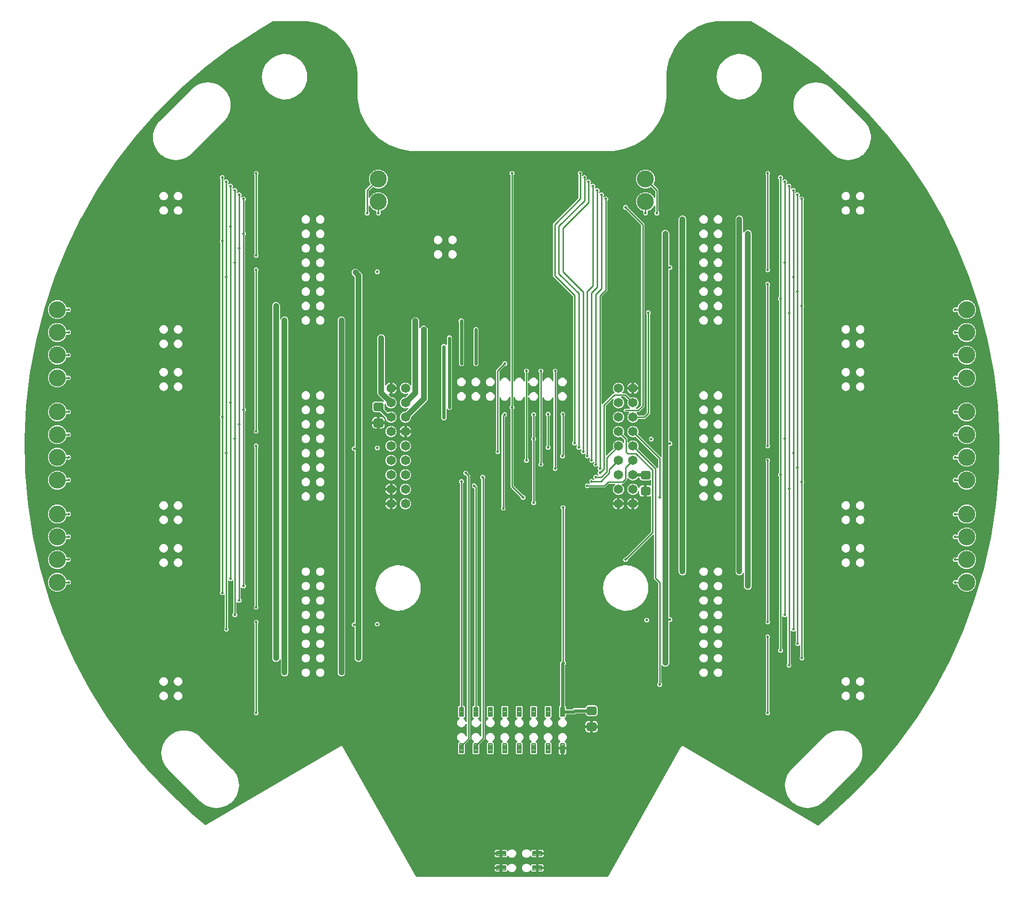
<source format=gbr>
G04 EAGLE Gerber RS-274X export*
G75*
%MOMM*%
%FSLAX34Y34*%
%LPD*%
%INTop Copper*%
%IPPOS*%
%AMOC8*
5,1,8,0,0,1.08239X$1,22.5*%
G01*
%ADD10C,0.200659*%
%ADD11C,3.000000*%
%ADD12C,1.650000*%
%ADD13C,0.198000*%
%ADD14C,0.800000*%
%ADD15C,0.500000*%
%ADD16C,0.254000*%
%ADD17C,1.016000*%
%ADD18C,0.609600*%
%ADD19C,0.550000*%

G36*
X168203Y-757985D02*
X168203Y-757985D01*
X168314Y-757980D01*
X168360Y-757965D01*
X168408Y-757959D01*
X168511Y-757918D01*
X168618Y-757885D01*
X168659Y-757860D01*
X168703Y-757842D01*
X168793Y-757777D01*
X168888Y-757718D01*
X168922Y-757684D01*
X168961Y-757656D01*
X169032Y-757570D01*
X169109Y-757489D01*
X169150Y-757427D01*
X169163Y-757411D01*
X169171Y-757394D01*
X169197Y-757355D01*
X297608Y-530166D01*
X297641Y-530085D01*
X297684Y-530007D01*
X297691Y-529979D01*
X298261Y-529010D01*
X298264Y-529004D01*
X298272Y-528991D01*
X298676Y-528276D01*
X298873Y-528225D01*
X298874Y-528225D01*
X299471Y-528070D01*
X299478Y-528068D01*
X299492Y-528065D01*
X300283Y-527845D01*
X300990Y-528261D01*
X300996Y-528264D01*
X301009Y-528272D01*
X301993Y-528828D01*
X302020Y-528855D01*
X302126Y-528927D01*
X302137Y-528936D01*
X302143Y-528938D01*
X302153Y-528946D01*
X537707Y-667506D01*
X537762Y-667530D01*
X537812Y-667562D01*
X537907Y-667592D01*
X537999Y-667632D01*
X538058Y-667641D01*
X538115Y-667660D01*
X538214Y-667666D01*
X538313Y-667681D01*
X538373Y-667675D01*
X538432Y-667679D01*
X538530Y-667660D01*
X538630Y-667650D01*
X538686Y-667630D01*
X538744Y-667619D01*
X538835Y-667576D01*
X538929Y-667542D01*
X538978Y-667509D01*
X539032Y-667483D01*
X539162Y-667388D01*
X559620Y-650375D01*
X559633Y-650362D01*
X559669Y-650332D01*
X602110Y-611248D01*
X602124Y-611232D01*
X602171Y-611188D01*
X641886Y-569336D01*
X641899Y-569319D01*
X641943Y-569272D01*
X678751Y-524841D01*
X678762Y-524823D01*
X678803Y-524773D01*
X712537Y-477966D01*
X712547Y-477948D01*
X712584Y-477895D01*
X743091Y-428923D01*
X743100Y-428904D01*
X743134Y-428849D01*
X770276Y-377935D01*
X770283Y-377916D01*
X770313Y-377859D01*
X793966Y-325233D01*
X793973Y-325213D01*
X793999Y-325154D01*
X814056Y-271056D01*
X814061Y-271036D01*
X814070Y-271012D01*
X814076Y-271000D01*
X814077Y-270993D01*
X814083Y-270975D01*
X830454Y-215650D01*
X830458Y-215629D01*
X830476Y-215567D01*
X843086Y-159266D01*
X843088Y-159245D01*
X843102Y-159182D01*
X851894Y-102159D01*
X851894Y-102138D01*
X851904Y-102074D01*
X856838Y-44589D01*
X856837Y-44568D01*
X856842Y-44503D01*
X857896Y13184D01*
X857893Y13204D01*
X857894Y13269D01*
X855063Y70896D01*
X855059Y70917D01*
X855056Y70981D01*
X848352Y128287D01*
X848347Y128307D01*
X848339Y128372D01*
X837794Y185096D01*
X837787Y185116D01*
X837775Y185180D01*
X823436Y241066D01*
X823428Y241085D01*
X823412Y241148D01*
X805343Y295942D01*
X805334Y295961D01*
X805313Y296022D01*
X783598Y349476D01*
X783588Y349495D01*
X783563Y349554D01*
X758299Y401425D01*
X758287Y401443D01*
X758259Y401501D01*
X729560Y451554D01*
X729548Y451571D01*
X729516Y451627D01*
X697513Y499635D01*
X697500Y499651D01*
X697464Y499704D01*
X662303Y545449D01*
X662288Y545464D01*
X662287Y545466D01*
X662275Y545484D01*
X662266Y545493D01*
X662249Y545515D01*
X624089Y588790D01*
X624073Y588804D01*
X624030Y588852D01*
X583044Y629460D01*
X583027Y629473D01*
X582981Y629518D01*
X539355Y667276D01*
X539337Y667288D01*
X539288Y667330D01*
X493219Y702065D01*
X493201Y702076D01*
X493149Y702114D01*
X444847Y733670D01*
X444831Y733678D01*
X444793Y733704D01*
X420589Y747826D01*
X420501Y747864D01*
X420418Y747910D01*
X420355Y747926D01*
X420296Y747951D01*
X420202Y747965D01*
X420110Y747989D01*
X420001Y747996D01*
X419982Y747999D01*
X419972Y747998D01*
X419949Y747999D01*
X369663Y747999D01*
X369647Y747997D01*
X369603Y747998D01*
X360472Y747565D01*
X360462Y747564D01*
X360453Y747564D01*
X360293Y747544D01*
X342355Y744111D01*
X342317Y744098D01*
X342278Y744093D01*
X342125Y744044D01*
X325152Y737299D01*
X325117Y737280D01*
X325079Y737268D01*
X324938Y737190D01*
X309536Y727376D01*
X309505Y727351D01*
X309470Y727332D01*
X309346Y727229D01*
X296063Y714695D01*
X296038Y714664D01*
X296007Y714639D01*
X295905Y714514D01*
X285214Y699707D01*
X285195Y699672D01*
X285170Y699641D01*
X285093Y699500D01*
X277375Y682947D01*
X277363Y682909D01*
X277344Y682874D01*
X277295Y682721D01*
X272827Y665012D01*
X272826Y665003D01*
X272822Y664994D01*
X272795Y664835D01*
X271839Y655796D01*
X271840Y655778D01*
X271832Y655662D01*
X271832Y617045D01*
X271840Y616983D01*
X271838Y616920D01*
X271860Y616825D01*
X271872Y616729D01*
X271888Y616690D01*
X271835Y615778D01*
X271836Y615759D01*
X271832Y615705D01*
X271832Y614785D01*
X271805Y614722D01*
X271795Y614661D01*
X271776Y614601D01*
X271757Y614441D01*
X271268Y606027D01*
X266535Y587270D01*
X258361Y569736D01*
X247037Y554052D01*
X232966Y540775D01*
X216651Y530380D01*
X198673Y523237D01*
X179673Y519600D01*
X171354Y519599D01*
X169909Y519599D01*
X168647Y519599D01*
X168646Y519599D01*
X-168646Y519599D01*
X-170000Y519599D01*
X-171354Y519599D01*
X-179673Y519600D01*
X-198673Y523237D01*
X-216651Y530380D01*
X-232966Y540775D01*
X-247037Y554052D01*
X-258361Y569736D01*
X-266535Y587270D01*
X-271268Y606027D01*
X-271757Y614441D01*
X-271768Y614503D01*
X-271770Y614565D01*
X-271797Y614658D01*
X-271815Y614754D01*
X-271832Y614792D01*
X-271832Y615705D01*
X-271835Y615724D01*
X-271835Y615779D01*
X-271888Y616697D01*
X-271864Y616761D01*
X-271858Y616823D01*
X-271843Y616884D01*
X-271832Y617044D01*
X-271832Y655662D01*
X-271835Y655679D01*
X-271839Y655796D01*
X-272795Y664835D01*
X-272797Y664844D01*
X-272797Y664854D01*
X-272827Y665012D01*
X-277295Y682721D01*
X-277310Y682758D01*
X-277317Y682797D01*
X-277375Y682947D01*
X-285093Y699500D01*
X-285114Y699534D01*
X-285128Y699570D01*
X-285214Y699707D01*
X-295905Y714514D01*
X-295932Y714543D01*
X-295953Y714577D01*
X-296063Y714695D01*
X-309346Y727229D01*
X-309378Y727252D01*
X-309405Y727281D01*
X-309536Y727376D01*
X-324938Y737190D01*
X-324974Y737207D01*
X-325006Y737231D01*
X-325152Y737299D01*
X-342125Y744044D01*
X-342163Y744053D01*
X-342199Y744070D01*
X-342355Y744111D01*
X-360293Y747544D01*
X-360302Y747545D01*
X-360312Y747548D01*
X-360472Y747565D01*
X-369603Y747998D01*
X-369620Y747997D01*
X-369663Y747999D01*
X-419949Y747999D01*
X-420044Y747987D01*
X-420139Y747985D01*
X-420201Y747967D01*
X-420265Y747959D01*
X-420353Y747924D01*
X-420445Y747898D01*
X-420543Y747849D01*
X-420560Y747842D01*
X-420569Y747837D01*
X-420589Y747826D01*
X-444777Y733714D01*
X-444791Y733703D01*
X-444832Y733680D01*
X-493105Y702147D01*
X-493121Y702134D01*
X-493175Y702098D01*
X-539218Y667390D01*
X-539233Y667375D01*
X-539284Y667336D01*
X-582888Y629609D01*
X-582902Y629593D01*
X-582951Y629551D01*
X-623919Y588976D01*
X-623932Y588960D01*
X-623977Y588914D01*
X-662123Y545675D01*
X-662135Y545658D01*
X-662177Y545610D01*
X-697328Y499903D01*
X-697338Y499885D01*
X-697378Y499834D01*
X-729374Y451866D01*
X-729384Y451848D01*
X-729419Y451794D01*
X-758117Y401783D01*
X-758125Y401764D01*
X-758157Y401707D01*
X-783426Y349879D01*
X-783433Y349860D01*
X-783461Y349801D01*
X-805186Y296391D01*
X-805191Y296371D01*
X-805216Y296311D01*
X-823299Y241560D01*
X-823303Y241540D01*
X-823323Y241478D01*
X-837683Y185635D01*
X-837685Y185615D01*
X-837701Y185552D01*
X-848272Y128869D01*
X-848273Y128848D01*
X-848285Y128785D01*
X-855019Y71520D01*
X-855019Y71499D01*
X-855026Y71435D01*
X-857894Y13846D01*
X-857892Y13825D01*
X-857895Y13761D01*
X-856882Y-43890D01*
X-856879Y-43911D01*
X-856878Y-43975D01*
X-851989Y-101428D01*
X-851984Y-101448D01*
X-851979Y-101512D01*
X-843237Y-158506D01*
X-843231Y-158526D01*
X-843221Y-158590D01*
X-830665Y-214866D01*
X-830658Y-214885D01*
X-830644Y-214948D01*
X-814331Y-270252D01*
X-814322Y-270272D01*
X-814304Y-270334D01*
X-794308Y-324415D01*
X-794298Y-324434D01*
X-794276Y-324494D01*
X-770687Y-377108D01*
X-770676Y-377126D01*
X-770650Y-377185D01*
X-743576Y-428093D01*
X-743564Y-428110D01*
X-743533Y-428167D01*
X-713096Y-477139D01*
X-713083Y-477155D01*
X-713048Y-477210D01*
X-679386Y-524023D01*
X-679372Y-524039D01*
X-679335Y-524089D01*
X-679335Y-524091D01*
X-679334Y-524091D01*
X-675216Y-529073D01*
X-673118Y-531612D01*
X-667872Y-537958D01*
X-665774Y-540496D01*
X-660529Y-546843D01*
X-658430Y-549381D01*
X-653185Y-555727D01*
X-651087Y-558266D01*
X-645841Y-564612D01*
X-643743Y-567151D01*
X-642600Y-568534D01*
X-642599Y-568534D01*
X-642584Y-568549D01*
X-642543Y-568598D01*
X-602902Y-610470D01*
X-602885Y-610483D01*
X-602841Y-610530D01*
X-560473Y-649640D01*
X-560458Y-649651D01*
X-560425Y-649682D01*
X-539997Y-666713D01*
X-539948Y-666745D01*
X-539905Y-666783D01*
X-539814Y-666830D01*
X-539729Y-666885D01*
X-539674Y-666903D01*
X-539622Y-666930D01*
X-539523Y-666952D01*
X-539427Y-666984D01*
X-539369Y-666988D01*
X-539312Y-667001D01*
X-539211Y-666999D01*
X-539110Y-667005D01*
X-539052Y-666995D01*
X-538994Y-666993D01*
X-538897Y-666966D01*
X-538797Y-666947D01*
X-538744Y-666923D01*
X-538688Y-666907D01*
X-538544Y-666835D01*
X-302156Y-528941D01*
X-302084Y-528886D01*
X-302006Y-528839D01*
X-301999Y-528832D01*
X-301003Y-528269D01*
X-300999Y-528265D01*
X-300988Y-528260D01*
X-300278Y-527846D01*
X-299486Y-528066D01*
X-299480Y-528067D01*
X-299469Y-528071D01*
X-298674Y-528280D01*
X-298269Y-528997D01*
X-298266Y-529001D01*
X-298260Y-529012D01*
X-297681Y-530006D01*
X-297675Y-530027D01*
X-297621Y-530137D01*
X-297616Y-530152D01*
X-297612Y-530158D01*
X-297605Y-530172D01*
X-169197Y-757355D01*
X-169130Y-757444D01*
X-169071Y-757538D01*
X-169036Y-757571D01*
X-169007Y-757610D01*
X-168920Y-757680D01*
X-168839Y-757756D01*
X-168797Y-757779D01*
X-168760Y-757809D01*
X-168658Y-757856D01*
X-168561Y-757910D01*
X-168514Y-757922D01*
X-168470Y-757942D01*
X-168361Y-757961D01*
X-168253Y-757989D01*
X-168179Y-757994D01*
X-168157Y-757998D01*
X-168139Y-757996D01*
X-168092Y-757999D01*
X168092Y-757999D01*
X168203Y-757985D01*
G37*
%LPC*%
G36*
X258333Y-424025D02*
X258333Y-424025D01*
X255975Y-421667D01*
X255975Y-418333D01*
X256834Y-417475D01*
X256894Y-417396D01*
X256962Y-417324D01*
X256991Y-417271D01*
X256994Y-417267D01*
X257007Y-417252D01*
X257009Y-417249D01*
X257028Y-417223D01*
X257068Y-417132D01*
X257116Y-417046D01*
X257129Y-416993D01*
X257143Y-416964D01*
X257145Y-416955D01*
X257155Y-416932D01*
X257170Y-416834D01*
X257195Y-416738D01*
X257199Y-416668D01*
X257203Y-416652D01*
X257202Y-416636D01*
X257205Y-416617D01*
X257203Y-416605D01*
X257205Y-416577D01*
X257205Y-241683D01*
X257193Y-241585D01*
X257190Y-241486D01*
X257173Y-241428D01*
X257165Y-241368D01*
X257129Y-241276D01*
X257101Y-241181D01*
X257071Y-241128D01*
X257048Y-241072D01*
X256990Y-240992D01*
X256940Y-240907D01*
X256874Y-240831D01*
X256862Y-240815D01*
X256852Y-240807D01*
X256834Y-240786D01*
X249705Y-233658D01*
X249705Y-157311D01*
X249688Y-157174D01*
X249675Y-157035D01*
X249668Y-157016D01*
X249665Y-156996D01*
X249614Y-156867D01*
X249567Y-156736D01*
X249556Y-156719D01*
X249548Y-156700D01*
X249467Y-156588D01*
X249389Y-156473D01*
X249373Y-156459D01*
X249362Y-156443D01*
X249254Y-156354D01*
X249150Y-156262D01*
X249132Y-156253D01*
X249117Y-156240D01*
X248991Y-156181D01*
X248867Y-156117D01*
X248847Y-156113D01*
X248829Y-156104D01*
X248693Y-156078D01*
X248557Y-156048D01*
X248536Y-156048D01*
X248517Y-156045D01*
X248378Y-156053D01*
X248239Y-156057D01*
X248219Y-156063D01*
X248199Y-156064D01*
X248067Y-156107D01*
X247933Y-156146D01*
X247916Y-156156D01*
X247897Y-156162D01*
X247779Y-156237D01*
X247659Y-156307D01*
X247638Y-156326D01*
X247628Y-156333D01*
X247614Y-156347D01*
X247539Y-156414D01*
X204396Y-199556D01*
X204336Y-199634D01*
X204268Y-199706D01*
X204239Y-199759D01*
X204202Y-199807D01*
X204162Y-199898D01*
X204114Y-199985D01*
X204099Y-200043D01*
X204075Y-200099D01*
X204060Y-200197D01*
X204035Y-200293D01*
X204029Y-200393D01*
X204025Y-200413D01*
X204027Y-200425D01*
X204025Y-200453D01*
X204025Y-201667D01*
X201667Y-204025D01*
X198333Y-204025D01*
X195975Y-201667D01*
X195975Y-198333D01*
X198333Y-195975D01*
X199547Y-195975D01*
X199645Y-195963D01*
X199744Y-195960D01*
X199802Y-195943D01*
X199862Y-195935D01*
X199954Y-195899D01*
X200049Y-195871D01*
X200102Y-195841D01*
X200158Y-195818D01*
X200238Y-195760D01*
X200323Y-195710D01*
X200399Y-195644D01*
X200415Y-195632D01*
X200423Y-195622D01*
X200444Y-195604D01*
X244334Y-151714D01*
X244394Y-151636D01*
X244462Y-151564D01*
X244491Y-151511D01*
X244528Y-151463D01*
X244568Y-151372D01*
X244616Y-151285D01*
X244631Y-151227D01*
X244655Y-151171D01*
X244670Y-151073D01*
X244695Y-150977D01*
X244701Y-150877D01*
X244705Y-150857D01*
X244703Y-150845D01*
X244705Y-150817D01*
X244705Y-89446D01*
X244699Y-89396D01*
X244701Y-89347D01*
X244679Y-89239D01*
X244665Y-89130D01*
X244647Y-89084D01*
X244637Y-89035D01*
X244589Y-88936D01*
X244548Y-88835D01*
X244519Y-88794D01*
X244497Y-88750D01*
X244426Y-88666D01*
X244362Y-88577D01*
X244323Y-88545D01*
X244291Y-88508D01*
X244201Y-88444D01*
X244117Y-88374D01*
X244072Y-88353D01*
X244031Y-88325D01*
X243928Y-88286D01*
X243829Y-88239D01*
X243780Y-88230D01*
X243734Y-88212D01*
X243624Y-88200D01*
X243517Y-88179D01*
X243467Y-88182D01*
X243418Y-88177D01*
X243309Y-88192D01*
X243199Y-88199D01*
X243152Y-88214D01*
X243103Y-88221D01*
X242950Y-88273D01*
X241750Y-88770D01*
X240591Y-89001D01*
X237539Y-89001D01*
X237539Y-80270D01*
X237524Y-80152D01*
X237517Y-80033D01*
X237504Y-79995D01*
X237499Y-79955D01*
X237455Y-79844D01*
X237419Y-79731D01*
X237397Y-79696D01*
X237382Y-79659D01*
X237312Y-79563D01*
X237249Y-79462D01*
X237219Y-79434D01*
X237195Y-79402D01*
X237104Y-79326D01*
X237017Y-79244D01*
X236982Y-79225D01*
X236950Y-79199D01*
X236843Y-79148D01*
X236739Y-79091D01*
X236699Y-79080D01*
X236663Y-79063D01*
X236546Y-79041D01*
X236431Y-79011D01*
X236370Y-79007D01*
X236350Y-79003D01*
X236330Y-79005D01*
X236270Y-79001D01*
X233730Y-79001D01*
X233612Y-79016D01*
X233493Y-79023D01*
X233455Y-79036D01*
X233415Y-79041D01*
X233304Y-79085D01*
X233191Y-79121D01*
X233156Y-79143D01*
X233119Y-79158D01*
X233023Y-79228D01*
X232922Y-79291D01*
X232894Y-79321D01*
X232861Y-79345D01*
X232786Y-79436D01*
X232704Y-79523D01*
X232684Y-79558D01*
X232659Y-79590D01*
X232608Y-79697D01*
X232550Y-79801D01*
X232540Y-79841D01*
X232523Y-79877D01*
X232501Y-79994D01*
X232471Y-80109D01*
X232467Y-80170D01*
X232463Y-80190D01*
X232465Y-80210D01*
X232461Y-80270D01*
X232461Y-89001D01*
X229409Y-89001D01*
X228250Y-88770D01*
X227158Y-88318D01*
X226175Y-87661D01*
X225339Y-86825D01*
X224682Y-85842D01*
X224230Y-84750D01*
X223999Y-83591D01*
X223999Y-80845D01*
X223991Y-80775D01*
X223992Y-80706D01*
X223971Y-80618D01*
X223959Y-80529D01*
X223934Y-80464D01*
X223917Y-80396D01*
X223875Y-80317D01*
X223842Y-80233D01*
X223801Y-80177D01*
X223769Y-80115D01*
X223708Y-80049D01*
X223656Y-79976D01*
X223602Y-79932D01*
X223555Y-79880D01*
X223480Y-79831D01*
X223411Y-79773D01*
X223347Y-79744D01*
X223289Y-79705D01*
X223204Y-79676D01*
X223123Y-79638D01*
X223054Y-79625D01*
X222988Y-79602D01*
X222899Y-79595D01*
X222811Y-79578D01*
X222741Y-79582D01*
X222671Y-79577D01*
X222583Y-79592D01*
X222493Y-79598D01*
X222427Y-79619D01*
X222358Y-79631D01*
X222276Y-79668D01*
X222191Y-79696D01*
X222132Y-79733D01*
X222068Y-79762D01*
X221998Y-79818D01*
X221922Y-79866D01*
X221874Y-79917D01*
X221820Y-79960D01*
X221765Y-80032D01*
X221704Y-80098D01*
X221670Y-80159D01*
X221628Y-80214D01*
X221557Y-80359D01*
X220987Y-81737D01*
X218237Y-84487D01*
X214644Y-85975D01*
X210756Y-85975D01*
X207163Y-84487D01*
X204413Y-81737D01*
X202925Y-78144D01*
X202925Y-74256D01*
X204413Y-70663D01*
X207163Y-67913D01*
X210756Y-66425D01*
X214644Y-66425D01*
X218237Y-67913D01*
X220987Y-70663D01*
X221971Y-73040D01*
X222040Y-73161D01*
X222105Y-73284D01*
X222119Y-73299D01*
X222129Y-73317D01*
X222226Y-73417D01*
X222319Y-73519D01*
X222336Y-73530D01*
X222350Y-73545D01*
X222469Y-73618D01*
X222585Y-73694D01*
X222604Y-73701D01*
X222621Y-73711D01*
X222754Y-73752D01*
X222886Y-73797D01*
X222906Y-73799D01*
X222925Y-73805D01*
X223064Y-73811D01*
X223203Y-73822D01*
X223223Y-73819D01*
X223243Y-73820D01*
X223379Y-73792D01*
X223516Y-73768D01*
X223534Y-73760D01*
X223554Y-73756D01*
X223679Y-73695D01*
X223806Y-73638D01*
X223822Y-73625D01*
X223840Y-73616D01*
X223946Y-73526D01*
X224054Y-73439D01*
X224067Y-73423D01*
X224082Y-73410D01*
X224162Y-73296D01*
X224246Y-73185D01*
X224258Y-73160D01*
X224265Y-73150D01*
X224272Y-73130D01*
X224317Y-73040D01*
X224682Y-72158D01*
X225339Y-71175D01*
X226175Y-70339D01*
X227158Y-69682D01*
X228250Y-69230D01*
X229409Y-68999D01*
X232461Y-68999D01*
X232461Y-77730D01*
X232476Y-77848D01*
X232483Y-77967D01*
X232496Y-78005D01*
X232501Y-78045D01*
X232544Y-78156D01*
X232581Y-78269D01*
X232603Y-78304D01*
X232618Y-78341D01*
X232688Y-78437D01*
X232751Y-78538D01*
X232781Y-78566D01*
X232805Y-78598D01*
X232896Y-78674D01*
X232983Y-78756D01*
X233018Y-78775D01*
X233049Y-78801D01*
X233157Y-78852D01*
X233261Y-78909D01*
X233301Y-78920D01*
X233337Y-78937D01*
X233454Y-78959D01*
X233569Y-78989D01*
X233630Y-78993D01*
X233650Y-78997D01*
X233670Y-78995D01*
X233730Y-78999D01*
X236270Y-78999D01*
X236388Y-78984D01*
X236507Y-78977D01*
X236545Y-78964D01*
X236585Y-78959D01*
X236696Y-78915D01*
X236809Y-78879D01*
X236844Y-78857D01*
X236881Y-78842D01*
X236977Y-78772D01*
X237078Y-78709D01*
X237106Y-78679D01*
X237138Y-78655D01*
X237214Y-78564D01*
X237296Y-78477D01*
X237315Y-78442D01*
X237341Y-78410D01*
X237392Y-78303D01*
X237449Y-78199D01*
X237460Y-78159D01*
X237477Y-78123D01*
X237499Y-78006D01*
X237529Y-77891D01*
X237533Y-77830D01*
X237537Y-77810D01*
X237535Y-77790D01*
X237539Y-77730D01*
X237539Y-68999D01*
X240591Y-68999D01*
X241750Y-69230D01*
X242950Y-69727D01*
X242998Y-69740D01*
X243043Y-69761D01*
X243151Y-69782D01*
X243257Y-69811D01*
X243307Y-69812D01*
X243356Y-69821D01*
X243465Y-69814D01*
X243575Y-69816D01*
X243623Y-69804D01*
X243673Y-69801D01*
X243777Y-69767D01*
X243884Y-69742D01*
X243928Y-69719D01*
X243975Y-69703D01*
X244068Y-69644D01*
X244165Y-69593D01*
X244202Y-69560D01*
X244244Y-69533D01*
X244319Y-69453D01*
X244401Y-69379D01*
X244428Y-69338D01*
X244462Y-69301D01*
X244515Y-69205D01*
X244575Y-69113D01*
X244592Y-69066D01*
X244616Y-69023D01*
X244643Y-68917D01*
X244679Y-68813D01*
X244683Y-68763D01*
X244695Y-68715D01*
X244705Y-68554D01*
X244705Y-60931D01*
X244699Y-60881D01*
X244701Y-60832D01*
X244679Y-60724D01*
X244665Y-60615D01*
X244647Y-60569D01*
X244637Y-60520D01*
X244589Y-60421D01*
X244548Y-60319D01*
X244519Y-60279D01*
X244497Y-60234D01*
X244426Y-60151D01*
X244362Y-60062D01*
X244323Y-60030D01*
X244291Y-59992D01*
X244201Y-59929D01*
X244117Y-59859D01*
X244072Y-59838D01*
X244031Y-59809D01*
X243928Y-59770D01*
X243829Y-59724D01*
X243780Y-59714D01*
X243734Y-59697D01*
X243624Y-59684D01*
X243517Y-59664D01*
X243467Y-59667D01*
X243418Y-59661D01*
X243309Y-59677D01*
X243199Y-59684D01*
X243152Y-59699D01*
X243103Y-59706D01*
X242950Y-59758D01*
X241099Y-60525D01*
X228901Y-60525D01*
X226871Y-59684D01*
X225316Y-58129D01*
X224582Y-56356D01*
X224567Y-56331D01*
X224558Y-56303D01*
X224489Y-56193D01*
X224424Y-56080D01*
X224404Y-56059D01*
X224388Y-56034D01*
X224293Y-55945D01*
X224203Y-55852D01*
X224178Y-55836D01*
X224156Y-55816D01*
X224043Y-55753D01*
X223932Y-55685D01*
X223904Y-55677D01*
X223878Y-55662D01*
X223752Y-55630D01*
X223628Y-55592D01*
X223598Y-55590D01*
X223570Y-55583D01*
X223409Y-55573D01*
X222151Y-55573D01*
X222122Y-55576D01*
X222092Y-55574D01*
X221965Y-55596D01*
X221836Y-55613D01*
X221808Y-55623D01*
X221779Y-55629D01*
X221661Y-55682D01*
X221540Y-55730D01*
X221516Y-55747D01*
X221489Y-55759D01*
X221388Y-55840D01*
X221283Y-55916D01*
X221264Y-55939D01*
X221241Y-55958D01*
X221162Y-56062D01*
X221080Y-56161D01*
X221067Y-56188D01*
X221049Y-56212D01*
X220989Y-56334D01*
X218237Y-59087D01*
X214644Y-60575D01*
X210756Y-60575D01*
X207163Y-59087D01*
X204781Y-56705D01*
X204672Y-56620D01*
X204565Y-56531D01*
X204546Y-56523D01*
X204530Y-56510D01*
X204402Y-56455D01*
X204277Y-56396D01*
X204257Y-56392D01*
X204238Y-56384D01*
X204100Y-56362D01*
X203964Y-56336D01*
X203944Y-56337D01*
X203924Y-56334D01*
X203785Y-56347D01*
X203647Y-56356D01*
X203628Y-56362D01*
X203608Y-56364D01*
X203476Y-56411D01*
X203345Y-56454D01*
X203327Y-56464D01*
X203308Y-56471D01*
X203193Y-56549D01*
X203076Y-56624D01*
X203062Y-56639D01*
X203045Y-56650D01*
X202953Y-56754D01*
X202858Y-56855D01*
X202848Y-56873D01*
X202835Y-56888D01*
X202771Y-57012D01*
X202704Y-57134D01*
X202699Y-57153D01*
X202690Y-57172D01*
X202660Y-57307D01*
X202625Y-57442D01*
X202623Y-57470D01*
X202620Y-57482D01*
X202621Y-57502D01*
X202615Y-57603D01*
X202615Y-59338D01*
X195658Y-66295D01*
X194283Y-66295D01*
X194145Y-66312D01*
X194006Y-66325D01*
X193987Y-66332D01*
X193967Y-66335D01*
X193838Y-66386D01*
X193707Y-66433D01*
X193690Y-66444D01*
X193671Y-66452D01*
X193559Y-66533D01*
X193444Y-66611D01*
X193430Y-66627D01*
X193414Y-66638D01*
X193325Y-66746D01*
X193233Y-66850D01*
X193224Y-66868D01*
X193211Y-66883D01*
X193152Y-67009D01*
X193089Y-67133D01*
X193084Y-67153D01*
X193076Y-67171D01*
X193050Y-67307D01*
X193019Y-67443D01*
X193020Y-67464D01*
X193016Y-67483D01*
X193024Y-67622D01*
X193029Y-67761D01*
X193034Y-67781D01*
X193036Y-67801D01*
X193078Y-67933D01*
X193117Y-68067D01*
X193127Y-68084D01*
X193134Y-68103D01*
X193208Y-68221D01*
X193279Y-68341D01*
X193297Y-68362D01*
X193304Y-68372D01*
X193319Y-68386D01*
X193385Y-68461D01*
X195587Y-70663D01*
X197075Y-74256D01*
X197075Y-78144D01*
X195587Y-81737D01*
X192837Y-84487D01*
X189244Y-85975D01*
X185356Y-85975D01*
X181763Y-84487D01*
X179013Y-81737D01*
X177525Y-78144D01*
X177525Y-74256D01*
X179013Y-70663D01*
X181215Y-68461D01*
X181300Y-68352D01*
X181389Y-68245D01*
X181397Y-68226D01*
X181410Y-68210D01*
X181465Y-68082D01*
X181524Y-67957D01*
X181528Y-67937D01*
X181536Y-67918D01*
X181558Y-67780D01*
X181584Y-67644D01*
X181583Y-67624D01*
X181586Y-67604D01*
X181573Y-67465D01*
X181564Y-67327D01*
X181558Y-67308D01*
X181556Y-67288D01*
X181509Y-67156D01*
X181466Y-67025D01*
X181456Y-67007D01*
X181449Y-66988D01*
X181371Y-66873D01*
X181296Y-66756D01*
X181281Y-66742D01*
X181270Y-66725D01*
X181166Y-66633D01*
X181065Y-66538D01*
X181047Y-66528D01*
X181032Y-66515D01*
X180908Y-66451D01*
X180786Y-66384D01*
X180767Y-66379D01*
X180748Y-66370D01*
X180613Y-66340D01*
X180478Y-66305D01*
X180450Y-66303D01*
X180438Y-66300D01*
X180418Y-66301D01*
X180317Y-66295D01*
X170683Y-66295D01*
X170585Y-66307D01*
X170486Y-66310D01*
X170428Y-66327D01*
X170368Y-66335D01*
X170276Y-66371D01*
X170181Y-66399D01*
X170128Y-66429D01*
X170072Y-66452D01*
X169992Y-66510D01*
X169907Y-66560D01*
X169831Y-66626D01*
X169815Y-66638D01*
X169807Y-66648D01*
X169786Y-66666D01*
X163658Y-72795D01*
X135923Y-72795D01*
X135825Y-72807D01*
X135726Y-72810D01*
X135667Y-72827D01*
X135607Y-72835D01*
X135515Y-72871D01*
X135420Y-72899D01*
X135368Y-72929D01*
X135312Y-72952D01*
X135232Y-73010D01*
X135146Y-73060D01*
X135071Y-73126D01*
X135054Y-73138D01*
X135047Y-73148D01*
X135025Y-73166D01*
X134167Y-74025D01*
X130833Y-74025D01*
X128475Y-71667D01*
X128475Y-68333D01*
X130833Y-65975D01*
X134167Y-65975D01*
X135025Y-66834D01*
X135104Y-66894D01*
X135176Y-66962D01*
X135229Y-66991D01*
X135277Y-67028D01*
X135368Y-67068D01*
X135454Y-67116D01*
X135513Y-67131D01*
X135568Y-67155D01*
X135666Y-67170D01*
X135762Y-67195D01*
X135862Y-67201D01*
X135883Y-67205D01*
X135895Y-67203D01*
X135906Y-67204D01*
X135909Y-67205D01*
X135911Y-67204D01*
X135923Y-67205D01*
X135949Y-67205D01*
X136087Y-67188D01*
X136226Y-67175D01*
X136245Y-67168D01*
X136265Y-67165D01*
X136394Y-67114D01*
X136525Y-67067D01*
X136542Y-67056D01*
X136560Y-67048D01*
X136673Y-66967D01*
X136788Y-66889D01*
X136801Y-66873D01*
X136818Y-66862D01*
X136907Y-66754D01*
X136998Y-66650D01*
X137008Y-66632D01*
X137021Y-66617D01*
X137080Y-66491D01*
X137143Y-66367D01*
X137147Y-66347D01*
X137156Y-66329D01*
X137182Y-66192D01*
X137213Y-66057D01*
X137212Y-66036D01*
X137216Y-66017D01*
X137207Y-65878D01*
X137203Y-65739D01*
X137197Y-65719D01*
X137196Y-65699D01*
X137153Y-65567D01*
X137115Y-65433D01*
X137104Y-65416D01*
X137098Y-65397D01*
X137024Y-65279D01*
X136953Y-65159D01*
X136935Y-65138D01*
X136928Y-65128D01*
X136913Y-65114D01*
X136847Y-65039D01*
X135975Y-64167D01*
X135975Y-60833D01*
X138333Y-58475D01*
X141667Y-58475D01*
X142525Y-59333D01*
X142603Y-59394D01*
X142676Y-59462D01*
X142729Y-59491D01*
X142777Y-59528D01*
X142867Y-59568D01*
X142954Y-59616D01*
X143013Y-59631D01*
X143068Y-59655D01*
X143166Y-59670D01*
X143262Y-59695D01*
X143362Y-59701D01*
X143383Y-59705D01*
X143395Y-59703D01*
X143406Y-59704D01*
X143409Y-59705D01*
X143411Y-59704D01*
X143423Y-59705D01*
X143449Y-59705D01*
X143587Y-59688D01*
X143726Y-59675D01*
X143745Y-59668D01*
X143765Y-59665D01*
X143894Y-59614D01*
X144025Y-59567D01*
X144042Y-59556D01*
X144060Y-59548D01*
X144173Y-59467D01*
X144288Y-59389D01*
X144301Y-59373D01*
X144318Y-59362D01*
X144407Y-59254D01*
X144498Y-59150D01*
X144508Y-59132D01*
X144521Y-59117D01*
X144580Y-58991D01*
X144643Y-58867D01*
X144647Y-58847D01*
X144656Y-58829D01*
X144682Y-58692D01*
X144713Y-58557D01*
X144712Y-58536D01*
X144716Y-58517D01*
X144707Y-58378D01*
X144703Y-58239D01*
X144697Y-58219D01*
X144696Y-58199D01*
X144653Y-58067D01*
X144615Y-57933D01*
X144604Y-57916D01*
X144598Y-57897D01*
X144524Y-57779D01*
X144453Y-57659D01*
X144435Y-57638D01*
X144428Y-57628D01*
X144413Y-57614D01*
X144347Y-57539D01*
X143475Y-56667D01*
X143475Y-53333D01*
X145833Y-50975D01*
X149167Y-50975D01*
X150025Y-51834D01*
X150104Y-51894D01*
X150176Y-51962D01*
X150229Y-51991D01*
X150277Y-52028D01*
X150368Y-52068D01*
X150454Y-52116D01*
X150513Y-52131D01*
X150568Y-52155D01*
X150666Y-52170D01*
X150762Y-52195D01*
X150862Y-52201D01*
X150883Y-52205D01*
X150895Y-52203D01*
X150906Y-52204D01*
X150909Y-52205D01*
X150911Y-52204D01*
X150923Y-52205D01*
X150949Y-52205D01*
X151087Y-52188D01*
X151226Y-52175D01*
X151245Y-52168D01*
X151265Y-52165D01*
X151394Y-52114D01*
X151525Y-52067D01*
X151542Y-52056D01*
X151560Y-52048D01*
X151673Y-51967D01*
X151788Y-51889D01*
X151801Y-51873D01*
X151818Y-51862D01*
X151907Y-51754D01*
X151998Y-51650D01*
X152008Y-51632D01*
X152021Y-51617D01*
X152080Y-51491D01*
X152143Y-51367D01*
X152147Y-51347D01*
X152156Y-51329D01*
X152182Y-51192D01*
X152213Y-51057D01*
X152212Y-51036D01*
X152216Y-51017D01*
X152207Y-50878D01*
X152203Y-50739D01*
X152197Y-50719D01*
X152196Y-50699D01*
X152153Y-50567D01*
X152115Y-50433D01*
X152104Y-50416D01*
X152098Y-50397D01*
X152024Y-50279D01*
X151953Y-50159D01*
X151935Y-50138D01*
X151928Y-50128D01*
X151913Y-50114D01*
X151847Y-50039D01*
X150975Y-49167D01*
X150975Y-45833D01*
X152161Y-44648D01*
X152234Y-44553D01*
X152312Y-44464D01*
X152331Y-44428D01*
X152356Y-44396D01*
X152403Y-44287D01*
X152457Y-44181D01*
X152466Y-44142D01*
X152482Y-44104D01*
X152501Y-43987D01*
X152527Y-43871D01*
X152525Y-43830D01*
X152532Y-43790D01*
X152521Y-43672D01*
X152517Y-43553D01*
X152506Y-43514D01*
X152502Y-43474D01*
X152462Y-43361D01*
X152429Y-43247D01*
X152408Y-43213D01*
X152394Y-43174D01*
X152328Y-43076D01*
X152267Y-42973D01*
X152227Y-42928D01*
X152216Y-42911D01*
X152201Y-42898D01*
X152161Y-42853D01*
X150975Y-41667D01*
X150975Y-38333D01*
X151834Y-37475D01*
X151894Y-37396D01*
X151962Y-37324D01*
X151991Y-37271D01*
X152028Y-37223D01*
X152068Y-37132D01*
X152116Y-37046D01*
X152131Y-36987D01*
X152155Y-36932D01*
X152170Y-36834D01*
X152195Y-36738D01*
X152201Y-36638D01*
X152205Y-36617D01*
X152203Y-36605D01*
X152204Y-36594D01*
X152205Y-36591D01*
X152204Y-36589D01*
X152205Y-36577D01*
X152205Y-36551D01*
X152188Y-36413D01*
X152175Y-36274D01*
X152168Y-36255D01*
X152165Y-36235D01*
X152114Y-36106D01*
X152067Y-35975D01*
X152056Y-35958D01*
X152048Y-35940D01*
X151967Y-35827D01*
X151889Y-35712D01*
X151873Y-35699D01*
X151862Y-35682D01*
X151754Y-35593D01*
X151650Y-35502D01*
X151632Y-35492D01*
X151617Y-35479D01*
X151491Y-35420D01*
X151367Y-35357D01*
X151347Y-35353D01*
X151329Y-35344D01*
X151192Y-35318D01*
X151057Y-35287D01*
X151036Y-35288D01*
X151017Y-35284D01*
X150878Y-35293D01*
X150739Y-35297D01*
X150719Y-35303D01*
X150699Y-35304D01*
X150567Y-35347D01*
X150433Y-35385D01*
X150416Y-35396D01*
X150397Y-35402D01*
X150279Y-35476D01*
X150159Y-35547D01*
X150138Y-35565D01*
X150128Y-35572D01*
X150114Y-35587D01*
X150039Y-35653D01*
X149167Y-36525D01*
X145833Y-36525D01*
X143475Y-34167D01*
X143475Y-30833D01*
X144333Y-29975D01*
X144394Y-29897D01*
X144462Y-29824D01*
X144491Y-29771D01*
X144528Y-29723D01*
X144568Y-29633D01*
X144616Y-29546D01*
X144631Y-29487D01*
X144655Y-29432D01*
X144670Y-29334D01*
X144695Y-29238D01*
X144701Y-29138D01*
X144705Y-29117D01*
X144703Y-29105D01*
X144704Y-29094D01*
X144705Y-29091D01*
X144704Y-29089D01*
X144705Y-29077D01*
X144705Y-29051D01*
X144688Y-28913D01*
X144675Y-28774D01*
X144668Y-28755D01*
X144665Y-28735D01*
X144614Y-28606D01*
X144567Y-28475D01*
X144556Y-28458D01*
X144548Y-28440D01*
X144467Y-28327D01*
X144389Y-28212D01*
X144373Y-28199D01*
X144362Y-28182D01*
X144254Y-28093D01*
X144150Y-28002D01*
X144132Y-27992D01*
X144117Y-27979D01*
X143991Y-27920D01*
X143867Y-27857D01*
X143847Y-27853D01*
X143829Y-27844D01*
X143692Y-27818D01*
X143557Y-27787D01*
X143536Y-27788D01*
X143517Y-27784D01*
X143378Y-27793D01*
X143239Y-27797D01*
X143219Y-27803D01*
X143199Y-27804D01*
X143067Y-27847D01*
X142933Y-27885D01*
X142916Y-27896D01*
X142897Y-27902D01*
X142779Y-27976D01*
X142659Y-28047D01*
X142638Y-28065D01*
X142628Y-28072D01*
X142614Y-28087D01*
X142539Y-28153D01*
X141667Y-29025D01*
X138333Y-29025D01*
X135975Y-26667D01*
X135975Y-23333D01*
X136834Y-22475D01*
X136894Y-22396D01*
X136962Y-22324D01*
X136991Y-22271D01*
X137028Y-22223D01*
X137068Y-22132D01*
X137116Y-22046D01*
X137131Y-21987D01*
X137155Y-21932D01*
X137170Y-21834D01*
X137195Y-21738D01*
X137201Y-21638D01*
X137205Y-21617D01*
X137203Y-21605D01*
X137204Y-21594D01*
X137205Y-21591D01*
X137204Y-21589D01*
X137205Y-21577D01*
X137205Y-21551D01*
X137188Y-21413D01*
X137175Y-21274D01*
X137168Y-21255D01*
X137165Y-21235D01*
X137114Y-21106D01*
X137067Y-20975D01*
X137056Y-20958D01*
X137048Y-20940D01*
X136967Y-20827D01*
X136889Y-20712D01*
X136873Y-20699D01*
X136862Y-20682D01*
X136754Y-20593D01*
X136650Y-20502D01*
X136632Y-20492D01*
X136617Y-20479D01*
X136491Y-20420D01*
X136367Y-20357D01*
X136347Y-20353D01*
X136329Y-20344D01*
X136192Y-20318D01*
X136057Y-20287D01*
X136036Y-20288D01*
X136017Y-20284D01*
X135878Y-20293D01*
X135739Y-20297D01*
X135719Y-20303D01*
X135699Y-20304D01*
X135567Y-20347D01*
X135433Y-20385D01*
X135416Y-20396D01*
X135397Y-20402D01*
X135279Y-20476D01*
X135159Y-20547D01*
X135138Y-20565D01*
X135128Y-20572D01*
X135114Y-20587D01*
X135039Y-20653D01*
X134167Y-21525D01*
X130833Y-21525D01*
X128475Y-19167D01*
X128475Y-15833D01*
X129334Y-14975D01*
X129394Y-14896D01*
X129462Y-14824D01*
X129491Y-14771D01*
X129528Y-14723D01*
X129568Y-14632D01*
X129616Y-14546D01*
X129631Y-14487D01*
X129655Y-14432D01*
X129670Y-14334D01*
X129695Y-14238D01*
X129701Y-14138D01*
X129705Y-14117D01*
X129703Y-14105D01*
X129704Y-14094D01*
X129705Y-14091D01*
X129704Y-14089D01*
X129705Y-14077D01*
X129705Y-14051D01*
X129688Y-13913D01*
X129675Y-13774D01*
X129668Y-13755D01*
X129665Y-13735D01*
X129614Y-13606D01*
X129567Y-13475D01*
X129556Y-13458D01*
X129548Y-13440D01*
X129467Y-13327D01*
X129389Y-13212D01*
X129373Y-13199D01*
X129362Y-13182D01*
X129254Y-13093D01*
X129150Y-13002D01*
X129132Y-12992D01*
X129117Y-12979D01*
X128991Y-12920D01*
X128867Y-12857D01*
X128847Y-12853D01*
X128829Y-12844D01*
X128692Y-12818D01*
X128557Y-12787D01*
X128536Y-12788D01*
X128517Y-12784D01*
X128378Y-12793D01*
X128239Y-12797D01*
X128219Y-12803D01*
X128199Y-12804D01*
X128067Y-12847D01*
X127933Y-12885D01*
X127916Y-12896D01*
X127897Y-12902D01*
X127779Y-12976D01*
X127659Y-13047D01*
X127638Y-13065D01*
X127628Y-13072D01*
X127614Y-13087D01*
X127539Y-13153D01*
X126667Y-14025D01*
X123333Y-14025D01*
X120975Y-11667D01*
X120975Y-8333D01*
X121834Y-7475D01*
X121894Y-7396D01*
X121962Y-7324D01*
X121991Y-7271D01*
X122028Y-7223D01*
X122068Y-7132D01*
X122116Y-7046D01*
X122131Y-6987D01*
X122155Y-6932D01*
X122170Y-6834D01*
X122195Y-6738D01*
X122201Y-6638D01*
X122205Y-6617D01*
X122203Y-6605D01*
X122204Y-6594D01*
X122205Y-6591D01*
X122204Y-6589D01*
X122205Y-6577D01*
X122205Y-6551D01*
X122188Y-6413D01*
X122175Y-6274D01*
X122168Y-6255D01*
X122165Y-6235D01*
X122114Y-6106D01*
X122067Y-5975D01*
X122056Y-5958D01*
X122048Y-5940D01*
X121967Y-5827D01*
X121889Y-5712D01*
X121873Y-5699D01*
X121862Y-5682D01*
X121754Y-5593D01*
X121650Y-5502D01*
X121632Y-5492D01*
X121617Y-5479D01*
X121491Y-5420D01*
X121367Y-5357D01*
X121347Y-5353D01*
X121329Y-5344D01*
X121192Y-5318D01*
X121057Y-5287D01*
X121036Y-5288D01*
X121017Y-5284D01*
X120878Y-5293D01*
X120739Y-5297D01*
X120719Y-5303D01*
X120699Y-5304D01*
X120567Y-5347D01*
X120433Y-5385D01*
X120416Y-5396D01*
X120397Y-5402D01*
X120279Y-5476D01*
X120159Y-5547D01*
X120138Y-5565D01*
X120128Y-5572D01*
X120114Y-5587D01*
X120039Y-5653D01*
X119167Y-6525D01*
X115833Y-6525D01*
X113475Y-4167D01*
X113475Y-833D01*
X114333Y25D01*
X114394Y104D01*
X114462Y176D01*
X114491Y229D01*
X114528Y277D01*
X114568Y368D01*
X114616Y454D01*
X114631Y513D01*
X114655Y568D01*
X114670Y666D01*
X114695Y762D01*
X114701Y862D01*
X114705Y883D01*
X114703Y895D01*
X114704Y906D01*
X114705Y909D01*
X114704Y911D01*
X114705Y923D01*
X114705Y949D01*
X114688Y1087D01*
X114675Y1226D01*
X114668Y1245D01*
X114665Y1265D01*
X114614Y1394D01*
X114567Y1525D01*
X114556Y1542D01*
X114548Y1560D01*
X114467Y1673D01*
X114389Y1788D01*
X114373Y1801D01*
X114362Y1818D01*
X114254Y1907D01*
X114150Y1998D01*
X114132Y2008D01*
X114117Y2021D01*
X113991Y2080D01*
X113867Y2143D01*
X113847Y2148D01*
X113829Y2156D01*
X113693Y2182D01*
X113557Y2213D01*
X113536Y2212D01*
X113517Y2216D01*
X113378Y2207D01*
X113239Y2203D01*
X113219Y2197D01*
X113199Y2196D01*
X113067Y2153D01*
X112933Y2115D01*
X112916Y2104D01*
X112897Y2098D01*
X112779Y2024D01*
X112659Y1953D01*
X112638Y1934D01*
X112628Y1928D01*
X112614Y1913D01*
X112539Y1847D01*
X111667Y975D01*
X108333Y975D01*
X105975Y3333D01*
X105975Y6667D01*
X106834Y7525D01*
X106894Y7604D01*
X106962Y7676D01*
X106991Y7729D01*
X107028Y7777D01*
X107068Y7868D01*
X107116Y7954D01*
X107131Y8013D01*
X107155Y8068D01*
X107170Y8166D01*
X107195Y8262D01*
X107201Y8362D01*
X107205Y8383D01*
X107203Y8395D01*
X107205Y8423D01*
X107205Y263317D01*
X107193Y263415D01*
X107190Y263514D01*
X107173Y263572D01*
X107165Y263632D01*
X107129Y263724D01*
X107101Y263819D01*
X107071Y263872D01*
X107048Y263928D01*
X106990Y264008D01*
X106940Y264093D01*
X106874Y264169D01*
X106862Y264185D01*
X106852Y264193D01*
X106834Y264214D01*
X72205Y298842D01*
X72205Y391158D01*
X116834Y435786D01*
X116894Y435864D01*
X116962Y435936D01*
X116991Y435989D01*
X117028Y436037D01*
X117068Y436128D01*
X117116Y436215D01*
X117131Y436273D01*
X117155Y436329D01*
X117170Y436427D01*
X117195Y436523D01*
X117201Y436623D01*
X117205Y436643D01*
X117203Y436655D01*
X117205Y436683D01*
X117205Y476577D01*
X117193Y476675D01*
X117190Y476774D01*
X117173Y476833D01*
X117165Y476893D01*
X117129Y476985D01*
X117101Y477080D01*
X117071Y477132D01*
X117048Y477188D01*
X116990Y477268D01*
X116940Y477354D01*
X116874Y477429D01*
X116862Y477446D01*
X116852Y477453D01*
X116834Y477475D01*
X115975Y478333D01*
X115975Y481667D01*
X118333Y484025D01*
X121667Y484025D01*
X124025Y481667D01*
X124025Y478333D01*
X123166Y477475D01*
X123106Y477396D01*
X123038Y477324D01*
X123009Y477271D01*
X122972Y477223D01*
X122932Y477132D01*
X122884Y477046D01*
X122869Y476987D01*
X122845Y476932D01*
X122830Y476834D01*
X122805Y476738D01*
X122799Y476638D01*
X122795Y476617D01*
X122797Y476605D01*
X122796Y476594D01*
X122795Y476591D01*
X122796Y476589D01*
X122795Y476577D01*
X122795Y476551D01*
X122812Y476413D01*
X122825Y476274D01*
X122832Y476255D01*
X122835Y476235D01*
X122886Y476106D01*
X122933Y475975D01*
X122944Y475958D01*
X122952Y475940D01*
X123033Y475827D01*
X123111Y475712D01*
X123127Y475699D01*
X123138Y475682D01*
X123246Y475593D01*
X123350Y475502D01*
X123368Y475492D01*
X123383Y475479D01*
X123509Y475420D01*
X123633Y475357D01*
X123653Y475353D01*
X123671Y475344D01*
X123808Y475318D01*
X123943Y475287D01*
X123964Y475288D01*
X123983Y475284D01*
X124122Y475293D01*
X124261Y475297D01*
X124281Y475303D01*
X124301Y475304D01*
X124433Y475347D01*
X124567Y475385D01*
X124584Y475396D01*
X124603Y475402D01*
X124721Y475476D01*
X124841Y475547D01*
X124862Y475565D01*
X124872Y475572D01*
X124886Y475587D01*
X124961Y475653D01*
X125833Y476525D01*
X129167Y476525D01*
X131525Y474167D01*
X131525Y470833D01*
X130667Y469975D01*
X130606Y469897D01*
X130538Y469824D01*
X130509Y469771D01*
X130472Y469723D01*
X130432Y469633D01*
X130384Y469546D01*
X130369Y469487D01*
X130345Y469432D01*
X130330Y469334D01*
X130305Y469238D01*
X130299Y469138D01*
X130295Y469117D01*
X130297Y469105D01*
X130296Y469094D01*
X130295Y469091D01*
X130296Y469089D01*
X130295Y469077D01*
X130295Y469051D01*
X130312Y468913D01*
X130325Y468774D01*
X130332Y468755D01*
X130335Y468735D01*
X130386Y468606D01*
X130433Y468475D01*
X130444Y468458D01*
X130452Y468440D01*
X130533Y468327D01*
X130611Y468212D01*
X130627Y468199D01*
X130638Y468182D01*
X130746Y468093D01*
X130850Y468002D01*
X130868Y467992D01*
X130883Y467979D01*
X131009Y467920D01*
X131133Y467857D01*
X131153Y467853D01*
X131171Y467844D01*
X131308Y467818D01*
X131443Y467787D01*
X131464Y467788D01*
X131483Y467784D01*
X131622Y467793D01*
X131761Y467797D01*
X131781Y467803D01*
X131801Y467804D01*
X131933Y467847D01*
X132067Y467885D01*
X132084Y467896D01*
X132103Y467902D01*
X132221Y467976D01*
X132341Y468047D01*
X132362Y468065D01*
X132372Y468072D01*
X132386Y468087D01*
X132461Y468153D01*
X133333Y469025D01*
X136667Y469025D01*
X139025Y466667D01*
X139025Y463333D01*
X138166Y462475D01*
X138106Y462396D01*
X138038Y462324D01*
X138009Y462271D01*
X137972Y462223D01*
X137932Y462132D01*
X137884Y462046D01*
X137869Y461987D01*
X137845Y461932D01*
X137830Y461834D01*
X137805Y461738D01*
X137799Y461638D01*
X137795Y461617D01*
X137797Y461605D01*
X137796Y461594D01*
X137795Y461591D01*
X137796Y461589D01*
X137795Y461577D01*
X137795Y461551D01*
X137812Y461413D01*
X137825Y461274D01*
X137832Y461255D01*
X137835Y461235D01*
X137886Y461106D01*
X137933Y460975D01*
X137944Y460958D01*
X137952Y460940D01*
X138033Y460827D01*
X138111Y460712D01*
X138127Y460699D01*
X138138Y460682D01*
X138246Y460593D01*
X138350Y460502D01*
X138368Y460492D01*
X138383Y460479D01*
X138509Y460420D01*
X138633Y460357D01*
X138653Y460353D01*
X138671Y460344D01*
X138808Y460318D01*
X138943Y460287D01*
X138964Y460288D01*
X138983Y460284D01*
X139122Y460293D01*
X139261Y460297D01*
X139281Y460303D01*
X139301Y460304D01*
X139433Y460347D01*
X139567Y460385D01*
X139584Y460396D01*
X139603Y460402D01*
X139721Y460476D01*
X139841Y460547D01*
X139862Y460565D01*
X139872Y460572D01*
X139886Y460587D01*
X139961Y460653D01*
X140833Y461525D01*
X144167Y461525D01*
X146525Y459167D01*
X146525Y455833D01*
X145666Y454975D01*
X145606Y454896D01*
X145538Y454824D01*
X145509Y454771D01*
X145472Y454723D01*
X145432Y454632D01*
X145384Y454546D01*
X145369Y454487D01*
X145345Y454432D01*
X145330Y454334D01*
X145305Y454238D01*
X145299Y454138D01*
X145295Y454117D01*
X145297Y454105D01*
X145296Y454094D01*
X145295Y454091D01*
X145296Y454089D01*
X145295Y454077D01*
X145295Y454051D01*
X145312Y453913D01*
X145325Y453774D01*
X145332Y453755D01*
X145335Y453735D01*
X145386Y453606D01*
X145433Y453475D01*
X145444Y453458D01*
X145452Y453440D01*
X145533Y453327D01*
X145611Y453212D01*
X145627Y453199D01*
X145638Y453182D01*
X145746Y453093D01*
X145850Y453002D01*
X145868Y452992D01*
X145883Y452979D01*
X146009Y452920D01*
X146133Y452857D01*
X146153Y452853D01*
X146171Y452844D01*
X146308Y452818D01*
X146443Y452787D01*
X146464Y452788D01*
X146483Y452784D01*
X146622Y452793D01*
X146761Y452797D01*
X146781Y452803D01*
X146801Y452804D01*
X146933Y452847D01*
X147067Y452885D01*
X147084Y452896D01*
X147103Y452902D01*
X147221Y452976D01*
X147341Y453047D01*
X147362Y453065D01*
X147372Y453072D01*
X147386Y453087D01*
X147461Y453153D01*
X148333Y454025D01*
X151667Y454025D01*
X154025Y451667D01*
X154025Y448333D01*
X153166Y447475D01*
X153106Y447396D01*
X153038Y447324D01*
X153009Y447271D01*
X152972Y447223D01*
X152932Y447132D01*
X152884Y447046D01*
X152869Y446987D01*
X152845Y446932D01*
X152830Y446834D01*
X152805Y446738D01*
X152799Y446638D01*
X152795Y446617D01*
X152797Y446605D01*
X152796Y446594D01*
X152795Y446591D01*
X152796Y446589D01*
X152795Y446577D01*
X152795Y446551D01*
X152812Y446413D01*
X152825Y446274D01*
X152832Y446255D01*
X152835Y446235D01*
X152886Y446106D01*
X152933Y445975D01*
X152944Y445958D01*
X152952Y445940D01*
X153033Y445827D01*
X153111Y445712D01*
X153127Y445699D01*
X153138Y445682D01*
X153246Y445593D01*
X153350Y445502D01*
X153368Y445492D01*
X153383Y445479D01*
X153509Y445420D01*
X153633Y445357D01*
X153653Y445353D01*
X153671Y445344D01*
X153808Y445318D01*
X153943Y445287D01*
X153964Y445288D01*
X153983Y445284D01*
X154122Y445293D01*
X154261Y445297D01*
X154281Y445303D01*
X154301Y445304D01*
X154433Y445347D01*
X154567Y445385D01*
X154584Y445396D01*
X154603Y445402D01*
X154721Y445476D01*
X154841Y445547D01*
X154862Y445565D01*
X154872Y445572D01*
X154886Y445587D01*
X154961Y445653D01*
X155833Y446525D01*
X159167Y446525D01*
X161525Y444167D01*
X161525Y440833D01*
X160667Y439975D01*
X160606Y439897D01*
X160538Y439824D01*
X160509Y439771D01*
X160472Y439723D01*
X160432Y439633D01*
X160384Y439546D01*
X160369Y439487D01*
X160345Y439432D01*
X160330Y439334D01*
X160305Y439238D01*
X160299Y439138D01*
X160295Y439117D01*
X160297Y439105D01*
X160296Y439094D01*
X160295Y439091D01*
X160296Y439089D01*
X160295Y439077D01*
X160295Y439051D01*
X160312Y438913D01*
X160325Y438774D01*
X160332Y438755D01*
X160335Y438735D01*
X160386Y438606D01*
X160433Y438475D01*
X160444Y438458D01*
X160452Y438440D01*
X160533Y438327D01*
X160611Y438212D01*
X160627Y438199D01*
X160638Y438182D01*
X160746Y438093D01*
X160850Y438002D01*
X160868Y437992D01*
X160883Y437979D01*
X161009Y437920D01*
X161133Y437857D01*
X161153Y437853D01*
X161171Y437844D01*
X161308Y437818D01*
X161443Y437787D01*
X161464Y437788D01*
X161483Y437784D01*
X161622Y437793D01*
X161761Y437797D01*
X161781Y437803D01*
X161801Y437804D01*
X161933Y437847D01*
X162067Y437885D01*
X162084Y437896D01*
X162103Y437902D01*
X162221Y437976D01*
X162341Y438047D01*
X162362Y438065D01*
X162372Y438072D01*
X162386Y438087D01*
X162461Y438153D01*
X163333Y439025D01*
X166667Y439025D01*
X169025Y436667D01*
X169025Y433333D01*
X168166Y432475D01*
X168106Y432396D01*
X168038Y432324D01*
X168009Y432271D01*
X167972Y432223D01*
X167932Y432132D01*
X167884Y432046D01*
X167869Y431987D01*
X167845Y431932D01*
X167830Y431834D01*
X167805Y431738D01*
X167799Y431638D01*
X167795Y431617D01*
X167797Y431605D01*
X167795Y431577D01*
X167795Y273342D01*
X158166Y263714D01*
X158106Y263636D01*
X158038Y263564D01*
X158009Y263511D01*
X157972Y263463D01*
X157932Y263372D01*
X157884Y263285D01*
X157869Y263227D01*
X157845Y263171D01*
X157830Y263073D01*
X157805Y262977D01*
X157799Y262877D01*
X157795Y262857D01*
X157797Y262845D01*
X157795Y262817D01*
X157795Y74811D01*
X157812Y74673D01*
X157825Y74535D01*
X157832Y74516D01*
X157835Y74496D01*
X157886Y74367D01*
X157933Y74236D01*
X157944Y74219D01*
X157952Y74200D01*
X158033Y74088D01*
X158111Y73973D01*
X158127Y73959D01*
X158138Y73943D01*
X158246Y73854D01*
X158350Y73762D01*
X158368Y73753D01*
X158383Y73740D01*
X158509Y73681D01*
X158633Y73617D01*
X158653Y73613D01*
X158671Y73604D01*
X158808Y73578D01*
X158943Y73548D01*
X158964Y73548D01*
X158983Y73545D01*
X159122Y73553D01*
X159261Y73557D01*
X159281Y73563D01*
X159301Y73564D01*
X159433Y73607D01*
X159567Y73646D01*
X159584Y73656D01*
X159603Y73662D01*
X159721Y73737D01*
X159841Y73807D01*
X159862Y73826D01*
X159872Y73833D01*
X159886Y73848D01*
X159961Y73914D01*
X161214Y75166D01*
X178842Y92795D01*
X179217Y92795D01*
X179355Y92812D01*
X179494Y92825D01*
X179513Y92832D01*
X179533Y92835D01*
X179662Y92886D01*
X179793Y92933D01*
X179810Y92944D01*
X179829Y92952D01*
X179941Y93033D01*
X180056Y93111D01*
X180070Y93127D01*
X180086Y93138D01*
X180175Y93246D01*
X180267Y93350D01*
X180276Y93368D01*
X180289Y93383D01*
X180348Y93509D01*
X180411Y93633D01*
X180416Y93653D01*
X180424Y93671D01*
X180450Y93808D01*
X180481Y93943D01*
X180480Y93964D01*
X180484Y93983D01*
X180476Y94122D01*
X180471Y94261D01*
X180466Y94281D01*
X180464Y94301D01*
X180422Y94433D01*
X180383Y94567D01*
X180373Y94584D01*
X180366Y94603D01*
X180292Y94721D01*
X180221Y94841D01*
X180203Y94862D01*
X180196Y94872D01*
X180181Y94886D01*
X180115Y94961D01*
X179013Y96063D01*
X177525Y99656D01*
X177525Y103544D01*
X179013Y107137D01*
X181763Y109887D01*
X185356Y111375D01*
X189244Y111375D01*
X192837Y109887D01*
X195587Y107137D01*
X197075Y103544D01*
X197075Y99656D01*
X195587Y96063D01*
X194485Y94961D01*
X194400Y94852D01*
X194311Y94745D01*
X194302Y94726D01*
X194290Y94710D01*
X194235Y94583D01*
X194176Y94457D01*
X194172Y94437D01*
X194164Y94418D01*
X194142Y94280D01*
X194116Y94144D01*
X194117Y94124D01*
X194114Y94104D01*
X194127Y93965D01*
X194136Y93827D01*
X194142Y93808D01*
X194144Y93788D01*
X194191Y93656D01*
X194234Y93525D01*
X194244Y93507D01*
X194251Y93488D01*
X194329Y93373D01*
X194404Y93256D01*
X194419Y93242D01*
X194430Y93225D01*
X194534Y93133D01*
X194635Y93038D01*
X194653Y93028D01*
X194668Y93015D01*
X194792Y92951D01*
X194914Y92884D01*
X194933Y92879D01*
X194952Y92870D01*
X195087Y92840D01*
X195222Y92805D01*
X195250Y92803D01*
X195262Y92800D01*
X195282Y92801D01*
X195383Y92795D01*
X200058Y92795D01*
X202066Y90786D01*
X207414Y85439D01*
X207437Y85420D01*
X207456Y85398D01*
X207562Y85323D01*
X207665Y85244D01*
X207692Y85232D01*
X207716Y85215D01*
X207838Y85169D01*
X207957Y85117D01*
X207986Y85113D01*
X208014Y85102D01*
X208143Y85088D01*
X208271Y85067D01*
X208300Y85070D01*
X208330Y85067D01*
X208458Y85085D01*
X208588Y85097D01*
X208615Y85107D01*
X208645Y85111D01*
X208797Y85163D01*
X210756Y85975D01*
X214644Y85975D01*
X218237Y84487D01*
X220987Y81737D01*
X222475Y78144D01*
X222475Y74256D01*
X220987Y70663D01*
X218085Y67761D01*
X218000Y67652D01*
X217911Y67545D01*
X217903Y67526D01*
X217890Y67510D01*
X217835Y67382D01*
X217776Y67257D01*
X217772Y67237D01*
X217764Y67218D01*
X217742Y67080D01*
X217716Y66944D01*
X217717Y66924D01*
X217714Y66904D01*
X217727Y66765D01*
X217736Y66627D01*
X217742Y66608D01*
X217744Y66588D01*
X217791Y66456D01*
X217834Y66325D01*
X217844Y66307D01*
X217851Y66288D01*
X217929Y66173D01*
X218004Y66056D01*
X218019Y66042D01*
X218030Y66025D01*
X218134Y65933D01*
X218235Y65838D01*
X218253Y65828D01*
X218268Y65815D01*
X218392Y65751D01*
X218514Y65684D01*
X218533Y65679D01*
X218552Y65670D01*
X218687Y65640D01*
X218822Y65605D01*
X218850Y65603D01*
X218862Y65600D01*
X218882Y65601D01*
X218983Y65595D01*
X220617Y65595D01*
X220715Y65607D01*
X220814Y65610D01*
X220872Y65627D01*
X220932Y65635D01*
X221024Y65671D01*
X221119Y65699D01*
X221172Y65729D01*
X221228Y65752D01*
X221308Y65810D01*
X221393Y65860D01*
X221469Y65926D01*
X221485Y65938D01*
X221493Y65948D01*
X221514Y65966D01*
X226834Y71286D01*
X226894Y71364D01*
X226962Y71436D01*
X226991Y71489D01*
X227028Y71537D01*
X227068Y71628D01*
X227116Y71715D01*
X227131Y71773D01*
X227155Y71829D01*
X227170Y71927D01*
X227195Y72023D01*
X227201Y72123D01*
X227205Y72143D01*
X227203Y72155D01*
X227205Y72183D01*
X227205Y388337D01*
X227193Y388435D01*
X227190Y388534D01*
X227173Y388592D01*
X227165Y388652D01*
X227129Y388744D01*
X227101Y388839D01*
X227071Y388892D01*
X227048Y388948D01*
X226990Y389028D01*
X226940Y389113D01*
X226874Y389189D01*
X226862Y389205D01*
X226852Y389213D01*
X226834Y389234D01*
X200444Y415624D01*
X200366Y415684D01*
X200294Y415752D01*
X200241Y415781D01*
X200193Y415818D01*
X200102Y415858D01*
X200015Y415906D01*
X199957Y415921D01*
X199901Y415945D01*
X199803Y415960D01*
X199707Y415985D01*
X199607Y415991D01*
X199587Y415995D01*
X199575Y415993D01*
X199547Y415995D01*
X198333Y415995D01*
X195975Y418353D01*
X195975Y421687D01*
X198333Y424045D01*
X201667Y424045D01*
X204025Y421687D01*
X204025Y420473D01*
X204037Y420375D01*
X204040Y420276D01*
X204057Y420218D01*
X204065Y420158D01*
X204101Y420066D01*
X204129Y419971D01*
X204159Y419918D01*
X204182Y419862D01*
X204240Y419782D01*
X204290Y419697D01*
X204356Y419621D01*
X204368Y419605D01*
X204378Y419597D01*
X204396Y419576D01*
X232795Y391178D01*
X232795Y69342D01*
X223458Y60005D01*
X220383Y60005D01*
X220245Y59988D01*
X220106Y59975D01*
X220087Y59968D01*
X220067Y59965D01*
X219938Y59914D01*
X219807Y59867D01*
X219790Y59856D01*
X219771Y59848D01*
X219659Y59767D01*
X219544Y59689D01*
X219530Y59673D01*
X219514Y59662D01*
X219425Y59554D01*
X219333Y59450D01*
X219324Y59432D01*
X219311Y59417D01*
X219252Y59291D01*
X219189Y59167D01*
X219184Y59147D01*
X219176Y59129D01*
X219150Y58992D01*
X219119Y58857D01*
X219120Y58836D01*
X219116Y58817D01*
X219124Y58678D01*
X219129Y58539D01*
X219134Y58519D01*
X219136Y58499D01*
X219178Y58367D01*
X219217Y58233D01*
X219227Y58216D01*
X219234Y58197D01*
X219308Y58079D01*
X219379Y57959D01*
X219397Y57938D01*
X219404Y57928D01*
X219419Y57914D01*
X219485Y57839D01*
X220987Y56337D01*
X221798Y54378D01*
X221813Y54353D01*
X221822Y54325D01*
X221891Y54215D01*
X221955Y54102D01*
X221976Y54081D01*
X221992Y54056D01*
X222086Y53967D01*
X222177Y53874D01*
X222202Y53858D01*
X222223Y53838D01*
X222337Y53775D01*
X222448Y53707D01*
X222476Y53699D01*
X222502Y53684D01*
X222628Y53652D01*
X222752Y53614D01*
X222781Y53612D01*
X222810Y53605D01*
X222971Y53595D01*
X231017Y53595D01*
X231115Y53607D01*
X231214Y53610D01*
X231272Y53627D01*
X231332Y53635D01*
X231424Y53671D01*
X231519Y53699D01*
X231572Y53729D01*
X231628Y53752D01*
X231708Y53810D01*
X231793Y53860D01*
X231869Y53926D01*
X231885Y53938D01*
X231893Y53948D01*
X231914Y53966D01*
X236834Y58886D01*
X236894Y58964D01*
X236962Y59036D01*
X236991Y59089D01*
X237028Y59137D01*
X237068Y59228D01*
X237116Y59315D01*
X237131Y59373D01*
X237155Y59429D01*
X237170Y59527D01*
X237195Y59623D01*
X237201Y59723D01*
X237205Y59743D01*
X237203Y59755D01*
X237205Y59783D01*
X237205Y231577D01*
X237193Y231675D01*
X237190Y231774D01*
X237173Y231833D01*
X237165Y231893D01*
X237129Y231985D01*
X237101Y232080D01*
X237071Y232132D01*
X237048Y232188D01*
X236990Y232268D01*
X236940Y232354D01*
X236874Y232429D01*
X236862Y232446D01*
X236852Y232453D01*
X236834Y232475D01*
X235975Y233333D01*
X235975Y236667D01*
X238333Y239025D01*
X241667Y239025D01*
X244025Y236667D01*
X244025Y233333D01*
X243166Y232475D01*
X243106Y232396D01*
X243038Y232324D01*
X243009Y232271D01*
X242972Y232223D01*
X242932Y232132D01*
X242884Y232046D01*
X242869Y231987D01*
X242845Y231932D01*
X242830Y231834D01*
X242805Y231738D01*
X242799Y231638D01*
X242795Y231617D01*
X242797Y231605D01*
X242795Y231577D01*
X242795Y56942D01*
X233858Y48005D01*
X222971Y48005D01*
X222941Y48002D01*
X222912Y48004D01*
X222784Y47982D01*
X222655Y47965D01*
X222628Y47955D01*
X222598Y47950D01*
X222480Y47896D01*
X222359Y47848D01*
X222335Y47831D01*
X222309Y47819D01*
X222207Y47738D01*
X222102Y47662D01*
X222083Y47639D01*
X222060Y47620D01*
X221982Y47517D01*
X221899Y47417D01*
X221887Y47390D01*
X221869Y47366D01*
X221798Y47222D01*
X220987Y45263D01*
X218237Y42513D01*
X214644Y41025D01*
X210756Y41025D01*
X207163Y42513D01*
X204413Y45263D01*
X202925Y48856D01*
X202925Y52744D01*
X204413Y56337D01*
X205915Y57839D01*
X206000Y57948D01*
X206089Y58055D01*
X206097Y58074D01*
X206110Y58090D01*
X206165Y58218D01*
X206224Y58343D01*
X206228Y58363D01*
X206236Y58382D01*
X206258Y58520D01*
X206284Y58656D01*
X206283Y58676D01*
X206286Y58696D01*
X206273Y58835D01*
X206264Y58973D01*
X206258Y58992D01*
X206256Y59012D01*
X206209Y59144D01*
X206166Y59275D01*
X206156Y59293D01*
X206149Y59312D01*
X206071Y59427D01*
X205996Y59544D01*
X205981Y59558D01*
X205970Y59575D01*
X205866Y59667D01*
X205765Y59762D01*
X205747Y59772D01*
X205732Y59785D01*
X205608Y59849D01*
X205486Y59916D01*
X205467Y59921D01*
X205448Y59930D01*
X205313Y59960D01*
X205178Y59995D01*
X205150Y59997D01*
X205138Y60000D01*
X205118Y59999D01*
X205017Y60005D01*
X198142Y60005D01*
X196505Y61642D01*
X196505Y63958D01*
X198142Y65595D01*
X206417Y65595D01*
X206555Y65612D01*
X206694Y65625D01*
X206713Y65632D01*
X206733Y65635D01*
X206862Y65686D01*
X206993Y65733D01*
X207010Y65744D01*
X207029Y65752D01*
X207141Y65833D01*
X207256Y65911D01*
X207270Y65927D01*
X207286Y65938D01*
X207375Y66046D01*
X207467Y66150D01*
X207476Y66168D01*
X207489Y66183D01*
X207548Y66309D01*
X207611Y66433D01*
X207616Y66453D01*
X207624Y66471D01*
X207650Y66607D01*
X207681Y66743D01*
X207680Y66764D01*
X207684Y66783D01*
X207676Y66922D01*
X207671Y67061D01*
X207666Y67081D01*
X207664Y67101D01*
X207622Y67233D01*
X207583Y67367D01*
X207573Y67384D01*
X207566Y67403D01*
X207492Y67521D01*
X207421Y67641D01*
X207403Y67662D01*
X207396Y67672D01*
X207381Y67686D01*
X207315Y67761D01*
X204413Y70663D01*
X202925Y74256D01*
X202925Y78144D01*
X203737Y80103D01*
X203744Y80131D01*
X203758Y80158D01*
X203786Y80285D01*
X203821Y80410D01*
X203821Y80439D01*
X203827Y80468D01*
X203824Y80598D01*
X203826Y80728D01*
X203819Y80756D01*
X203818Y80786D01*
X203782Y80910D01*
X203751Y81037D01*
X203738Y81063D01*
X203729Y81091D01*
X203664Y81203D01*
X203603Y81318D01*
X203583Y81340D01*
X203568Y81365D01*
X203461Y81486D01*
X198114Y86834D01*
X198036Y86894D01*
X197964Y86962D01*
X197911Y86991D01*
X197863Y87028D01*
X197772Y87068D01*
X197685Y87116D01*
X197627Y87131D01*
X197571Y87155D01*
X197473Y87170D01*
X197377Y87195D01*
X197277Y87201D01*
X197257Y87205D01*
X197245Y87203D01*
X197217Y87205D01*
X192654Y87205D01*
X192585Y87197D01*
X192515Y87198D01*
X192428Y87177D01*
X192339Y87165D01*
X192274Y87140D01*
X192206Y87123D01*
X192127Y87081D01*
X192043Y87048D01*
X191987Y87007D01*
X191925Y86975D01*
X191859Y86914D01*
X191786Y86862D01*
X191741Y86808D01*
X191690Y86761D01*
X191640Y86686D01*
X191583Y86617D01*
X191553Y86553D01*
X191515Y86495D01*
X191486Y86410D01*
X191448Y86329D01*
X191434Y86260D01*
X191412Y86194D01*
X191405Y86105D01*
X191388Y86017D01*
X191392Y85947D01*
X191387Y85877D01*
X191402Y85789D01*
X191408Y85699D01*
X191429Y85633D01*
X191441Y85564D01*
X191478Y85482D01*
X191506Y85397D01*
X191543Y85338D01*
X191572Y85274D01*
X191628Y85204D01*
X191676Y85128D01*
X191727Y85080D01*
X191770Y85026D01*
X191842Y84972D01*
X191907Y84910D01*
X191969Y84876D01*
X192024Y84834D01*
X192169Y84763D01*
X192837Y84487D01*
X195587Y81737D01*
X197075Y78144D01*
X197075Y74256D01*
X195587Y70663D01*
X192837Y67913D01*
X189244Y66425D01*
X185356Y66425D01*
X181763Y67913D01*
X179013Y70663D01*
X177525Y74256D01*
X177525Y78144D01*
X178922Y81516D01*
X178940Y81584D01*
X178968Y81648D01*
X178982Y81737D01*
X179006Y81823D01*
X179007Y81893D01*
X179018Y81962D01*
X179010Y82051D01*
X179011Y82141D01*
X178995Y82209D01*
X178988Y82278D01*
X178958Y82363D01*
X178937Y82450D01*
X178904Y82512D01*
X178881Y82578D01*
X178830Y82652D01*
X178788Y82731D01*
X178741Y82783D01*
X178702Y82841D01*
X178635Y82900D01*
X178574Y82967D01*
X178516Y83005D01*
X178464Y83051D01*
X178384Y83092D01*
X178309Y83142D01*
X178242Y83164D01*
X178180Y83196D01*
X178093Y83216D01*
X178008Y83245D01*
X177938Y83250D01*
X177870Y83266D01*
X177780Y83263D01*
X177691Y83270D01*
X177622Y83258D01*
X177552Y83256D01*
X177466Y83231D01*
X177377Y83216D01*
X177314Y83187D01*
X177247Y83167D01*
X177169Y83122D01*
X177087Y83085D01*
X177033Y83041D01*
X176973Y83006D01*
X176852Y82900D01*
X165166Y71214D01*
X165106Y71136D01*
X165038Y71064D01*
X165009Y71011D01*
X164972Y70963D01*
X164932Y70872D01*
X164884Y70785D01*
X164869Y70727D01*
X164845Y70671D01*
X164830Y70573D01*
X164805Y70477D01*
X164799Y70377D01*
X164795Y70357D01*
X164797Y70345D01*
X164795Y70317D01*
X164795Y-15489D01*
X164810Y-15608D01*
X164817Y-15725D01*
X164823Y-15744D01*
X164825Y-15765D01*
X164832Y-15784D01*
X164835Y-15804D01*
X164880Y-15918D01*
X164915Y-16027D01*
X164925Y-16044D01*
X164933Y-16064D01*
X164944Y-16081D01*
X164952Y-16100D01*
X165025Y-16201D01*
X165085Y-16296D01*
X165099Y-16309D01*
X165111Y-16327D01*
X165127Y-16341D01*
X165138Y-16357D01*
X165236Y-16438D01*
X165317Y-16514D01*
X165333Y-16523D01*
X165350Y-16538D01*
X165368Y-16547D01*
X165383Y-16560D01*
X165500Y-16615D01*
X165595Y-16668D01*
X165612Y-16672D01*
X165633Y-16683D01*
X165653Y-16687D01*
X165671Y-16696D01*
X165798Y-16720D01*
X165903Y-16747D01*
X165927Y-16749D01*
X165943Y-16752D01*
X165964Y-16752D01*
X165983Y-16755D01*
X166009Y-16754D01*
X166064Y-16757D01*
X166065Y-16757D01*
X166156Y-16746D01*
X166261Y-16743D01*
X166281Y-16737D01*
X166301Y-16736D01*
X166342Y-16722D01*
X166380Y-16717D01*
X166468Y-16683D01*
X166567Y-16654D01*
X166584Y-16644D01*
X166603Y-16638D01*
X166639Y-16615D01*
X166676Y-16600D01*
X166754Y-16544D01*
X166841Y-16493D01*
X166862Y-16474D01*
X166872Y-16467D01*
X166886Y-16452D01*
X166917Y-16425D01*
X166933Y-16414D01*
X166941Y-16404D01*
X166961Y-16386D01*
X178061Y-5286D01*
X178080Y-5263D01*
X178102Y-5244D01*
X178177Y-5138D01*
X178256Y-5035D01*
X178268Y-5008D01*
X178285Y-4984D01*
X178331Y-4862D01*
X178383Y-4743D01*
X178387Y-4714D01*
X178398Y-4686D01*
X178412Y-4557D01*
X178433Y-4429D01*
X178430Y-4400D01*
X178433Y-4370D01*
X178415Y-4242D01*
X178403Y-4112D01*
X178393Y-4085D01*
X178389Y-4055D01*
X178337Y-3903D01*
X177525Y-1944D01*
X177525Y1944D01*
X179013Y5537D01*
X181763Y8287D01*
X185356Y9775D01*
X189244Y9775D01*
X192837Y8287D01*
X195339Y5785D01*
X195448Y5700D01*
X195555Y5611D01*
X195574Y5603D01*
X195590Y5590D01*
X195718Y5535D01*
X195843Y5476D01*
X195863Y5472D01*
X195882Y5464D01*
X196020Y5442D01*
X196156Y5416D01*
X196176Y5417D01*
X196196Y5414D01*
X196335Y5427D01*
X196473Y5436D01*
X196492Y5442D01*
X196512Y5444D01*
X196644Y5491D01*
X196775Y5534D01*
X196793Y5544D01*
X196812Y5551D01*
X196927Y5629D01*
X197044Y5704D01*
X197058Y5719D01*
X197075Y5730D01*
X197167Y5834D01*
X197262Y5935D01*
X197272Y5953D01*
X197285Y5968D01*
X197349Y6092D01*
X197416Y6214D01*
X197421Y6233D01*
X197430Y6252D01*
X197460Y6387D01*
X197495Y6522D01*
X197497Y6550D01*
X197500Y6562D01*
X197499Y6582D01*
X197505Y6683D01*
X197505Y10717D01*
X197493Y10815D01*
X197490Y10914D01*
X197473Y10972D01*
X197465Y11032D01*
X197429Y11124D01*
X197401Y11219D01*
X197371Y11272D01*
X197348Y11328D01*
X197290Y11408D01*
X197240Y11493D01*
X197174Y11569D01*
X197162Y11585D01*
X197152Y11593D01*
X197134Y11614D01*
X192586Y16161D01*
X192563Y16180D01*
X192544Y16202D01*
X192438Y16277D01*
X192335Y16356D01*
X192308Y16368D01*
X192284Y16385D01*
X192162Y16431D01*
X192043Y16483D01*
X192014Y16487D01*
X191986Y16498D01*
X191857Y16512D01*
X191729Y16533D01*
X191700Y16530D01*
X191670Y16533D01*
X191542Y16515D01*
X191412Y16503D01*
X191385Y16493D01*
X191355Y16489D01*
X191203Y16437D01*
X189244Y15625D01*
X185356Y15625D01*
X181763Y17113D01*
X179013Y19863D01*
X177525Y23456D01*
X177525Y27344D01*
X179013Y30937D01*
X181763Y33687D01*
X185356Y35175D01*
X189244Y35175D01*
X192837Y33687D01*
X195587Y30937D01*
X197075Y27344D01*
X197075Y23456D01*
X196263Y21497D01*
X196256Y21469D01*
X196242Y21442D01*
X196214Y21315D01*
X196179Y21190D01*
X196179Y21161D01*
X196173Y21132D01*
X196176Y21002D01*
X196174Y20872D01*
X196181Y20844D01*
X196182Y20814D01*
X196218Y20690D01*
X196249Y20563D01*
X196262Y20537D01*
X196271Y20509D01*
X196336Y20397D01*
X196397Y20282D01*
X196417Y20260D01*
X196432Y20235D01*
X196539Y20114D01*
X203095Y13558D01*
X203095Y7283D01*
X203112Y7145D01*
X203125Y7006D01*
X203132Y6987D01*
X203135Y6967D01*
X203186Y6838D01*
X203233Y6707D01*
X203244Y6690D01*
X203252Y6671D01*
X203333Y6559D01*
X203411Y6444D01*
X203427Y6430D01*
X203438Y6414D01*
X203546Y6325D01*
X203650Y6233D01*
X203668Y6224D01*
X203683Y6211D01*
X203809Y6152D01*
X203933Y6089D01*
X203953Y6084D01*
X203971Y6076D01*
X204107Y6050D01*
X204243Y6019D01*
X204264Y6020D01*
X204283Y6016D01*
X204422Y6024D01*
X204561Y6029D01*
X204581Y6034D01*
X204601Y6036D01*
X204733Y6078D01*
X204867Y6117D01*
X204884Y6127D01*
X204903Y6134D01*
X205021Y6208D01*
X205141Y6279D01*
X205162Y6297D01*
X205172Y6304D01*
X205186Y6319D01*
X205261Y6385D01*
X207163Y8287D01*
X210756Y9775D01*
X214644Y9775D01*
X218237Y8287D01*
X220987Y5537D01*
X222475Y1944D01*
X222475Y-1944D01*
X221663Y-3903D01*
X221656Y-3931D01*
X221642Y-3958D01*
X221614Y-4085D01*
X221579Y-4210D01*
X221579Y-4239D01*
X221573Y-4268D01*
X221576Y-4398D01*
X221574Y-4528D01*
X221581Y-4556D01*
X221582Y-4586D01*
X221618Y-4710D01*
X221649Y-4837D01*
X221662Y-4863D01*
X221671Y-4891D01*
X221736Y-5003D01*
X221797Y-5118D01*
X221817Y-5140D01*
X221832Y-5165D01*
X221939Y-5286D01*
X253286Y-36634D01*
X255039Y-38386D01*
X255148Y-38471D01*
X255255Y-38560D01*
X255274Y-38569D01*
X255290Y-38581D01*
X255418Y-38637D01*
X255543Y-38696D01*
X255563Y-38699D01*
X255582Y-38707D01*
X255720Y-38729D01*
X255856Y-38755D01*
X255876Y-38754D01*
X255896Y-38757D01*
X256035Y-38744D01*
X256173Y-38736D01*
X256192Y-38729D01*
X256212Y-38728D01*
X256344Y-38680D01*
X256475Y-38638D01*
X256493Y-38627D01*
X256512Y-38620D01*
X256627Y-38542D01*
X256744Y-38467D01*
X256758Y-38453D01*
X256775Y-38441D01*
X256867Y-38337D01*
X256962Y-38236D01*
X256972Y-38218D01*
X256985Y-38203D01*
X257049Y-38079D01*
X257116Y-37957D01*
X257121Y-37938D01*
X257130Y-37920D01*
X257160Y-37784D01*
X257195Y-37649D01*
X257197Y-37621D01*
X257200Y-37609D01*
X257199Y-37589D01*
X257205Y-37489D01*
X257205Y-23583D01*
X257193Y-23485D01*
X257190Y-23386D01*
X257173Y-23328D01*
X257165Y-23268D01*
X257129Y-23176D01*
X257101Y-23081D01*
X257071Y-23028D01*
X257048Y-22972D01*
X256990Y-22892D01*
X256940Y-22807D01*
X256874Y-22731D01*
X256862Y-22715D01*
X256852Y-22707D01*
X256834Y-22686D01*
X217986Y16161D01*
X217963Y16180D01*
X217944Y16202D01*
X217838Y16277D01*
X217735Y16356D01*
X217708Y16368D01*
X217684Y16385D01*
X217562Y16431D01*
X217443Y16483D01*
X217414Y16487D01*
X217386Y16498D01*
X217257Y16512D01*
X217129Y16533D01*
X217100Y16530D01*
X217070Y16533D01*
X216942Y16515D01*
X216812Y16503D01*
X216785Y16493D01*
X216755Y16489D01*
X216603Y16437D01*
X214644Y15625D01*
X210756Y15625D01*
X207163Y17113D01*
X204413Y19863D01*
X202925Y23456D01*
X202925Y27344D01*
X204413Y30937D01*
X207163Y33687D01*
X210756Y35175D01*
X214644Y35175D01*
X218237Y33687D01*
X220987Y30937D01*
X222475Y27344D01*
X222475Y23456D01*
X221663Y21497D01*
X221656Y21469D01*
X221642Y21442D01*
X221614Y21315D01*
X221579Y21190D01*
X221579Y21161D01*
X221573Y21132D01*
X221576Y21002D01*
X221574Y20872D01*
X221581Y20844D01*
X221582Y20814D01*
X221618Y20690D01*
X221649Y20563D01*
X221662Y20537D01*
X221671Y20509D01*
X221736Y20397D01*
X221797Y20282D01*
X221817Y20260D01*
X221832Y20235D01*
X221939Y20114D01*
X260786Y-18734D01*
X261228Y-19176D01*
X261338Y-19261D01*
X261445Y-19350D01*
X261464Y-19359D01*
X261480Y-19371D01*
X261607Y-19426D01*
X261733Y-19486D01*
X261753Y-19489D01*
X261772Y-19497D01*
X261909Y-19519D01*
X262046Y-19545D01*
X262066Y-19544D01*
X262086Y-19547D01*
X262225Y-19534D01*
X262363Y-19526D01*
X262382Y-19519D01*
X262402Y-19518D01*
X262534Y-19470D01*
X262665Y-19428D01*
X262682Y-19417D01*
X262702Y-19410D01*
X262817Y-19332D01*
X262934Y-19257D01*
X262948Y-19243D01*
X262965Y-19231D01*
X263057Y-19127D01*
X263152Y-19026D01*
X263162Y-19008D01*
X263175Y-18993D01*
X263239Y-18869D01*
X263306Y-18747D01*
X263311Y-18728D01*
X263320Y-18710D01*
X263350Y-18574D01*
X263385Y-18439D01*
X263387Y-18411D01*
X263390Y-18399D01*
X263389Y-18379D01*
X263395Y-18279D01*
X263395Y374814D01*
X264401Y377241D01*
X266259Y379099D01*
X268686Y380105D01*
X271314Y380105D01*
X273741Y379099D01*
X275599Y377241D01*
X276605Y374814D01*
X276605Y319794D01*
X276620Y319676D01*
X276627Y319557D01*
X276640Y319519D01*
X276645Y319478D01*
X276688Y319368D01*
X276725Y319255D01*
X276747Y319220D01*
X276762Y319183D01*
X276831Y319087D01*
X276895Y318986D01*
X276925Y318958D01*
X276948Y318925D01*
X277040Y318849D01*
X277127Y318768D01*
X277162Y318748D01*
X277193Y318723D01*
X277301Y318672D01*
X277405Y318614D01*
X277445Y318604D01*
X277481Y318587D01*
X277598Y318565D01*
X277713Y318535D01*
X277773Y318531D01*
X277793Y318527D01*
X277814Y318529D01*
X277874Y318525D01*
X279667Y318525D01*
X282025Y316167D01*
X282025Y312833D01*
X279667Y310475D01*
X277874Y310475D01*
X277756Y310460D01*
X277637Y310453D01*
X277599Y310440D01*
X277558Y310435D01*
X277448Y310392D01*
X277335Y310355D01*
X277300Y310333D01*
X277263Y310318D01*
X277167Y310249D01*
X277066Y310185D01*
X277038Y310155D01*
X277005Y310132D01*
X276929Y310040D01*
X276848Y309953D01*
X276828Y309918D01*
X276803Y309887D01*
X276752Y309779D01*
X276694Y309675D01*
X276684Y309635D01*
X276667Y309599D01*
X276645Y309482D01*
X276615Y309367D01*
X276611Y309307D01*
X276607Y309287D01*
X276609Y309266D01*
X276605Y309206D01*
X276605Y9794D01*
X276620Y9676D01*
X276627Y9557D01*
X276640Y9519D01*
X276645Y9478D01*
X276688Y9368D01*
X276725Y9255D01*
X276747Y9220D01*
X276762Y9183D01*
X276831Y9087D01*
X276895Y8986D01*
X276925Y8958D01*
X276948Y8925D01*
X277040Y8849D01*
X277127Y8768D01*
X277162Y8748D01*
X277193Y8723D01*
X277301Y8672D01*
X277405Y8614D01*
X277445Y8604D01*
X277481Y8587D01*
X277598Y8565D01*
X277713Y8535D01*
X277773Y8531D01*
X277793Y8527D01*
X277814Y8529D01*
X277874Y8525D01*
X279667Y8525D01*
X282025Y6167D01*
X282025Y2833D01*
X279667Y475D01*
X277874Y475D01*
X277756Y460D01*
X277637Y453D01*
X277599Y441D01*
X277558Y435D01*
X277448Y392D01*
X277335Y355D01*
X277300Y333D01*
X277263Y318D01*
X277167Y249D01*
X277066Y185D01*
X277038Y155D01*
X277005Y132D01*
X276929Y40D01*
X276848Y-47D01*
X276828Y-82D01*
X276803Y-113D01*
X276752Y-221D01*
X276694Y-325D01*
X276684Y-365D01*
X276667Y-401D01*
X276645Y-518D01*
X276615Y-633D01*
X276611Y-693D01*
X276607Y-713D01*
X276609Y-734D01*
X276605Y-794D01*
X276605Y-300206D01*
X276620Y-300324D01*
X276627Y-300443D01*
X276640Y-300481D01*
X276645Y-300522D01*
X276688Y-300632D01*
X276725Y-300745D01*
X276747Y-300780D01*
X276762Y-300817D01*
X276831Y-300913D01*
X276895Y-301014D01*
X276925Y-301042D01*
X276948Y-301075D01*
X277040Y-301151D01*
X277127Y-301232D01*
X277162Y-301252D01*
X277193Y-301277D01*
X277301Y-301328D01*
X277405Y-301386D01*
X277445Y-301396D01*
X277481Y-301413D01*
X277598Y-301435D01*
X277713Y-301465D01*
X277773Y-301469D01*
X277793Y-301473D01*
X277814Y-301471D01*
X277874Y-301475D01*
X279667Y-301475D01*
X282025Y-303833D01*
X282025Y-307167D01*
X279667Y-309525D01*
X277874Y-309525D01*
X277756Y-309540D01*
X277637Y-309547D01*
X277599Y-309560D01*
X277558Y-309565D01*
X277448Y-309608D01*
X277335Y-309645D01*
X277300Y-309667D01*
X277263Y-309682D01*
X277167Y-309751D01*
X277066Y-309815D01*
X277038Y-309845D01*
X277005Y-309868D01*
X276929Y-309960D01*
X276848Y-310047D01*
X276828Y-310082D01*
X276803Y-310113D01*
X276752Y-310221D01*
X276694Y-310325D01*
X276684Y-310365D01*
X276667Y-310401D01*
X276645Y-310518D01*
X276615Y-310633D01*
X276611Y-310693D01*
X276607Y-310713D01*
X276609Y-310734D01*
X276605Y-310794D01*
X276605Y-383314D01*
X275599Y-385741D01*
X273741Y-387599D01*
X271314Y-388605D01*
X268686Y-388605D01*
X266259Y-387599D01*
X264961Y-386302D01*
X264852Y-386217D01*
X264745Y-386128D01*
X264726Y-386119D01*
X264710Y-386107D01*
X264583Y-386052D01*
X264457Y-385993D01*
X264437Y-385989D01*
X264418Y-385981D01*
X264280Y-385959D01*
X264144Y-385933D01*
X264124Y-385934D01*
X264104Y-385931D01*
X263965Y-385944D01*
X263827Y-385953D01*
X263808Y-385959D01*
X263788Y-385961D01*
X263656Y-386008D01*
X263525Y-386051D01*
X263507Y-386061D01*
X263488Y-386068D01*
X263373Y-386146D01*
X263256Y-386221D01*
X263242Y-386235D01*
X263225Y-386247D01*
X263133Y-386351D01*
X263038Y-386452D01*
X263028Y-386470D01*
X263015Y-386485D01*
X262951Y-386609D01*
X262884Y-386731D01*
X262879Y-386750D01*
X262870Y-386768D01*
X262840Y-386904D01*
X262805Y-387039D01*
X262803Y-387067D01*
X262800Y-387079D01*
X262801Y-387099D01*
X262795Y-387199D01*
X262795Y-416577D01*
X262807Y-416675D01*
X262810Y-416774D01*
X262816Y-416796D01*
X262817Y-416808D01*
X262828Y-416842D01*
X262835Y-416893D01*
X262871Y-416985D01*
X262899Y-417080D01*
X262913Y-417105D01*
X262915Y-417110D01*
X262930Y-417134D01*
X262952Y-417188D01*
X263010Y-417268D01*
X263060Y-417354D01*
X263126Y-417429D01*
X263138Y-417446D01*
X263148Y-417453D01*
X263166Y-417475D01*
X264025Y-418333D01*
X264025Y-421667D01*
X261667Y-424025D01*
X258333Y-424025D01*
G37*
%LPD*%
%LPC*%
G36*
X485833Y-390025D02*
X485833Y-390025D01*
X483475Y-387667D01*
X483475Y-384333D01*
X484334Y-383475D01*
X484394Y-383396D01*
X484462Y-383324D01*
X484491Y-383271D01*
X484528Y-383223D01*
X484568Y-383132D01*
X484616Y-383046D01*
X484631Y-382987D01*
X484655Y-382932D01*
X484670Y-382834D01*
X484695Y-382738D01*
X484701Y-382638D01*
X484705Y-382617D01*
X484703Y-382605D01*
X484705Y-382577D01*
X484705Y-301351D01*
X484688Y-301213D01*
X484675Y-301074D01*
X484668Y-301055D01*
X484665Y-301035D01*
X484614Y-300906D01*
X484567Y-300775D01*
X484556Y-300758D01*
X484548Y-300740D01*
X484467Y-300627D01*
X484389Y-300512D01*
X484373Y-300499D01*
X484362Y-300482D01*
X484254Y-300393D01*
X484150Y-300302D01*
X484132Y-300292D01*
X484117Y-300279D01*
X483991Y-300220D01*
X483867Y-300157D01*
X483847Y-300153D01*
X483829Y-300144D01*
X483692Y-300118D01*
X483557Y-300087D01*
X483536Y-300088D01*
X483517Y-300084D01*
X483378Y-300093D01*
X483239Y-300097D01*
X483219Y-300103D01*
X483199Y-300104D01*
X483067Y-300147D01*
X482933Y-300185D01*
X482916Y-300196D01*
X482897Y-300202D01*
X482779Y-300276D01*
X482659Y-300347D01*
X482638Y-300365D01*
X482628Y-300372D01*
X482614Y-300387D01*
X482539Y-300453D01*
X481667Y-301325D01*
X478333Y-301325D01*
X477461Y-300453D01*
X477352Y-300369D01*
X477245Y-300279D01*
X477226Y-300271D01*
X477210Y-300258D01*
X477083Y-300203D01*
X476957Y-300144D01*
X476937Y-300140D01*
X476918Y-300132D01*
X476780Y-300110D01*
X476644Y-300084D01*
X476624Y-300085D01*
X476604Y-300082D01*
X476465Y-300095D01*
X476327Y-300104D01*
X476308Y-300110D01*
X476288Y-300112D01*
X476156Y-300159D01*
X476025Y-300202D01*
X476007Y-300213D01*
X475988Y-300220D01*
X475873Y-300298D01*
X475756Y-300372D01*
X475742Y-300387D01*
X475725Y-300398D01*
X475633Y-300502D01*
X475538Y-300604D01*
X475528Y-300621D01*
X475515Y-300637D01*
X475452Y-300760D01*
X475384Y-300882D01*
X475379Y-300902D01*
X475370Y-300920D01*
X475340Y-301056D01*
X475305Y-301190D01*
X475303Y-301218D01*
X475300Y-301230D01*
X475301Y-301251D01*
X475295Y-301351D01*
X475295Y-356577D01*
X475307Y-356675D01*
X475310Y-356774D01*
X475327Y-356833D01*
X475335Y-356893D01*
X475371Y-356985D01*
X475399Y-357080D01*
X475429Y-357132D01*
X475452Y-357188D01*
X475510Y-357268D01*
X475560Y-357354D01*
X475626Y-357429D01*
X475638Y-357446D01*
X475648Y-357453D01*
X475666Y-357475D01*
X476525Y-358333D01*
X476525Y-361667D01*
X474167Y-364025D01*
X470833Y-364025D01*
X468475Y-361667D01*
X468475Y-358333D01*
X469334Y-357475D01*
X469394Y-357396D01*
X469462Y-357324D01*
X469491Y-357271D01*
X469528Y-357223D01*
X469568Y-357132D01*
X469616Y-357046D01*
X469631Y-356987D01*
X469655Y-356932D01*
X469670Y-356834D01*
X469695Y-356738D01*
X469701Y-356638D01*
X469705Y-356617D01*
X469703Y-356605D01*
X469705Y-356577D01*
X469705Y-53923D01*
X469693Y-53825D01*
X469690Y-53726D01*
X469673Y-53667D01*
X469665Y-53607D01*
X469629Y-53515D01*
X469601Y-53420D01*
X469571Y-53368D01*
X469548Y-53312D01*
X469490Y-53232D01*
X469440Y-53146D01*
X469374Y-53071D01*
X469362Y-53054D01*
X469352Y-53047D01*
X469334Y-53025D01*
X468475Y-52167D01*
X468475Y-48833D01*
X469334Y-47975D01*
X469394Y-47896D01*
X469462Y-47824D01*
X469491Y-47771D01*
X469528Y-47723D01*
X469568Y-47632D01*
X469616Y-47546D01*
X469631Y-47487D01*
X469655Y-47432D01*
X469670Y-47334D01*
X469695Y-47238D01*
X469701Y-47138D01*
X469705Y-47117D01*
X469703Y-47105D01*
X469705Y-47077D01*
X469705Y256077D01*
X469693Y256175D01*
X469690Y256274D01*
X469673Y256333D01*
X469665Y256393D01*
X469629Y256485D01*
X469601Y256580D01*
X469571Y256632D01*
X469548Y256688D01*
X469490Y256768D01*
X469440Y256854D01*
X469374Y256929D01*
X469362Y256946D01*
X469352Y256953D01*
X469334Y256975D01*
X468475Y257833D01*
X468475Y261167D01*
X469334Y262025D01*
X469394Y262104D01*
X469462Y262176D01*
X469491Y262229D01*
X469528Y262277D01*
X469568Y262368D01*
X469616Y262454D01*
X469631Y262513D01*
X469655Y262568D01*
X469670Y262666D01*
X469695Y262762D01*
X469701Y262862D01*
X469705Y262883D01*
X469703Y262895D01*
X469705Y262923D01*
X469705Y469077D01*
X469693Y469175D01*
X469690Y469274D01*
X469673Y469333D01*
X469665Y469393D01*
X469629Y469485D01*
X469601Y469580D01*
X469571Y469632D01*
X469548Y469688D01*
X469490Y469768D01*
X469440Y469854D01*
X469374Y469929D01*
X469362Y469946D01*
X469352Y469953D01*
X469334Y469975D01*
X468475Y470833D01*
X468475Y474167D01*
X470833Y476525D01*
X474167Y476525D01*
X476525Y474167D01*
X476525Y470833D01*
X475666Y469975D01*
X475606Y469896D01*
X475538Y469824D01*
X475509Y469771D01*
X475472Y469723D01*
X475432Y469632D01*
X475384Y469546D01*
X475369Y469487D01*
X475345Y469432D01*
X475330Y469334D01*
X475305Y469238D01*
X475299Y469138D01*
X475295Y469117D01*
X475297Y469105D01*
X475296Y469094D01*
X475295Y469091D01*
X475296Y469089D01*
X475295Y469077D01*
X475295Y469051D01*
X475312Y468913D01*
X475325Y468774D01*
X475332Y468755D01*
X475335Y468735D01*
X475386Y468606D01*
X475433Y468475D01*
X475444Y468458D01*
X475452Y468440D01*
X475533Y468327D01*
X475611Y468212D01*
X475627Y468199D01*
X475638Y468182D01*
X475746Y468093D01*
X475850Y468002D01*
X475868Y467992D01*
X475883Y467979D01*
X476009Y467920D01*
X476133Y467857D01*
X476153Y467853D01*
X476171Y467844D01*
X476308Y467818D01*
X476443Y467787D01*
X476464Y467788D01*
X476483Y467784D01*
X476622Y467793D01*
X476761Y467797D01*
X476781Y467803D01*
X476801Y467804D01*
X476933Y467847D01*
X477067Y467885D01*
X477084Y467896D01*
X477103Y467902D01*
X477221Y467976D01*
X477341Y468047D01*
X477362Y468065D01*
X477372Y468072D01*
X477386Y468087D01*
X477461Y468153D01*
X478333Y469025D01*
X481667Y469025D01*
X484025Y466667D01*
X484025Y463333D01*
X483167Y462475D01*
X483106Y462397D01*
X483038Y462324D01*
X483009Y462271D01*
X482972Y462223D01*
X482932Y462133D01*
X482884Y462046D01*
X482869Y461987D01*
X482845Y461932D01*
X482830Y461834D01*
X482805Y461738D01*
X482799Y461638D01*
X482795Y461617D01*
X482797Y461605D01*
X482796Y461594D01*
X482795Y461591D01*
X482796Y461589D01*
X482795Y461577D01*
X482795Y461551D01*
X482812Y461413D01*
X482825Y461274D01*
X482832Y461255D01*
X482835Y461235D01*
X482886Y461106D01*
X482933Y460975D01*
X482944Y460958D01*
X482952Y460940D01*
X483033Y460827D01*
X483111Y460712D01*
X483127Y460699D01*
X483138Y460682D01*
X483246Y460593D01*
X483350Y460502D01*
X483368Y460492D01*
X483383Y460479D01*
X483509Y460420D01*
X483633Y460357D01*
X483653Y460353D01*
X483671Y460344D01*
X483808Y460318D01*
X483943Y460287D01*
X483964Y460288D01*
X483983Y460284D01*
X484122Y460293D01*
X484261Y460297D01*
X484281Y460303D01*
X484301Y460304D01*
X484433Y460347D01*
X484567Y460385D01*
X484584Y460396D01*
X484603Y460402D01*
X484721Y460476D01*
X484841Y460547D01*
X484862Y460565D01*
X484872Y460572D01*
X484886Y460587D01*
X484961Y460653D01*
X485833Y461525D01*
X489167Y461525D01*
X491525Y459167D01*
X491525Y455833D01*
X490666Y454975D01*
X490606Y454896D01*
X490538Y454824D01*
X490509Y454771D01*
X490472Y454723D01*
X490432Y454632D01*
X490384Y454546D01*
X490369Y454487D01*
X490345Y454432D01*
X490330Y454334D01*
X490305Y454238D01*
X490299Y454138D01*
X490295Y454117D01*
X490297Y454105D01*
X490296Y454094D01*
X490295Y454091D01*
X490296Y454089D01*
X490295Y454077D01*
X490295Y454051D01*
X490312Y453913D01*
X490325Y453774D01*
X490332Y453755D01*
X490335Y453735D01*
X490386Y453606D01*
X490433Y453475D01*
X490444Y453458D01*
X490452Y453440D01*
X490533Y453327D01*
X490611Y453212D01*
X490627Y453199D01*
X490638Y453182D01*
X490746Y453093D01*
X490850Y453002D01*
X490868Y452992D01*
X490883Y452979D01*
X491009Y452920D01*
X491133Y452857D01*
X491153Y452853D01*
X491171Y452844D01*
X491308Y452818D01*
X491443Y452787D01*
X491464Y452788D01*
X491483Y452784D01*
X491622Y452793D01*
X491761Y452797D01*
X491781Y452803D01*
X491801Y452804D01*
X491933Y452847D01*
X492067Y452885D01*
X492084Y452896D01*
X492103Y452902D01*
X492221Y452976D01*
X492341Y453047D01*
X492362Y453065D01*
X492372Y453072D01*
X492386Y453087D01*
X492461Y453153D01*
X493333Y454025D01*
X496667Y454025D01*
X499025Y451667D01*
X499025Y448333D01*
X498166Y447475D01*
X498106Y447396D01*
X498038Y447324D01*
X498009Y447271D01*
X497972Y447223D01*
X497932Y447132D01*
X497884Y447046D01*
X497869Y446987D01*
X497845Y446932D01*
X497830Y446834D01*
X497805Y446738D01*
X497799Y446638D01*
X497795Y446617D01*
X497797Y446605D01*
X497796Y446594D01*
X497795Y446591D01*
X497796Y446589D01*
X497795Y446577D01*
X497795Y446551D01*
X497812Y446413D01*
X497825Y446274D01*
X497832Y446255D01*
X497835Y446235D01*
X497886Y446106D01*
X497933Y445975D01*
X497944Y445958D01*
X497952Y445940D01*
X498033Y445827D01*
X498111Y445712D01*
X498127Y445699D01*
X498138Y445682D01*
X498246Y445593D01*
X498350Y445502D01*
X498368Y445492D01*
X498383Y445479D01*
X498509Y445420D01*
X498633Y445357D01*
X498653Y445353D01*
X498671Y445344D01*
X498808Y445318D01*
X498943Y445287D01*
X498964Y445288D01*
X498983Y445284D01*
X499122Y445293D01*
X499261Y445297D01*
X499281Y445303D01*
X499301Y445304D01*
X499433Y445347D01*
X499567Y445385D01*
X499584Y445396D01*
X499603Y445402D01*
X499721Y445476D01*
X499841Y445547D01*
X499862Y445565D01*
X499872Y445572D01*
X499886Y445587D01*
X499961Y445653D01*
X500833Y446525D01*
X504167Y446525D01*
X506525Y444167D01*
X506525Y440833D01*
X505666Y439975D01*
X505606Y439896D01*
X505538Y439824D01*
X505509Y439771D01*
X505472Y439723D01*
X505432Y439632D01*
X505384Y439546D01*
X505369Y439487D01*
X505345Y439432D01*
X505330Y439334D01*
X505305Y439238D01*
X505299Y439138D01*
X505295Y439117D01*
X505297Y439105D01*
X505296Y439094D01*
X505295Y439091D01*
X505296Y439089D01*
X505295Y439077D01*
X505295Y439051D01*
X505312Y438913D01*
X505325Y438774D01*
X505332Y438755D01*
X505335Y438735D01*
X505386Y438606D01*
X505433Y438475D01*
X505444Y438458D01*
X505452Y438440D01*
X505533Y438327D01*
X505611Y438212D01*
X505627Y438199D01*
X505638Y438182D01*
X505746Y438093D01*
X505850Y438002D01*
X505868Y437992D01*
X505883Y437979D01*
X506009Y437920D01*
X506133Y437857D01*
X506153Y437853D01*
X506171Y437844D01*
X506308Y437818D01*
X506443Y437787D01*
X506464Y437788D01*
X506483Y437784D01*
X506622Y437793D01*
X506761Y437797D01*
X506781Y437803D01*
X506801Y437804D01*
X506933Y437847D01*
X507067Y437885D01*
X507084Y437896D01*
X507103Y437902D01*
X507221Y437976D01*
X507341Y438047D01*
X507362Y438065D01*
X507372Y438072D01*
X507386Y438087D01*
X507461Y438153D01*
X508333Y439025D01*
X511667Y439025D01*
X514025Y436667D01*
X514025Y433333D01*
X513166Y432475D01*
X513106Y432396D01*
X513038Y432324D01*
X513009Y432271D01*
X512972Y432223D01*
X512932Y432132D01*
X512884Y432046D01*
X512869Y431987D01*
X512845Y431932D01*
X512830Y431834D01*
X512805Y431738D01*
X512799Y431638D01*
X512795Y431617D01*
X512797Y431605D01*
X512795Y431577D01*
X512795Y249923D01*
X512807Y249825D01*
X512810Y249726D01*
X512827Y249667D01*
X512835Y249607D01*
X512871Y249515D01*
X512899Y249420D01*
X512929Y249368D01*
X512952Y249312D01*
X513010Y249232D01*
X513060Y249146D01*
X513126Y249071D01*
X513138Y249054D01*
X513148Y249047D01*
X513166Y249025D01*
X514025Y248167D01*
X514025Y244833D01*
X513166Y243975D01*
X513106Y243896D01*
X513038Y243824D01*
X513009Y243771D01*
X512972Y243723D01*
X512932Y243632D01*
X512884Y243546D01*
X512869Y243487D01*
X512845Y243432D01*
X512830Y243334D01*
X512805Y243238D01*
X512799Y243138D01*
X512795Y243117D01*
X512797Y243105D01*
X512795Y243077D01*
X512795Y-60077D01*
X512807Y-60175D01*
X512810Y-60274D01*
X512827Y-60333D01*
X512835Y-60393D01*
X512871Y-60485D01*
X512899Y-60580D01*
X512929Y-60632D01*
X512952Y-60688D01*
X513010Y-60768D01*
X513060Y-60854D01*
X513126Y-60929D01*
X513138Y-60946D01*
X513148Y-60953D01*
X513166Y-60975D01*
X514025Y-61833D01*
X514025Y-65167D01*
X513166Y-66025D01*
X513106Y-66104D01*
X513038Y-66176D01*
X513009Y-66229D01*
X512972Y-66277D01*
X512932Y-66368D01*
X512884Y-66454D01*
X512869Y-66513D01*
X512845Y-66568D01*
X512830Y-66666D01*
X512805Y-66762D01*
X512799Y-66862D01*
X512795Y-66883D01*
X512797Y-66895D01*
X512795Y-66923D01*
X512795Y-370077D01*
X512807Y-370175D01*
X512810Y-370274D01*
X512827Y-370333D01*
X512835Y-370393D01*
X512871Y-370485D01*
X512899Y-370580D01*
X512929Y-370632D01*
X512952Y-370688D01*
X513010Y-370768D01*
X513060Y-370854D01*
X513126Y-370929D01*
X513138Y-370946D01*
X513148Y-370953D01*
X513166Y-370975D01*
X514025Y-371833D01*
X514025Y-375167D01*
X511667Y-377525D01*
X508333Y-377525D01*
X505975Y-375167D01*
X505975Y-371833D01*
X506834Y-370975D01*
X506894Y-370896D01*
X506962Y-370824D01*
X506991Y-370771D01*
X507028Y-370723D01*
X507068Y-370632D01*
X507116Y-370546D01*
X507131Y-370487D01*
X507155Y-370432D01*
X507170Y-370334D01*
X507195Y-370238D01*
X507201Y-370138D01*
X507205Y-370117D01*
X507203Y-370105D01*
X507205Y-370077D01*
X507205Y-352151D01*
X507188Y-352013D01*
X507175Y-351874D01*
X507168Y-351855D01*
X507165Y-351835D01*
X507114Y-351706D01*
X507067Y-351575D01*
X507056Y-351558D01*
X507048Y-351540D01*
X506967Y-351427D01*
X506889Y-351312D01*
X506873Y-351299D01*
X506862Y-351282D01*
X506754Y-351193D01*
X506650Y-351102D01*
X506632Y-351092D01*
X506617Y-351079D01*
X506491Y-351020D01*
X506367Y-350957D01*
X506347Y-350953D01*
X506329Y-350944D01*
X506192Y-350918D01*
X506057Y-350887D01*
X506036Y-350888D01*
X506017Y-350884D01*
X505878Y-350893D01*
X505739Y-350897D01*
X505719Y-350903D01*
X505699Y-350904D01*
X505567Y-350947D01*
X505433Y-350985D01*
X505416Y-350996D01*
X505397Y-351002D01*
X505279Y-351076D01*
X505159Y-351147D01*
X505138Y-351165D01*
X505128Y-351172D01*
X505114Y-351187D01*
X505039Y-351253D01*
X504167Y-352125D01*
X500833Y-352125D01*
X498475Y-349767D01*
X498475Y-346433D01*
X499334Y-345575D01*
X499394Y-345496D01*
X499462Y-345424D01*
X499491Y-345371D01*
X499528Y-345323D01*
X499568Y-345232D01*
X499616Y-345146D01*
X499631Y-345087D01*
X499655Y-345032D01*
X499670Y-344934D01*
X499695Y-344838D01*
X499701Y-344738D01*
X499705Y-344717D01*
X499703Y-344705D01*
X499705Y-344677D01*
X499705Y-326751D01*
X499688Y-326613D01*
X499675Y-326474D01*
X499668Y-326455D01*
X499665Y-326435D01*
X499614Y-326306D01*
X499567Y-326175D01*
X499556Y-326158D01*
X499548Y-326140D01*
X499467Y-326027D01*
X499389Y-325912D01*
X499373Y-325899D01*
X499362Y-325882D01*
X499254Y-325793D01*
X499150Y-325702D01*
X499132Y-325692D01*
X499117Y-325679D01*
X498991Y-325620D01*
X498867Y-325557D01*
X498847Y-325553D01*
X498829Y-325544D01*
X498692Y-325518D01*
X498557Y-325487D01*
X498536Y-325488D01*
X498517Y-325484D01*
X498378Y-325493D01*
X498239Y-325497D01*
X498219Y-325503D01*
X498199Y-325504D01*
X498067Y-325547D01*
X497933Y-325585D01*
X497916Y-325596D01*
X497897Y-325602D01*
X497779Y-325676D01*
X497659Y-325747D01*
X497638Y-325765D01*
X497628Y-325772D01*
X497614Y-325787D01*
X497539Y-325853D01*
X496667Y-326725D01*
X493333Y-326725D01*
X492461Y-325853D01*
X492352Y-325769D01*
X492245Y-325679D01*
X492226Y-325671D01*
X492210Y-325658D01*
X492083Y-325603D01*
X491957Y-325544D01*
X491937Y-325540D01*
X491918Y-325532D01*
X491780Y-325510D01*
X491644Y-325484D01*
X491624Y-325485D01*
X491604Y-325482D01*
X491465Y-325495D01*
X491327Y-325504D01*
X491308Y-325510D01*
X491288Y-325512D01*
X491156Y-325559D01*
X491025Y-325602D01*
X491007Y-325613D01*
X490988Y-325620D01*
X490873Y-325698D01*
X490756Y-325772D01*
X490742Y-325787D01*
X490725Y-325798D01*
X490633Y-325902D01*
X490538Y-326004D01*
X490528Y-326021D01*
X490515Y-326037D01*
X490452Y-326160D01*
X490384Y-326282D01*
X490379Y-326302D01*
X490370Y-326320D01*
X490340Y-326456D01*
X490305Y-326590D01*
X490303Y-326618D01*
X490300Y-326630D01*
X490301Y-326651D01*
X490295Y-326751D01*
X490295Y-382577D01*
X490307Y-382675D01*
X490310Y-382774D01*
X490327Y-382833D01*
X490335Y-382893D01*
X490371Y-382985D01*
X490399Y-383080D01*
X490429Y-383132D01*
X490452Y-383188D01*
X490510Y-383268D01*
X490560Y-383354D01*
X490626Y-383429D01*
X490638Y-383446D01*
X490648Y-383453D01*
X490666Y-383475D01*
X491525Y-384333D01*
X491525Y-387667D01*
X489167Y-390025D01*
X485833Y-390025D01*
G37*
%LPD*%
%LPC*%
G36*
X-504167Y-326725D02*
X-504167Y-326725D01*
X-506525Y-324367D01*
X-506525Y-321033D01*
X-505666Y-320175D01*
X-505606Y-320096D01*
X-505538Y-320024D01*
X-505509Y-319971D01*
X-505472Y-319923D01*
X-505432Y-319832D01*
X-505384Y-319746D01*
X-505369Y-319687D01*
X-505345Y-319632D01*
X-505330Y-319534D01*
X-505305Y-319438D01*
X-505299Y-319338D01*
X-505295Y-319317D01*
X-505297Y-319305D01*
X-505295Y-319277D01*
X-505295Y-262551D01*
X-505312Y-262413D01*
X-505325Y-262274D01*
X-505332Y-262255D01*
X-505335Y-262235D01*
X-505386Y-262106D01*
X-505433Y-261975D01*
X-505444Y-261958D01*
X-505452Y-261940D01*
X-505533Y-261827D01*
X-505611Y-261712D01*
X-505627Y-261699D01*
X-505638Y-261682D01*
X-505746Y-261593D01*
X-505850Y-261502D01*
X-505868Y-261492D01*
X-505883Y-261479D01*
X-506009Y-261420D01*
X-506133Y-261357D01*
X-506153Y-261353D01*
X-506171Y-261344D01*
X-506308Y-261318D01*
X-506443Y-261287D01*
X-506464Y-261288D01*
X-506483Y-261284D01*
X-506622Y-261293D01*
X-506761Y-261297D01*
X-506781Y-261303D01*
X-506801Y-261304D01*
X-506933Y-261347D01*
X-507067Y-261385D01*
X-507084Y-261396D01*
X-507103Y-261402D01*
X-507221Y-261476D01*
X-507341Y-261547D01*
X-507362Y-261565D01*
X-507372Y-261572D01*
X-507386Y-261587D01*
X-507461Y-261653D01*
X-508333Y-262525D01*
X-511667Y-262525D01*
X-514025Y-260167D01*
X-514025Y-256833D01*
X-513166Y-255975D01*
X-513106Y-255896D01*
X-513038Y-255824D01*
X-513009Y-255771D01*
X-512972Y-255723D01*
X-512932Y-255632D01*
X-512884Y-255546D01*
X-512869Y-255487D01*
X-512845Y-255432D01*
X-512830Y-255334D01*
X-512805Y-255238D01*
X-512799Y-255138D01*
X-512795Y-255117D01*
X-512797Y-255105D01*
X-512795Y-255077D01*
X-512795Y47577D01*
X-512807Y47675D01*
X-512810Y47774D01*
X-512827Y47833D01*
X-512835Y47893D01*
X-512871Y47985D01*
X-512899Y48080D01*
X-512929Y48132D01*
X-512952Y48188D01*
X-513010Y48268D01*
X-513060Y48354D01*
X-513126Y48429D01*
X-513138Y48446D01*
X-513148Y48453D01*
X-513166Y48475D01*
X-514025Y49333D01*
X-514025Y52667D01*
X-513166Y53525D01*
X-513106Y53604D01*
X-513038Y53676D01*
X-513009Y53729D01*
X-512972Y53777D01*
X-512932Y53868D01*
X-512884Y53954D01*
X-512869Y54013D01*
X-512845Y54068D01*
X-512830Y54166D01*
X-512805Y54262D01*
X-512799Y54362D01*
X-512795Y54383D01*
X-512797Y54395D01*
X-512795Y54423D01*
X-512795Y357577D01*
X-512807Y357675D01*
X-512810Y357774D01*
X-512827Y357833D01*
X-512835Y357893D01*
X-512871Y357985D01*
X-512899Y358080D01*
X-512929Y358132D01*
X-512952Y358188D01*
X-513010Y358268D01*
X-513060Y358354D01*
X-513126Y358429D01*
X-513138Y358446D01*
X-513148Y358453D01*
X-513166Y358475D01*
X-514025Y359333D01*
X-514025Y362667D01*
X-513166Y363525D01*
X-513106Y363604D01*
X-513038Y363676D01*
X-513009Y363729D01*
X-512972Y363777D01*
X-512932Y363868D01*
X-512884Y363954D01*
X-512869Y364013D01*
X-512845Y364068D01*
X-512830Y364166D01*
X-512805Y364262D01*
X-512799Y364362D01*
X-512795Y364383D01*
X-512797Y364395D01*
X-512795Y364423D01*
X-512795Y469077D01*
X-512807Y469175D01*
X-512810Y469274D01*
X-512827Y469333D01*
X-512835Y469393D01*
X-512871Y469485D01*
X-512899Y469580D01*
X-512929Y469632D01*
X-512952Y469688D01*
X-513010Y469768D01*
X-513060Y469854D01*
X-513126Y469929D01*
X-513138Y469946D01*
X-513148Y469953D01*
X-513166Y469975D01*
X-514025Y470833D01*
X-514025Y474167D01*
X-511667Y476525D01*
X-508333Y476525D01*
X-505975Y474167D01*
X-505975Y470833D01*
X-506834Y469975D01*
X-506894Y469896D01*
X-506962Y469824D01*
X-506991Y469771D01*
X-507028Y469723D01*
X-507068Y469632D01*
X-507116Y469546D01*
X-507131Y469487D01*
X-507155Y469432D01*
X-507170Y469334D01*
X-507195Y469238D01*
X-507201Y469138D01*
X-507205Y469117D01*
X-507203Y469105D01*
X-507204Y469094D01*
X-507205Y469091D01*
X-507204Y469089D01*
X-507205Y469077D01*
X-507205Y469051D01*
X-507188Y468913D01*
X-507175Y468774D01*
X-507168Y468755D01*
X-507165Y468735D01*
X-507114Y468606D01*
X-507067Y468475D01*
X-507056Y468458D01*
X-507048Y468440D01*
X-506967Y468327D01*
X-506889Y468212D01*
X-506873Y468199D01*
X-506862Y468182D01*
X-506754Y468093D01*
X-506650Y468002D01*
X-506632Y467992D01*
X-506617Y467979D01*
X-506491Y467920D01*
X-506367Y467857D01*
X-506347Y467853D01*
X-506329Y467844D01*
X-506192Y467818D01*
X-506057Y467787D01*
X-506036Y467788D01*
X-506017Y467784D01*
X-505878Y467793D01*
X-505739Y467797D01*
X-505719Y467803D01*
X-505699Y467804D01*
X-505567Y467847D01*
X-505433Y467885D01*
X-505416Y467896D01*
X-505397Y467902D01*
X-505279Y467976D01*
X-505159Y468047D01*
X-505138Y468065D01*
X-505128Y468072D01*
X-505114Y468087D01*
X-505039Y468153D01*
X-504167Y469025D01*
X-500833Y469025D01*
X-498475Y466667D01*
X-498475Y463333D01*
X-499334Y462475D01*
X-499394Y462396D01*
X-499462Y462324D01*
X-499491Y462271D01*
X-499528Y462223D01*
X-499568Y462132D01*
X-499616Y462046D01*
X-499631Y461987D01*
X-499655Y461932D01*
X-499670Y461834D01*
X-499695Y461738D01*
X-499701Y461638D01*
X-499705Y461617D01*
X-499703Y461605D01*
X-499704Y461594D01*
X-499705Y461591D01*
X-499704Y461589D01*
X-499705Y461577D01*
X-499705Y461551D01*
X-499688Y461413D01*
X-499675Y461274D01*
X-499668Y461255D01*
X-499665Y461235D01*
X-499614Y461106D01*
X-499567Y460975D01*
X-499556Y460958D01*
X-499548Y460940D01*
X-499467Y460827D01*
X-499389Y460712D01*
X-499373Y460699D01*
X-499362Y460682D01*
X-499254Y460593D01*
X-499150Y460502D01*
X-499132Y460492D01*
X-499117Y460479D01*
X-498991Y460420D01*
X-498867Y460357D01*
X-498847Y460353D01*
X-498829Y460344D01*
X-498692Y460318D01*
X-498557Y460287D01*
X-498536Y460288D01*
X-498517Y460284D01*
X-498378Y460293D01*
X-498239Y460297D01*
X-498219Y460303D01*
X-498199Y460304D01*
X-498067Y460347D01*
X-497933Y460385D01*
X-497916Y460396D01*
X-497897Y460402D01*
X-497779Y460476D01*
X-497659Y460547D01*
X-497638Y460565D01*
X-497628Y460572D01*
X-497614Y460587D01*
X-497539Y460653D01*
X-496667Y461525D01*
X-493333Y461525D01*
X-490975Y459167D01*
X-490975Y455833D01*
X-491834Y454975D01*
X-491894Y454896D01*
X-491962Y454824D01*
X-491991Y454771D01*
X-492028Y454723D01*
X-492068Y454632D01*
X-492116Y454546D01*
X-492131Y454487D01*
X-492155Y454432D01*
X-492170Y454334D01*
X-492195Y454238D01*
X-492201Y454138D01*
X-492205Y454117D01*
X-492203Y454105D01*
X-492204Y454094D01*
X-492205Y454091D01*
X-492204Y454089D01*
X-492205Y454077D01*
X-492205Y454051D01*
X-492188Y453913D01*
X-492175Y453774D01*
X-492168Y453755D01*
X-492165Y453735D01*
X-492114Y453606D01*
X-492067Y453475D01*
X-492056Y453458D01*
X-492048Y453440D01*
X-491967Y453327D01*
X-491889Y453212D01*
X-491873Y453199D01*
X-491862Y453182D01*
X-491754Y453093D01*
X-491650Y453002D01*
X-491632Y452992D01*
X-491617Y452979D01*
X-491491Y452920D01*
X-491367Y452857D01*
X-491347Y452853D01*
X-491329Y452844D01*
X-491192Y452818D01*
X-491057Y452787D01*
X-491036Y452788D01*
X-491017Y452784D01*
X-490878Y452793D01*
X-490739Y452797D01*
X-490719Y452803D01*
X-490699Y452804D01*
X-490567Y452847D01*
X-490433Y452885D01*
X-490416Y452896D01*
X-490397Y452902D01*
X-490279Y452976D01*
X-490159Y453047D01*
X-490138Y453065D01*
X-490128Y453072D01*
X-490114Y453087D01*
X-490039Y453153D01*
X-489167Y454025D01*
X-485833Y454025D01*
X-483475Y451667D01*
X-483475Y448333D01*
X-484334Y447475D01*
X-484394Y447396D01*
X-484462Y447324D01*
X-484491Y447271D01*
X-484528Y447223D01*
X-484568Y447132D01*
X-484616Y447046D01*
X-484631Y446987D01*
X-484655Y446932D01*
X-484670Y446834D01*
X-484695Y446738D01*
X-484701Y446638D01*
X-484705Y446617D01*
X-484703Y446605D01*
X-484704Y446594D01*
X-484705Y446591D01*
X-484704Y446589D01*
X-484705Y446577D01*
X-484705Y446551D01*
X-484688Y446413D01*
X-484675Y446274D01*
X-484668Y446255D01*
X-484665Y446235D01*
X-484614Y446106D01*
X-484567Y445975D01*
X-484556Y445958D01*
X-484548Y445940D01*
X-484467Y445827D01*
X-484389Y445712D01*
X-484373Y445699D01*
X-484362Y445682D01*
X-484254Y445593D01*
X-484150Y445502D01*
X-484132Y445492D01*
X-484117Y445479D01*
X-483991Y445420D01*
X-483867Y445357D01*
X-483847Y445353D01*
X-483829Y445344D01*
X-483692Y445318D01*
X-483557Y445287D01*
X-483536Y445288D01*
X-483517Y445284D01*
X-483378Y445293D01*
X-483239Y445297D01*
X-483219Y445303D01*
X-483199Y445304D01*
X-483067Y445347D01*
X-482933Y445385D01*
X-482916Y445396D01*
X-482897Y445402D01*
X-482779Y445476D01*
X-482659Y445547D01*
X-482638Y445565D01*
X-482628Y445572D01*
X-482614Y445587D01*
X-482539Y445653D01*
X-481667Y446525D01*
X-478333Y446525D01*
X-475975Y444167D01*
X-475975Y440833D01*
X-476834Y439975D01*
X-476894Y439896D01*
X-476962Y439824D01*
X-476991Y439771D01*
X-477028Y439723D01*
X-477068Y439632D01*
X-477116Y439546D01*
X-477131Y439487D01*
X-477155Y439432D01*
X-477170Y439334D01*
X-477195Y439238D01*
X-477201Y439138D01*
X-477205Y439117D01*
X-477203Y439105D01*
X-477204Y439094D01*
X-477205Y439091D01*
X-477204Y439089D01*
X-477205Y439077D01*
X-477205Y439051D01*
X-477188Y438913D01*
X-477175Y438774D01*
X-477168Y438755D01*
X-477165Y438735D01*
X-477114Y438606D01*
X-477067Y438475D01*
X-477056Y438458D01*
X-477048Y438440D01*
X-476967Y438327D01*
X-476889Y438212D01*
X-476873Y438199D01*
X-476862Y438182D01*
X-476754Y438093D01*
X-476650Y438002D01*
X-476632Y437992D01*
X-476617Y437979D01*
X-476491Y437920D01*
X-476367Y437857D01*
X-476347Y437853D01*
X-476329Y437844D01*
X-476192Y437818D01*
X-476057Y437787D01*
X-476036Y437788D01*
X-476017Y437784D01*
X-475878Y437793D01*
X-475739Y437797D01*
X-475719Y437803D01*
X-475699Y437804D01*
X-475567Y437847D01*
X-475433Y437885D01*
X-475416Y437896D01*
X-475397Y437902D01*
X-475279Y437976D01*
X-475159Y438047D01*
X-475138Y438065D01*
X-475128Y438072D01*
X-475114Y438087D01*
X-475039Y438153D01*
X-474167Y439025D01*
X-470833Y439025D01*
X-468475Y436667D01*
X-468475Y433333D01*
X-469334Y432475D01*
X-469394Y432396D01*
X-469462Y432324D01*
X-469491Y432271D01*
X-469528Y432223D01*
X-469568Y432132D01*
X-469616Y432046D01*
X-469631Y431987D01*
X-469655Y431932D01*
X-469670Y431834D01*
X-469695Y431738D01*
X-469701Y431638D01*
X-469705Y431617D01*
X-469703Y431605D01*
X-469705Y431577D01*
X-469705Y376923D01*
X-469693Y376825D01*
X-469690Y376726D01*
X-469673Y376667D01*
X-469665Y376607D01*
X-469629Y376515D01*
X-469601Y376420D01*
X-469571Y376368D01*
X-469548Y376312D01*
X-469490Y376232D01*
X-469440Y376146D01*
X-469374Y376071D01*
X-469362Y376054D01*
X-469352Y376047D01*
X-469334Y376025D01*
X-468475Y375167D01*
X-468475Y371833D01*
X-469334Y370975D01*
X-469394Y370896D01*
X-469462Y370824D01*
X-469491Y370771D01*
X-469528Y370723D01*
X-469568Y370632D01*
X-469616Y370546D01*
X-469631Y370487D01*
X-469655Y370432D01*
X-469670Y370334D01*
X-469695Y370238D01*
X-469701Y370138D01*
X-469705Y370117D01*
X-469703Y370105D01*
X-469705Y370077D01*
X-469705Y66923D01*
X-469693Y66825D01*
X-469690Y66726D01*
X-469673Y66667D01*
X-469665Y66607D01*
X-469629Y66515D01*
X-469601Y66420D01*
X-469571Y66368D01*
X-469548Y66312D01*
X-469490Y66232D01*
X-469440Y66146D01*
X-469374Y66071D01*
X-469362Y66054D01*
X-469352Y66047D01*
X-469334Y66025D01*
X-468475Y65167D01*
X-468475Y61833D01*
X-469334Y60975D01*
X-469394Y60896D01*
X-469462Y60824D01*
X-469491Y60771D01*
X-469528Y60723D01*
X-469568Y60632D01*
X-469616Y60546D01*
X-469631Y60487D01*
X-469655Y60432D01*
X-469670Y60334D01*
X-469695Y60238D01*
X-469701Y60138D01*
X-469705Y60117D01*
X-469703Y60105D01*
X-469705Y60077D01*
X-469705Y-243077D01*
X-469693Y-243175D01*
X-469690Y-243274D01*
X-469673Y-243333D01*
X-469665Y-243393D01*
X-469629Y-243485D01*
X-469601Y-243580D01*
X-469571Y-243632D01*
X-469548Y-243688D01*
X-469490Y-243768D01*
X-469440Y-243854D01*
X-469374Y-243929D01*
X-469362Y-243946D01*
X-469352Y-243953D01*
X-469334Y-243975D01*
X-468475Y-244833D01*
X-468475Y-248167D01*
X-470833Y-250525D01*
X-474167Y-250525D01*
X-475039Y-249653D01*
X-475148Y-249569D01*
X-475255Y-249479D01*
X-475274Y-249471D01*
X-475290Y-249458D01*
X-475417Y-249403D01*
X-475543Y-249344D01*
X-475563Y-249340D01*
X-475582Y-249332D01*
X-475720Y-249310D01*
X-475856Y-249284D01*
X-475876Y-249285D01*
X-475896Y-249282D01*
X-476035Y-249295D01*
X-476173Y-249304D01*
X-476192Y-249310D01*
X-476212Y-249312D01*
X-476344Y-249359D01*
X-476475Y-249402D01*
X-476493Y-249413D01*
X-476512Y-249420D01*
X-476627Y-249498D01*
X-476744Y-249572D01*
X-476758Y-249587D01*
X-476775Y-249598D01*
X-476867Y-249702D01*
X-476962Y-249804D01*
X-476972Y-249821D01*
X-476985Y-249837D01*
X-477048Y-249960D01*
X-477116Y-250082D01*
X-477121Y-250102D01*
X-477130Y-250120D01*
X-477160Y-250256D01*
X-477195Y-250390D01*
X-477197Y-250418D01*
X-477200Y-250430D01*
X-477199Y-250451D01*
X-477205Y-250551D01*
X-477205Y-268477D01*
X-477193Y-268575D01*
X-477190Y-268674D01*
X-477173Y-268733D01*
X-477165Y-268793D01*
X-477129Y-268885D01*
X-477101Y-268980D01*
X-477071Y-269032D01*
X-477048Y-269088D01*
X-476990Y-269168D01*
X-476940Y-269254D01*
X-476874Y-269329D01*
X-476862Y-269346D01*
X-476852Y-269353D01*
X-476834Y-269375D01*
X-475975Y-270233D01*
X-475975Y-273567D01*
X-478333Y-275925D01*
X-481667Y-275925D01*
X-482539Y-275053D01*
X-482648Y-274969D01*
X-482755Y-274879D01*
X-482774Y-274871D01*
X-482790Y-274858D01*
X-482917Y-274803D01*
X-483043Y-274744D01*
X-483063Y-274740D01*
X-483082Y-274732D01*
X-483220Y-274710D01*
X-483356Y-274684D01*
X-483376Y-274685D01*
X-483396Y-274682D01*
X-483535Y-274695D01*
X-483673Y-274704D01*
X-483692Y-274710D01*
X-483712Y-274712D01*
X-483844Y-274759D01*
X-483975Y-274802D01*
X-483993Y-274813D01*
X-484012Y-274820D01*
X-484127Y-274898D01*
X-484244Y-274972D01*
X-484258Y-274987D01*
X-484275Y-274998D01*
X-484367Y-275102D01*
X-484462Y-275204D01*
X-484472Y-275221D01*
X-484485Y-275237D01*
X-484548Y-275360D01*
X-484616Y-275482D01*
X-484621Y-275502D01*
X-484630Y-275520D01*
X-484660Y-275656D01*
X-484695Y-275790D01*
X-484697Y-275818D01*
X-484700Y-275830D01*
X-484699Y-275851D01*
X-484705Y-275951D01*
X-484705Y-293877D01*
X-484693Y-293975D01*
X-484690Y-294074D01*
X-484673Y-294133D01*
X-484665Y-294193D01*
X-484629Y-294285D01*
X-484601Y-294380D01*
X-484571Y-294432D01*
X-484548Y-294488D01*
X-484490Y-294569D01*
X-484440Y-294654D01*
X-484374Y-294729D01*
X-484362Y-294746D01*
X-484352Y-294754D01*
X-484333Y-294775D01*
X-483475Y-295633D01*
X-483475Y-298967D01*
X-485833Y-301325D01*
X-489167Y-301325D01*
X-491525Y-298967D01*
X-491525Y-295633D01*
X-490667Y-294775D01*
X-490606Y-294697D01*
X-490538Y-294624D01*
X-490509Y-294571D01*
X-490472Y-294523D01*
X-490432Y-294433D01*
X-490384Y-294346D01*
X-490369Y-294287D01*
X-490345Y-294232D01*
X-490330Y-294134D01*
X-490305Y-294038D01*
X-490299Y-293938D01*
X-490295Y-293917D01*
X-490297Y-293905D01*
X-490295Y-293877D01*
X-490295Y-237551D01*
X-490312Y-237413D01*
X-490325Y-237274D01*
X-490332Y-237255D01*
X-490335Y-237235D01*
X-490386Y-237106D01*
X-490433Y-236975D01*
X-490444Y-236958D01*
X-490452Y-236940D01*
X-490533Y-236827D01*
X-490611Y-236712D01*
X-490627Y-236699D01*
X-490638Y-236682D01*
X-490746Y-236593D01*
X-490850Y-236502D01*
X-490868Y-236492D01*
X-490883Y-236479D01*
X-491009Y-236420D01*
X-491133Y-236357D01*
X-491153Y-236353D01*
X-491171Y-236344D01*
X-491308Y-236318D01*
X-491443Y-236287D01*
X-491464Y-236288D01*
X-491483Y-236284D01*
X-491622Y-236293D01*
X-491761Y-236297D01*
X-491781Y-236303D01*
X-491801Y-236304D01*
X-491933Y-236347D01*
X-492067Y-236385D01*
X-492084Y-236396D01*
X-492103Y-236402D01*
X-492221Y-236476D01*
X-492341Y-236547D01*
X-492362Y-236565D01*
X-492372Y-236572D01*
X-492386Y-236587D01*
X-492461Y-236653D01*
X-493333Y-237525D01*
X-496667Y-237525D01*
X-497539Y-236653D01*
X-497648Y-236569D01*
X-497755Y-236479D01*
X-497774Y-236471D01*
X-497790Y-236458D01*
X-497917Y-236403D01*
X-498043Y-236344D01*
X-498063Y-236340D01*
X-498082Y-236332D01*
X-498220Y-236310D01*
X-498356Y-236284D01*
X-498376Y-236285D01*
X-498396Y-236282D01*
X-498535Y-236295D01*
X-498673Y-236304D01*
X-498692Y-236310D01*
X-498712Y-236312D01*
X-498844Y-236359D01*
X-498975Y-236402D01*
X-498993Y-236413D01*
X-499012Y-236420D01*
X-499127Y-236498D01*
X-499244Y-236572D01*
X-499258Y-236587D01*
X-499275Y-236598D01*
X-499367Y-236702D01*
X-499462Y-236804D01*
X-499472Y-236821D01*
X-499485Y-236837D01*
X-499548Y-236960D01*
X-499616Y-237082D01*
X-499621Y-237102D01*
X-499630Y-237120D01*
X-499660Y-237256D01*
X-499695Y-237390D01*
X-499697Y-237418D01*
X-499700Y-237430D01*
X-499699Y-237451D01*
X-499705Y-237551D01*
X-499705Y-319277D01*
X-499693Y-319375D01*
X-499690Y-319474D01*
X-499673Y-319533D01*
X-499665Y-319593D01*
X-499629Y-319685D01*
X-499601Y-319780D01*
X-499571Y-319832D01*
X-499548Y-319888D01*
X-499490Y-319968D01*
X-499440Y-320054D01*
X-499374Y-320129D01*
X-499362Y-320146D01*
X-499352Y-320153D01*
X-499334Y-320175D01*
X-498475Y-321033D01*
X-498475Y-324367D01*
X-500833Y-326725D01*
X-504167Y-326725D01*
G37*
%LPD*%
%LPC*%
G36*
X-401314Y-405505D02*
X-401314Y-405505D01*
X-403741Y-404499D01*
X-405599Y-402641D01*
X-406605Y-400214D01*
X-406605Y-376872D01*
X-406613Y-376803D01*
X-406612Y-376733D01*
X-406633Y-376645D01*
X-406645Y-376556D01*
X-406670Y-376491D01*
X-406687Y-376424D01*
X-406729Y-376344D01*
X-406762Y-376261D01*
X-406803Y-376204D01*
X-406835Y-376143D01*
X-406896Y-376076D01*
X-406948Y-376003D01*
X-407002Y-375959D01*
X-407049Y-375907D01*
X-407124Y-375858D01*
X-407193Y-375801D01*
X-407257Y-375771D01*
X-407315Y-375732D01*
X-407400Y-375703D01*
X-407481Y-375665D01*
X-407550Y-375652D01*
X-407616Y-375629D01*
X-407705Y-375622D01*
X-407793Y-375605D01*
X-407863Y-375610D01*
X-407933Y-375604D01*
X-408021Y-375619D01*
X-408111Y-375625D01*
X-408177Y-375646D01*
X-408246Y-375658D01*
X-408328Y-375695D01*
X-408413Y-375723D01*
X-408472Y-375760D01*
X-408536Y-375789D01*
X-408606Y-375845D01*
X-408682Y-375893D01*
X-408730Y-375944D01*
X-408784Y-375988D01*
X-408839Y-376059D01*
X-408900Y-376125D01*
X-408934Y-376186D01*
X-408976Y-376242D01*
X-409047Y-376386D01*
X-409401Y-377241D01*
X-411259Y-379099D01*
X-413686Y-380105D01*
X-416314Y-380105D01*
X-418741Y-379099D01*
X-420599Y-377241D01*
X-421605Y-374814D01*
X-421605Y247814D01*
X-420599Y250241D01*
X-418741Y252099D01*
X-416314Y253105D01*
X-413686Y253105D01*
X-411259Y252099D01*
X-409401Y250241D01*
X-408395Y247814D01*
X-408395Y224472D01*
X-408387Y224403D01*
X-408388Y224333D01*
X-408367Y224245D01*
X-408355Y224156D01*
X-408330Y224091D01*
X-408313Y224024D01*
X-408271Y223944D01*
X-408238Y223861D01*
X-408197Y223804D01*
X-408165Y223743D01*
X-408104Y223676D01*
X-408052Y223603D01*
X-407998Y223559D01*
X-407951Y223507D01*
X-407876Y223458D01*
X-407807Y223401D01*
X-407743Y223371D01*
X-407685Y223332D01*
X-407600Y223303D01*
X-407519Y223265D01*
X-407450Y223252D01*
X-407384Y223229D01*
X-407295Y223222D01*
X-407207Y223205D01*
X-407137Y223210D01*
X-407067Y223204D01*
X-406979Y223219D01*
X-406889Y223225D01*
X-406823Y223246D01*
X-406754Y223258D01*
X-406672Y223295D01*
X-406587Y223323D01*
X-406528Y223360D01*
X-406464Y223389D01*
X-406394Y223445D01*
X-406318Y223493D01*
X-406270Y223544D01*
X-406216Y223588D01*
X-406161Y223659D01*
X-406100Y223725D01*
X-406066Y223786D01*
X-406024Y223842D01*
X-405953Y223986D01*
X-405599Y224841D01*
X-403741Y226699D01*
X-401314Y227705D01*
X-398686Y227705D01*
X-396259Y226699D01*
X-394401Y224841D01*
X-393395Y222414D01*
X-393395Y-400214D01*
X-394401Y-402641D01*
X-396259Y-404499D01*
X-398686Y-405505D01*
X-401314Y-405505D01*
G37*
%LPD*%
%LPC*%
G36*
X413686Y-253105D02*
X413686Y-253105D01*
X411259Y-252099D01*
X409401Y-250241D01*
X408395Y-247814D01*
X408395Y-224472D01*
X408387Y-224403D01*
X408388Y-224333D01*
X408367Y-224245D01*
X408355Y-224156D01*
X408330Y-224091D01*
X408313Y-224024D01*
X408271Y-223944D01*
X408238Y-223861D01*
X408197Y-223804D01*
X408165Y-223743D01*
X408104Y-223676D01*
X408052Y-223603D01*
X407998Y-223559D01*
X407951Y-223507D01*
X407876Y-223458D01*
X407807Y-223401D01*
X407743Y-223371D01*
X407685Y-223332D01*
X407600Y-223303D01*
X407519Y-223265D01*
X407450Y-223252D01*
X407384Y-223229D01*
X407295Y-223222D01*
X407207Y-223205D01*
X407137Y-223210D01*
X407067Y-223204D01*
X406979Y-223219D01*
X406889Y-223225D01*
X406823Y-223246D01*
X406754Y-223258D01*
X406672Y-223295D01*
X406587Y-223323D01*
X406528Y-223360D01*
X406464Y-223389D01*
X406394Y-223445D01*
X406318Y-223493D01*
X406270Y-223544D01*
X406216Y-223588D01*
X406161Y-223659D01*
X406100Y-223725D01*
X406066Y-223786D01*
X406024Y-223842D01*
X405953Y-223986D01*
X405599Y-224841D01*
X403741Y-226699D01*
X401314Y-227705D01*
X398686Y-227705D01*
X396259Y-226699D01*
X394401Y-224841D01*
X393395Y-222414D01*
X393395Y400214D01*
X394401Y402641D01*
X396259Y404499D01*
X398686Y405505D01*
X401314Y405505D01*
X403741Y404499D01*
X405599Y402641D01*
X406605Y400214D01*
X406605Y376872D01*
X406613Y376803D01*
X406612Y376733D01*
X406633Y376645D01*
X406645Y376556D01*
X406670Y376491D01*
X406687Y376424D01*
X406729Y376344D01*
X406762Y376261D01*
X406803Y376204D01*
X406835Y376143D01*
X406896Y376076D01*
X406948Y376003D01*
X407002Y375959D01*
X407049Y375907D01*
X407124Y375858D01*
X407193Y375801D01*
X407257Y375771D01*
X407315Y375732D01*
X407400Y375703D01*
X407481Y375665D01*
X407550Y375652D01*
X407616Y375629D01*
X407705Y375622D01*
X407793Y375605D01*
X407863Y375610D01*
X407933Y375604D01*
X408021Y375619D01*
X408111Y375625D01*
X408177Y375646D01*
X408246Y375658D01*
X408328Y375695D01*
X408413Y375723D01*
X408472Y375760D01*
X408536Y375789D01*
X408606Y375845D01*
X408682Y375893D01*
X408730Y375944D01*
X408784Y375988D01*
X408839Y376059D01*
X408900Y376125D01*
X408934Y376186D01*
X408976Y376242D01*
X409047Y376386D01*
X409401Y377241D01*
X411259Y379099D01*
X413686Y380105D01*
X416314Y380105D01*
X418741Y379099D01*
X420599Y377241D01*
X421605Y374814D01*
X421605Y-247814D01*
X420599Y-250241D01*
X418741Y-252099D01*
X416314Y-253105D01*
X413686Y-253105D01*
G37*
%LPD*%
%LPC*%
G36*
X591652Y503425D02*
X591652Y503425D01*
X591649Y503425D01*
X591647Y503426D01*
X591486Y503425D01*
X591369Y503418D01*
X591329Y503432D01*
X591313Y503433D01*
X591298Y503438D01*
X591138Y503459D01*
X586778Y503745D01*
X586762Y503744D01*
X586746Y503746D01*
X586603Y503734D01*
X586556Y503731D01*
X586429Y503757D01*
X586426Y503757D01*
X586424Y503758D01*
X586264Y503778D01*
X586148Y503786D01*
X586110Y503805D01*
X586095Y503809D01*
X586080Y503816D01*
X585925Y503857D01*
X581638Y504710D01*
X581622Y504711D01*
X581607Y504715D01*
X581465Y504722D01*
X581417Y504725D01*
X581294Y504767D01*
X581292Y504767D01*
X581290Y504769D01*
X581134Y504810D01*
X581019Y504833D01*
X580985Y504856D01*
X580970Y504862D01*
X580956Y504871D01*
X580807Y504932D01*
X576669Y506337D01*
X576654Y506340D01*
X576639Y506347D01*
X576498Y506372D01*
X576452Y506381D01*
X576336Y506439D01*
X576333Y506440D01*
X576331Y506441D01*
X576182Y506502D01*
X576071Y506540D01*
X576040Y506568D01*
X576026Y506576D01*
X576014Y506586D01*
X575874Y506666D01*
X571955Y508599D01*
X571940Y508604D01*
X571926Y508613D01*
X571902Y508621D01*
X571898Y508623D01*
X571884Y508626D01*
X571790Y508656D01*
X571745Y508672D01*
X571637Y508744D01*
X571635Y508745D01*
X571633Y508746D01*
X571494Y508827D01*
X571389Y508878D01*
X571362Y508910D01*
X571348Y508919D01*
X571338Y508932D01*
X571210Y509029D01*
X567576Y511457D01*
X567562Y511464D01*
X567549Y511475D01*
X567420Y511535D01*
X567378Y511556D01*
X567280Y511642D01*
X567278Y511643D01*
X567276Y511645D01*
X567148Y511743D01*
X567051Y511808D01*
X567028Y511843D01*
X567017Y511854D01*
X567008Y511867D01*
X566893Y511981D01*
X563643Y514831D01*
X563595Y514864D01*
X563553Y514903D01*
X563495Y514935D01*
X563313Y515117D01*
X563297Y515130D01*
X563253Y515174D01*
X563069Y515335D01*
X563052Y515364D01*
X562946Y515485D01*
X507053Y571377D01*
X507007Y571413D01*
X506968Y571455D01*
X506912Y571491D01*
X506743Y571684D01*
X506727Y571698D01*
X506686Y571745D01*
X506513Y571917D01*
X506498Y571947D01*
X506400Y572075D01*
X503550Y575325D01*
X503537Y575336D01*
X503528Y575349D01*
X503418Y575441D01*
X503384Y575472D01*
X503312Y575580D01*
X503310Y575582D01*
X503309Y575584D01*
X503210Y575712D01*
X503133Y575800D01*
X503120Y575839D01*
X503112Y575853D01*
X503107Y575868D01*
X503026Y576008D01*
X500598Y579641D01*
X500587Y579653D01*
X500580Y579668D01*
X500483Y579773D01*
X500452Y579809D01*
X500395Y579925D01*
X500394Y579927D01*
X500393Y579930D01*
X500312Y580069D01*
X500247Y580166D01*
X500240Y580207D01*
X500233Y580222D01*
X500230Y580238D01*
X500168Y580386D01*
X498235Y584306D01*
X498226Y584319D01*
X498220Y584334D01*
X498138Y584452D01*
X498113Y584491D01*
X498071Y584614D01*
X498070Y584616D01*
X498069Y584618D01*
X498007Y584767D01*
X497956Y584872D01*
X497953Y584914D01*
X497949Y584929D01*
X497948Y584945D01*
X497906Y585101D01*
X496501Y589239D01*
X496494Y589253D01*
X496490Y589269D01*
X496424Y589396D01*
X496404Y589438D01*
X496379Y589565D01*
X496378Y589568D01*
X496378Y589570D01*
X496336Y589726D01*
X496298Y589837D01*
X496301Y589878D01*
X496299Y589894D01*
X496299Y589910D01*
X496278Y590070D01*
X495426Y594356D01*
X495420Y594371D01*
X495419Y594387D01*
X495370Y594522D01*
X495355Y594566D01*
X495347Y594696D01*
X495346Y594698D01*
X495347Y594701D01*
X495325Y594861D01*
X495302Y594975D01*
X495311Y595016D01*
X495311Y595032D01*
X495314Y595048D01*
X495313Y595209D01*
X495027Y599570D01*
X495024Y599585D01*
X495025Y599602D01*
X494994Y599742D01*
X494985Y599787D01*
X494994Y599917D01*
X494994Y599920D01*
X494994Y599922D01*
X494994Y600083D01*
X494986Y600200D01*
X495000Y600239D01*
X495002Y600255D01*
X495007Y600271D01*
X495027Y600430D01*
X495313Y604791D01*
X495312Y604807D01*
X495315Y604823D01*
X495303Y604966D01*
X495300Y605012D01*
X495325Y605140D01*
X495325Y605142D01*
X495326Y605144D01*
X495347Y605304D01*
X495355Y605421D01*
X495374Y605458D01*
X495377Y605474D01*
X495384Y605488D01*
X495426Y605644D01*
X496278Y609930D01*
X496279Y609946D01*
X496284Y609962D01*
X496290Y610104D01*
X496294Y610151D01*
X496336Y610274D01*
X496336Y610277D01*
X496337Y610279D01*
X496379Y610435D01*
X496401Y610549D01*
X496425Y610584D01*
X496431Y610599D01*
X496440Y610612D01*
X496501Y610761D01*
X497906Y614899D01*
X497909Y614915D01*
X497915Y614930D01*
X497941Y615071D01*
X497950Y615117D01*
X498007Y615233D01*
X498008Y615235D01*
X498010Y615238D01*
X498071Y615386D01*
X498109Y615497D01*
X498136Y615528D01*
X498144Y615542D01*
X498155Y615555D01*
X498235Y615694D01*
X500168Y619614D01*
X500173Y619629D01*
X500181Y619643D01*
X500225Y619778D01*
X500240Y619823D01*
X500312Y619931D01*
X500313Y619933D01*
X500315Y619935D01*
X500395Y620075D01*
X500447Y620180D01*
X500479Y620207D01*
X500488Y620220D01*
X500500Y620231D01*
X500598Y620359D01*
X503026Y623992D01*
X503033Y624007D01*
X503043Y624019D01*
X503104Y624149D01*
X503125Y624191D01*
X503210Y624288D01*
X503212Y624290D01*
X503214Y624292D01*
X503312Y624420D01*
X503377Y624517D01*
X503412Y624540D01*
X503423Y624552D01*
X503436Y624561D01*
X503550Y624675D01*
X506431Y627961D01*
X506440Y627974D01*
X506452Y627985D01*
X506529Y628105D01*
X506555Y628144D01*
X506653Y628230D01*
X506654Y628232D01*
X506657Y628233D01*
X506770Y628347D01*
X506847Y628435D01*
X506885Y628453D01*
X506898Y628464D01*
X506912Y628471D01*
X507039Y628569D01*
X510325Y631450D01*
X510336Y631463D01*
X510349Y631472D01*
X510441Y631582D01*
X510472Y631616D01*
X510580Y631688D01*
X510582Y631690D01*
X510584Y631691D01*
X510712Y631790D01*
X510800Y631867D01*
X510839Y631880D01*
X510853Y631888D01*
X510868Y631893D01*
X511008Y631974D01*
X514641Y634402D01*
X514653Y634413D01*
X514668Y634420D01*
X514773Y634517D01*
X514809Y634548D01*
X514925Y634605D01*
X514927Y634606D01*
X514930Y634607D01*
X515069Y634688D01*
X515166Y634753D01*
X515207Y634760D01*
X515222Y634767D01*
X515238Y634770D01*
X515386Y634832D01*
X519306Y636765D01*
X519319Y636774D01*
X519334Y636780D01*
X519452Y636862D01*
X519491Y636887D01*
X519614Y636929D01*
X519616Y636930D01*
X519618Y636931D01*
X519767Y636993D01*
X519872Y637044D01*
X519914Y637046D01*
X519929Y637051D01*
X519945Y637052D01*
X520101Y637094D01*
X524239Y638499D01*
X524253Y638506D01*
X524269Y638510D01*
X524396Y638575D01*
X524438Y638596D01*
X524565Y638621D01*
X524568Y638622D01*
X524570Y638622D01*
X524726Y638664D01*
X524837Y638702D01*
X524878Y638699D01*
X524894Y638701D01*
X524910Y638700D01*
X525070Y638722D01*
X529356Y639574D01*
X529371Y639579D01*
X529387Y639581D01*
X529522Y639630D01*
X529566Y639645D01*
X529696Y639653D01*
X529698Y639654D01*
X529701Y639653D01*
X529861Y639675D01*
X529975Y639698D01*
X530016Y639689D01*
X530032Y639689D01*
X530048Y639686D01*
X530209Y639687D01*
X534570Y639973D01*
X534585Y639976D01*
X534602Y639975D01*
X534742Y640006D01*
X534787Y640015D01*
X534917Y640006D01*
X534920Y640006D01*
X534922Y640006D01*
X535083Y640006D01*
X535200Y640014D01*
X535239Y640000D01*
X535255Y639998D01*
X535271Y639993D01*
X535430Y639973D01*
X539791Y639687D01*
X539807Y639688D01*
X539823Y639685D01*
X539966Y639697D01*
X540012Y639700D01*
X540139Y639675D01*
X540142Y639675D01*
X540145Y639674D01*
X540304Y639653D01*
X540421Y639645D01*
X540458Y639626D01*
X540474Y639623D01*
X540488Y639616D01*
X540644Y639574D01*
X544930Y638722D01*
X544946Y638721D01*
X544962Y638716D01*
X545104Y638709D01*
X545151Y638706D01*
X545274Y638664D01*
X545277Y638664D01*
X545279Y638663D01*
X545435Y638621D01*
X545549Y638599D01*
X545584Y638575D01*
X545599Y638569D01*
X545612Y638560D01*
X545761Y638499D01*
X549899Y637094D01*
X549915Y637091D01*
X549930Y637085D01*
X550071Y637059D01*
X550117Y637050D01*
X550233Y636993D01*
X550235Y636992D01*
X550238Y636990D01*
X550386Y636929D01*
X550497Y636891D01*
X550528Y636863D01*
X550542Y636856D01*
X550555Y636845D01*
X550694Y636765D01*
X554614Y634832D01*
X554629Y634827D01*
X554643Y634819D01*
X554778Y634775D01*
X554823Y634760D01*
X554931Y634688D01*
X554933Y634687D01*
X554935Y634685D01*
X555075Y634605D01*
X555180Y634553D01*
X555207Y634521D01*
X555220Y634512D01*
X555231Y634500D01*
X555359Y634402D01*
X558992Y631974D01*
X559007Y631967D01*
X559019Y631957D01*
X559149Y631896D01*
X559191Y631875D01*
X559288Y631790D01*
X559290Y631788D01*
X559292Y631786D01*
X559420Y631688D01*
X559517Y631623D01*
X559540Y631588D01*
X559552Y631577D01*
X559561Y631564D01*
X559675Y631450D01*
X562925Y628600D01*
X562973Y628568D01*
X563015Y628528D01*
X563074Y628496D01*
X563255Y628314D01*
X563272Y628301D01*
X563316Y628257D01*
X563499Y628097D01*
X563516Y628068D01*
X563623Y627947D01*
X619515Y572054D01*
X619561Y572019D01*
X619601Y571976D01*
X619657Y571941D01*
X619826Y571747D01*
X619841Y571734D01*
X619883Y571687D01*
X620055Y571514D01*
X620070Y571484D01*
X620159Y571369D01*
X620161Y571367D01*
X620162Y571366D01*
X620169Y571357D01*
X623019Y568106D01*
X623031Y568096D01*
X623041Y568083D01*
X623150Y567990D01*
X623185Y567959D01*
X623257Y567852D01*
X623259Y567850D01*
X623260Y567847D01*
X623358Y567720D01*
X623435Y567632D01*
X623448Y567592D01*
X623457Y567578D01*
X623462Y567563D01*
X623543Y567424D01*
X625971Y563790D01*
X625981Y563778D01*
X625989Y563764D01*
X626085Y563658D01*
X626116Y563623D01*
X626173Y563506D01*
X626175Y563504D01*
X626176Y563502D01*
X626256Y563363D01*
X626321Y563265D01*
X626329Y563224D01*
X626336Y563209D01*
X626339Y563194D01*
X626401Y563045D01*
X628334Y559126D01*
X628343Y559112D01*
X628348Y559097D01*
X628430Y558980D01*
X628456Y558941D01*
X628498Y558818D01*
X628499Y558815D01*
X628499Y558813D01*
X628561Y558664D01*
X628613Y558560D01*
X628615Y558518D01*
X628620Y558502D01*
X628621Y558486D01*
X628663Y558331D01*
X630068Y554193D01*
X630075Y554178D01*
X630078Y554162D01*
X630144Y554036D01*
X630165Y553993D01*
X630190Y553866D01*
X630191Y553864D01*
X630191Y553861D01*
X630233Y553706D01*
X630271Y553595D01*
X630267Y553553D01*
X630270Y553537D01*
X630269Y553521D01*
X630290Y553362D01*
X631143Y549075D01*
X631148Y549060D01*
X631150Y549044D01*
X631198Y548910D01*
X631213Y548865D01*
X631222Y548736D01*
X631222Y548733D01*
X631222Y548731D01*
X631243Y548571D01*
X631266Y548456D01*
X631257Y548415D01*
X631258Y548399D01*
X631255Y548383D01*
X631255Y548222D01*
X631541Y543862D01*
X631544Y543846D01*
X631544Y543830D01*
X631574Y543689D01*
X631583Y543644D01*
X631575Y543514D01*
X631575Y543512D01*
X631574Y543509D01*
X631575Y543348D01*
X631582Y543232D01*
X631568Y543192D01*
X631567Y543176D01*
X631562Y543161D01*
X631541Y543001D01*
X631462Y541793D01*
X631255Y538640D01*
X631256Y538624D01*
X631254Y538609D01*
X631266Y538466D01*
X631269Y538419D01*
X631243Y538292D01*
X631243Y538289D01*
X631242Y538287D01*
X631222Y538127D01*
X631214Y538011D01*
X631195Y537973D01*
X631191Y537958D01*
X631184Y537943D01*
X631143Y537787D01*
X630290Y533501D01*
X630289Y533485D01*
X630285Y533470D01*
X630278Y533328D01*
X630275Y533280D01*
X630233Y533157D01*
X630233Y533155D01*
X630231Y533152D01*
X630190Y532997D01*
X630167Y532882D01*
X630143Y532848D01*
X630138Y532833D01*
X630129Y532819D01*
X630068Y532670D01*
X628663Y528532D01*
X628660Y528516D01*
X628653Y528502D01*
X628628Y528361D01*
X628619Y528315D01*
X628561Y528199D01*
X628560Y528196D01*
X628559Y528194D01*
X628498Y528045D01*
X628460Y527934D01*
X628432Y527903D01*
X628424Y527889D01*
X628414Y527877D01*
X628334Y527737D01*
X626401Y523818D01*
X626396Y523803D01*
X626387Y523789D01*
X626344Y523653D01*
X626328Y523608D01*
X626256Y523500D01*
X626255Y523498D01*
X626254Y523496D01*
X626173Y523356D01*
X626122Y523252D01*
X626090Y523225D01*
X626080Y523211D01*
X626068Y523201D01*
X625971Y523073D01*
X623543Y519439D01*
X623536Y519425D01*
X623525Y519412D01*
X623465Y519282D01*
X623444Y519241D01*
X623358Y519143D01*
X623357Y519141D01*
X623355Y519139D01*
X623257Y519011D01*
X623192Y518914D01*
X623157Y518891D01*
X623146Y518880D01*
X623133Y518870D01*
X623019Y518756D01*
X620138Y515471D01*
X620128Y515457D01*
X620117Y515446D01*
X620039Y515326D01*
X620013Y515287D01*
X619916Y515202D01*
X619914Y515200D01*
X619912Y515198D01*
X619798Y515084D01*
X619721Y514996D01*
X619684Y514978D01*
X619671Y514968D01*
X619657Y514961D01*
X619529Y514862D01*
X616244Y511981D01*
X616233Y511969D01*
X616220Y511959D01*
X616127Y511850D01*
X616096Y511815D01*
X615989Y511743D01*
X615987Y511741D01*
X615984Y511740D01*
X615857Y511642D01*
X615769Y511565D01*
X615729Y511552D01*
X615715Y511543D01*
X615700Y511538D01*
X615561Y511457D01*
X611927Y509029D01*
X611915Y509019D01*
X611901Y509011D01*
X611795Y508915D01*
X611760Y508884D01*
X611644Y508827D01*
X611641Y508825D01*
X611639Y508824D01*
X611500Y508744D01*
X611402Y508679D01*
X611361Y508671D01*
X611347Y508664D01*
X611331Y508661D01*
X611182Y508599D01*
X607263Y506666D01*
X607249Y506657D01*
X607234Y506652D01*
X607117Y506570D01*
X607078Y506544D01*
X606955Y506502D01*
X606953Y506501D01*
X606950Y506501D01*
X606801Y506439D01*
X606697Y506387D01*
X606655Y506385D01*
X606639Y506380D01*
X606623Y506379D01*
X606468Y506337D01*
X602330Y504932D01*
X602315Y504925D01*
X602300Y504922D01*
X602172Y504856D01*
X602130Y504835D01*
X602003Y504810D01*
X602001Y504809D01*
X601998Y504809D01*
X601843Y504767D01*
X601732Y504729D01*
X601690Y504733D01*
X601674Y504730D01*
X601658Y504731D01*
X601499Y504710D01*
X597213Y503857D01*
X597197Y503852D01*
X597181Y503850D01*
X597046Y503802D01*
X597002Y503787D01*
X596873Y503778D01*
X596870Y503778D01*
X596868Y503778D01*
X596708Y503757D01*
X596593Y503734D01*
X596552Y503743D01*
X596536Y503742D01*
X596520Y503745D01*
X596359Y503745D01*
X591999Y503459D01*
X591983Y503456D01*
X591967Y503456D01*
X591826Y503426D01*
X591781Y503417D01*
X591652Y503425D01*
G37*
%LPD*%
%LPC*%
G36*
X520313Y-637216D02*
X520313Y-637216D01*
X520310Y-637216D01*
X520308Y-637216D01*
X520147Y-637216D01*
X520030Y-637224D01*
X519991Y-637210D01*
X519975Y-637208D01*
X519959Y-637203D01*
X519800Y-637183D01*
X515439Y-636897D01*
X515423Y-636898D01*
X515407Y-636895D01*
X515264Y-636907D01*
X515218Y-636910D01*
X515090Y-636885D01*
X515088Y-636885D01*
X515086Y-636884D01*
X514926Y-636863D01*
X514809Y-636855D01*
X514772Y-636836D01*
X514756Y-636833D01*
X514742Y-636826D01*
X514586Y-636784D01*
X510300Y-635932D01*
X510284Y-635931D01*
X510268Y-635926D01*
X510126Y-635919D01*
X510079Y-635916D01*
X509956Y-635874D01*
X509953Y-635874D01*
X509951Y-635873D01*
X509795Y-635831D01*
X509681Y-635809D01*
X509646Y-635785D01*
X509631Y-635779D01*
X509618Y-635770D01*
X509469Y-635709D01*
X505331Y-634304D01*
X505315Y-634301D01*
X505300Y-634295D01*
X505159Y-634269D01*
X505113Y-634260D01*
X504997Y-634203D01*
X504995Y-634202D01*
X504992Y-634200D01*
X504844Y-634139D01*
X504733Y-634101D01*
X504702Y-634073D01*
X504688Y-634066D01*
X504675Y-634055D01*
X504536Y-633975D01*
X500616Y-632042D01*
X500601Y-632037D01*
X500587Y-632029D01*
X500452Y-631985D01*
X500407Y-631970D01*
X500299Y-631898D01*
X500297Y-631897D01*
X500295Y-631895D01*
X500155Y-631815D01*
X500050Y-631763D01*
X500023Y-631731D01*
X500010Y-631722D01*
X499999Y-631710D01*
X499871Y-631612D01*
X496238Y-629184D01*
X496223Y-629177D01*
X496211Y-629167D01*
X496081Y-629106D01*
X496039Y-629085D01*
X495942Y-629000D01*
X495940Y-628998D01*
X495938Y-628996D01*
X495810Y-628898D01*
X495713Y-628833D01*
X495690Y-628798D01*
X495678Y-628787D01*
X495669Y-628774D01*
X495555Y-628660D01*
X492269Y-625779D01*
X492256Y-625770D01*
X492245Y-625758D01*
X492124Y-625681D01*
X492086Y-625655D01*
X492000Y-625557D01*
X491998Y-625556D01*
X491997Y-625553D01*
X491883Y-625440D01*
X491795Y-625363D01*
X491777Y-625325D01*
X491767Y-625313D01*
X491759Y-625298D01*
X491682Y-625198D01*
X491676Y-625189D01*
X491672Y-625185D01*
X491661Y-625171D01*
X488780Y-621885D01*
X488767Y-621874D01*
X488758Y-621861D01*
X488648Y-621769D01*
X488614Y-621738D01*
X488542Y-621630D01*
X488540Y-621628D01*
X488539Y-621626D01*
X488440Y-621498D01*
X488363Y-621410D01*
X488350Y-621370D01*
X488342Y-621357D01*
X488337Y-621342D01*
X488256Y-621202D01*
X485828Y-617569D01*
X485817Y-617557D01*
X485810Y-617542D01*
X485713Y-617437D01*
X485682Y-617401D01*
X485625Y-617285D01*
X485624Y-617283D01*
X485623Y-617280D01*
X485542Y-617141D01*
X485477Y-617044D01*
X485470Y-617003D01*
X485463Y-616988D01*
X485460Y-616972D01*
X485398Y-616824D01*
X483465Y-612904D01*
X483456Y-612891D01*
X483450Y-612876D01*
X483368Y-612758D01*
X483343Y-612719D01*
X483301Y-612596D01*
X483300Y-612594D01*
X483299Y-612592D01*
X483237Y-612443D01*
X483186Y-612338D01*
X483183Y-612296D01*
X483179Y-612281D01*
X483178Y-612265D01*
X483136Y-612109D01*
X481731Y-607971D01*
X481724Y-607957D01*
X481720Y-607941D01*
X481655Y-607814D01*
X481634Y-607772D01*
X481609Y-607645D01*
X481608Y-607642D01*
X481608Y-607640D01*
X481566Y-607484D01*
X481528Y-607373D01*
X481531Y-607332D01*
X481529Y-607316D01*
X481529Y-607300D01*
X481508Y-607140D01*
X480656Y-602854D01*
X480650Y-602839D01*
X480649Y-602823D01*
X480600Y-602688D01*
X480585Y-602644D01*
X480577Y-602514D01*
X480576Y-602512D01*
X480577Y-602509D01*
X480555Y-602349D01*
X480532Y-602235D01*
X480541Y-602194D01*
X480541Y-602178D01*
X480544Y-602162D01*
X480543Y-602001D01*
X480257Y-597640D01*
X480254Y-597625D01*
X480255Y-597608D01*
X480224Y-597468D01*
X480215Y-597423D01*
X480224Y-597293D01*
X480224Y-597290D01*
X480224Y-597288D01*
X480224Y-597127D01*
X480216Y-597010D01*
X480230Y-596971D01*
X480232Y-596955D01*
X480237Y-596939D01*
X480257Y-596780D01*
X480334Y-595616D01*
X480417Y-594347D01*
X480417Y-594346D01*
X480500Y-593077D01*
X480543Y-592419D01*
X480542Y-592403D01*
X480545Y-592387D01*
X480533Y-592244D01*
X480530Y-592198D01*
X480555Y-592071D01*
X480555Y-592068D01*
X480556Y-592065D01*
X480577Y-591906D01*
X480585Y-591789D01*
X480604Y-591752D01*
X480607Y-591736D01*
X480614Y-591722D01*
X480656Y-591566D01*
X481508Y-587280D01*
X481509Y-587264D01*
X481514Y-587248D01*
X481520Y-587106D01*
X481524Y-587059D01*
X481566Y-586936D01*
X481566Y-586933D01*
X481567Y-586931D01*
X481609Y-586775D01*
X481631Y-586661D01*
X481655Y-586626D01*
X481661Y-586611D01*
X481670Y-586598D01*
X481731Y-586449D01*
X483136Y-582311D01*
X483139Y-582295D01*
X483145Y-582280D01*
X483171Y-582140D01*
X483180Y-582093D01*
X483237Y-581977D01*
X483238Y-581975D01*
X483240Y-581972D01*
X483301Y-581824D01*
X483339Y-581713D01*
X483366Y-581682D01*
X483374Y-581668D01*
X483385Y-581655D01*
X483465Y-581516D01*
X485398Y-577596D01*
X485403Y-577581D01*
X485411Y-577567D01*
X485455Y-577432D01*
X485470Y-577387D01*
X485542Y-577279D01*
X485543Y-577277D01*
X485545Y-577275D01*
X485625Y-577135D01*
X485677Y-577030D01*
X485709Y-577003D01*
X485718Y-576990D01*
X485730Y-576979D01*
X485828Y-576851D01*
X488256Y-573218D01*
X488263Y-573203D01*
X488273Y-573191D01*
X488334Y-573061D01*
X488355Y-573019D01*
X488440Y-572922D01*
X488442Y-572920D01*
X488444Y-572918D01*
X488542Y-572790D01*
X488606Y-572693D01*
X488642Y-572670D01*
X488653Y-572658D01*
X488666Y-572649D01*
X488780Y-572535D01*
X491630Y-569285D01*
X491662Y-569237D01*
X491702Y-569195D01*
X491734Y-569136D01*
X491916Y-568955D01*
X491928Y-568938D01*
X491973Y-568894D01*
X492133Y-568711D01*
X492162Y-568694D01*
X492283Y-568587D01*
X548176Y-512695D01*
X548211Y-512649D01*
X548254Y-512609D01*
X548289Y-512553D01*
X548483Y-512384D01*
X548496Y-512369D01*
X548543Y-512327D01*
X548715Y-512155D01*
X548746Y-512140D01*
X548873Y-512041D01*
X552123Y-509191D01*
X552134Y-509179D01*
X552147Y-509169D01*
X552240Y-509060D01*
X552271Y-509025D01*
X552378Y-508953D01*
X552380Y-508951D01*
X552383Y-508950D01*
X552510Y-508852D01*
X552598Y-508775D01*
X552638Y-508762D01*
X552652Y-508753D01*
X552667Y-508748D01*
X552806Y-508667D01*
X556440Y-506239D01*
X556452Y-506229D01*
X556466Y-506221D01*
X556572Y-506125D01*
X556607Y-506094D01*
X556724Y-506037D01*
X556726Y-506035D01*
X556728Y-506034D01*
X556867Y-505954D01*
X556965Y-505889D01*
X557006Y-505881D01*
X557021Y-505874D01*
X557036Y-505871D01*
X557185Y-505809D01*
X561104Y-503876D01*
X561118Y-503867D01*
X561133Y-503862D01*
X561250Y-503780D01*
X561289Y-503754D01*
X561412Y-503712D01*
X561415Y-503711D01*
X561417Y-503711D01*
X561566Y-503649D01*
X561670Y-503597D01*
X561712Y-503595D01*
X561728Y-503590D01*
X561744Y-503589D01*
X561899Y-503547D01*
X566037Y-502142D01*
X566052Y-502135D01*
X566068Y-502132D01*
X566194Y-502066D01*
X566237Y-502045D01*
X566364Y-502020D01*
X566366Y-502019D01*
X566369Y-502019D01*
X566524Y-501977D01*
X566635Y-501939D01*
X566677Y-501943D01*
X566693Y-501940D01*
X566709Y-501941D01*
X566868Y-501920D01*
X571155Y-501067D01*
X571170Y-501062D01*
X571186Y-501060D01*
X571320Y-501012D01*
X571365Y-500997D01*
X571494Y-500988D01*
X571497Y-500988D01*
X571499Y-500988D01*
X571659Y-500967D01*
X571774Y-500944D01*
X571815Y-500953D01*
X571831Y-500952D01*
X571847Y-500955D01*
X572008Y-500955D01*
X576368Y-500669D01*
X576384Y-500666D01*
X576400Y-500666D01*
X576540Y-500636D01*
X576586Y-500627D01*
X576715Y-500635D01*
X576718Y-500635D01*
X576721Y-500636D01*
X576882Y-500635D01*
X576998Y-500628D01*
X577038Y-500642D01*
X577054Y-500643D01*
X577069Y-500648D01*
X577229Y-500669D01*
X581589Y-500955D01*
X581606Y-500954D01*
X581621Y-500956D01*
X581764Y-500944D01*
X581811Y-500941D01*
X581938Y-500967D01*
X581941Y-500967D01*
X581943Y-500968D01*
X582103Y-500988D01*
X582219Y-500996D01*
X582257Y-501015D01*
X582272Y-501019D01*
X582287Y-501026D01*
X582443Y-501067D01*
X586729Y-501920D01*
X586745Y-501921D01*
X586760Y-501925D01*
X586902Y-501932D01*
X586950Y-501935D01*
X587073Y-501977D01*
X587075Y-501977D01*
X587077Y-501979D01*
X587233Y-502020D01*
X587348Y-502043D01*
X587382Y-502066D01*
X587397Y-502072D01*
X587411Y-502081D01*
X587560Y-502142D01*
X591698Y-503547D01*
X591714Y-503550D01*
X591728Y-503557D01*
X591869Y-503582D01*
X591915Y-503591D01*
X592031Y-503649D01*
X592034Y-503650D01*
X592036Y-503651D01*
X592185Y-503712D01*
X592296Y-503750D01*
X592327Y-503778D01*
X592341Y-503786D01*
X592353Y-503796D01*
X592493Y-503876D01*
X596412Y-505809D01*
X596427Y-505814D01*
X596441Y-505823D01*
X596577Y-505866D01*
X596622Y-505882D01*
X596730Y-505954D01*
X596732Y-505955D01*
X596734Y-505956D01*
X596874Y-506037D01*
X596978Y-506088D01*
X597005Y-506120D01*
X597019Y-506129D01*
X597029Y-506142D01*
X597157Y-506239D01*
X600791Y-508667D01*
X600805Y-508674D01*
X600818Y-508685D01*
X600948Y-508745D01*
X600989Y-508766D01*
X601087Y-508852D01*
X601089Y-508853D01*
X601091Y-508855D01*
X601219Y-508953D01*
X601316Y-509018D01*
X601338Y-509053D01*
X601350Y-509064D01*
X601360Y-509077D01*
X601474Y-509191D01*
X604759Y-512072D01*
X604772Y-512081D01*
X604783Y-512093D01*
X604905Y-512171D01*
X604943Y-512197D01*
X605028Y-512294D01*
X605030Y-512296D01*
X605032Y-512298D01*
X605146Y-512412D01*
X605234Y-512489D01*
X605252Y-512526D01*
X605262Y-512539D01*
X605269Y-512553D01*
X605368Y-512681D01*
X608249Y-515966D01*
X608261Y-515977D01*
X608270Y-515990D01*
X608380Y-516082D01*
X608415Y-516113D01*
X608487Y-516221D01*
X608489Y-516223D01*
X608490Y-516226D01*
X608588Y-516353D01*
X608665Y-516441D01*
X608678Y-516481D01*
X608687Y-516495D01*
X608692Y-516510D01*
X608773Y-516649D01*
X611201Y-520283D01*
X611211Y-520295D01*
X611219Y-520309D01*
X611315Y-520415D01*
X611346Y-520450D01*
X611403Y-520566D01*
X611405Y-520569D01*
X611406Y-520571D01*
X611486Y-520710D01*
X611551Y-520808D01*
X611559Y-520849D01*
X611566Y-520863D01*
X611569Y-520879D01*
X611631Y-521028D01*
X613564Y-524947D01*
X613573Y-524960D01*
X613578Y-524976D01*
X613660Y-525093D01*
X613686Y-525132D01*
X613728Y-525255D01*
X613729Y-525258D01*
X613729Y-525260D01*
X613791Y-525409D01*
X613843Y-525513D01*
X613845Y-525556D01*
X613850Y-525571D01*
X613851Y-525587D01*
X613893Y-525742D01*
X615298Y-529880D01*
X615305Y-529895D01*
X615308Y-529911D01*
X615374Y-530037D01*
X615395Y-530080D01*
X615420Y-530207D01*
X615421Y-530209D01*
X615421Y-530212D01*
X615463Y-530367D01*
X615501Y-530478D01*
X615497Y-530520D01*
X615500Y-530536D01*
X615499Y-530552D01*
X615520Y-530711D01*
X616373Y-534997D01*
X616378Y-535013D01*
X616380Y-535029D01*
X616428Y-535163D01*
X616443Y-535208D01*
X616452Y-535337D01*
X616452Y-535340D01*
X616452Y-535342D01*
X616473Y-535502D01*
X616496Y-535617D01*
X616487Y-535658D01*
X616488Y-535674D01*
X616485Y-535689D01*
X616485Y-535850D01*
X616771Y-540211D01*
X616774Y-540227D01*
X616774Y-540243D01*
X616804Y-540384D01*
X616813Y-540429D01*
X616805Y-540558D01*
X616805Y-540561D01*
X616804Y-540563D01*
X616805Y-540724D01*
X616812Y-540841D01*
X616798Y-540881D01*
X616797Y-540897D01*
X616792Y-540912D01*
X616771Y-541072D01*
X616485Y-545432D01*
X616486Y-545448D01*
X616484Y-545464D01*
X616496Y-545607D01*
X616499Y-545654D01*
X616473Y-545781D01*
X616473Y-545784D01*
X616472Y-545786D01*
X616452Y-545946D01*
X616444Y-546062D01*
X616425Y-546099D01*
X616421Y-546115D01*
X616414Y-546130D01*
X616373Y-546285D01*
X615520Y-550572D01*
X615519Y-550588D01*
X615515Y-550603D01*
X615508Y-550745D01*
X615505Y-550793D01*
X615463Y-550916D01*
X615463Y-550918D01*
X615461Y-550920D01*
X615420Y-551076D01*
X615397Y-551191D01*
X615373Y-551225D01*
X615368Y-551240D01*
X615359Y-551254D01*
X615298Y-551403D01*
X613893Y-555541D01*
X613890Y-555557D01*
X613883Y-555571D01*
X613858Y-555712D01*
X613849Y-555758D01*
X613791Y-555874D01*
X613790Y-555877D01*
X613789Y-555879D01*
X613728Y-556028D01*
X613690Y-556139D01*
X613662Y-556170D01*
X613654Y-556184D01*
X613644Y-556196D01*
X613564Y-556336D01*
X611631Y-560255D01*
X611626Y-560270D01*
X611617Y-560284D01*
X611574Y-560420D01*
X611558Y-560465D01*
X611486Y-560573D01*
X611485Y-560575D01*
X611484Y-560577D01*
X611480Y-560583D01*
X611479Y-560585D01*
X611477Y-560589D01*
X611403Y-560716D01*
X611352Y-560821D01*
X611320Y-560848D01*
X611310Y-560862D01*
X611298Y-560872D01*
X611201Y-561000D01*
X608773Y-564634D01*
X608766Y-564648D01*
X608755Y-564661D01*
X608695Y-564790D01*
X608674Y-564832D01*
X608588Y-564930D01*
X608587Y-564932D01*
X608585Y-564934D01*
X608487Y-565062D01*
X608422Y-565159D01*
X608387Y-565181D01*
X608376Y-565193D01*
X608363Y-565202D01*
X608249Y-565316D01*
X605399Y-568567D01*
X605366Y-568615D01*
X605327Y-568657D01*
X605295Y-568715D01*
X605113Y-568897D01*
X605100Y-568913D01*
X605056Y-568957D01*
X604895Y-569141D01*
X604866Y-569158D01*
X604745Y-569264D01*
X548853Y-625157D01*
X548817Y-625203D01*
X548775Y-625242D01*
X548739Y-625298D01*
X548546Y-625467D01*
X548532Y-625483D01*
X548485Y-625524D01*
X548313Y-625696D01*
X548283Y-625712D01*
X548155Y-625810D01*
X544905Y-628660D01*
X544894Y-628672D01*
X544881Y-628682D01*
X544789Y-628791D01*
X544758Y-628826D01*
X544650Y-628898D01*
X544648Y-628900D01*
X544646Y-628901D01*
X544518Y-629000D01*
X544430Y-629077D01*
X544390Y-629090D01*
X544377Y-629098D01*
X544362Y-629103D01*
X544222Y-629184D01*
X540589Y-631612D01*
X540577Y-631623D01*
X540562Y-631630D01*
X540457Y-631727D01*
X540421Y-631758D01*
X540305Y-631815D01*
X540303Y-631816D01*
X540300Y-631817D01*
X540161Y-631898D01*
X540064Y-631963D01*
X540023Y-631970D01*
X540008Y-631977D01*
X539992Y-631980D01*
X539844Y-632042D01*
X535924Y-633975D01*
X535911Y-633984D01*
X535896Y-633990D01*
X535778Y-634072D01*
X535739Y-634097D01*
X535616Y-634139D01*
X535614Y-634140D01*
X535612Y-634141D01*
X535463Y-634203D01*
X535358Y-634254D01*
X535316Y-634256D01*
X535301Y-634261D01*
X535285Y-634262D01*
X535129Y-634304D01*
X530991Y-635709D01*
X530977Y-635716D01*
X530961Y-635720D01*
X530834Y-635785D01*
X530792Y-635806D01*
X530665Y-635831D01*
X530662Y-635832D01*
X530660Y-635832D01*
X530504Y-635874D01*
X530393Y-635912D01*
X530352Y-635909D01*
X530336Y-635911D01*
X530320Y-635910D01*
X530160Y-635932D01*
X525874Y-636784D01*
X525859Y-636789D01*
X525843Y-636791D01*
X525708Y-636840D01*
X525664Y-636855D01*
X525534Y-636863D01*
X525532Y-636864D01*
X525529Y-636863D01*
X525370Y-636885D01*
X525255Y-636908D01*
X525214Y-636899D01*
X525198Y-636899D01*
X525182Y-636896D01*
X525021Y-636897D01*
X520660Y-637183D01*
X520645Y-637186D01*
X520628Y-637185D01*
X520488Y-637216D01*
X520443Y-637225D01*
X520313Y-637216D01*
G37*
%LPD*%
%LPC*%
G36*
X-591485Y503425D02*
X-591485Y503425D01*
X-591488Y503425D01*
X-591491Y503426D01*
X-591652Y503425D01*
X-591768Y503418D01*
X-591808Y503432D01*
X-591824Y503433D01*
X-591839Y503438D01*
X-591999Y503459D01*
X-596359Y503745D01*
X-596376Y503744D01*
X-596391Y503746D01*
X-596534Y503734D01*
X-596581Y503731D01*
X-596708Y503757D01*
X-596711Y503757D01*
X-596713Y503758D01*
X-596873Y503778D01*
X-596989Y503786D01*
X-597027Y503805D01*
X-597042Y503809D01*
X-597057Y503816D01*
X-597213Y503857D01*
X-601499Y504710D01*
X-601515Y504711D01*
X-601530Y504715D01*
X-601672Y504722D01*
X-601720Y504725D01*
X-601843Y504767D01*
X-601845Y504767D01*
X-601847Y504769D01*
X-602003Y504810D01*
X-602118Y504833D01*
X-602152Y504856D01*
X-602167Y504862D01*
X-602181Y504871D01*
X-602330Y504932D01*
X-606468Y506337D01*
X-606484Y506340D01*
X-606498Y506347D01*
X-606639Y506372D01*
X-606685Y506381D01*
X-606801Y506439D01*
X-606804Y506440D01*
X-606806Y506441D01*
X-606955Y506502D01*
X-607066Y506540D01*
X-607097Y506568D01*
X-607111Y506576D01*
X-607123Y506586D01*
X-607263Y506666D01*
X-611182Y508599D01*
X-611197Y508604D01*
X-611211Y508613D01*
X-611235Y508621D01*
X-611239Y508623D01*
X-611253Y508626D01*
X-611347Y508656D01*
X-611392Y508672D01*
X-611500Y508744D01*
X-611502Y508745D01*
X-611504Y508746D01*
X-611644Y508827D01*
X-611748Y508878D01*
X-611775Y508910D01*
X-611789Y508919D01*
X-611799Y508932D01*
X-611927Y509029D01*
X-615561Y511457D01*
X-615575Y511464D01*
X-615588Y511475D01*
X-615718Y511535D01*
X-615759Y511556D01*
X-615857Y511642D01*
X-615859Y511643D01*
X-615861Y511645D01*
X-615989Y511743D01*
X-616086Y511808D01*
X-616108Y511843D01*
X-616120Y511854D01*
X-616130Y511867D01*
X-616244Y511981D01*
X-619529Y514862D01*
X-619543Y514871D01*
X-619554Y514883D01*
X-619674Y514961D01*
X-619713Y514987D01*
X-619798Y515084D01*
X-619800Y515086D01*
X-619802Y515088D01*
X-619916Y515202D01*
X-620004Y515279D01*
X-620022Y515316D01*
X-620032Y515329D01*
X-620039Y515343D01*
X-620138Y515471D01*
X-623019Y518756D01*
X-623031Y518767D01*
X-623041Y518780D01*
X-623150Y518873D01*
X-623185Y518904D01*
X-623257Y519011D01*
X-623259Y519013D01*
X-623260Y519016D01*
X-623358Y519143D01*
X-623435Y519231D01*
X-623448Y519271D01*
X-623457Y519285D01*
X-623462Y519300D01*
X-623543Y519439D01*
X-625971Y523073D01*
X-625981Y523085D01*
X-625989Y523099D01*
X-626085Y523205D01*
X-626116Y523240D01*
X-626173Y523356D01*
X-626175Y523359D01*
X-626176Y523361D01*
X-626256Y523500D01*
X-626321Y523598D01*
X-626329Y523639D01*
X-626336Y523653D01*
X-626339Y523669D01*
X-626401Y523818D01*
X-628334Y527737D01*
X-628343Y527750D01*
X-628348Y527766D01*
X-628430Y527883D01*
X-628456Y527922D01*
X-628498Y528045D01*
X-628499Y528048D01*
X-628499Y528050D01*
X-628561Y528199D01*
X-628613Y528303D01*
X-628615Y528345D01*
X-628620Y528360D01*
X-628621Y528377D01*
X-628663Y528532D01*
X-630068Y532670D01*
X-630075Y532685D01*
X-630078Y532701D01*
X-630144Y532827D01*
X-630165Y532870D01*
X-630190Y532997D01*
X-630191Y532999D01*
X-630191Y533002D01*
X-630233Y533157D01*
X-630271Y533268D01*
X-630267Y533310D01*
X-630270Y533326D01*
X-630269Y533342D01*
X-630290Y533501D01*
X-631143Y537787D01*
X-631148Y537803D01*
X-631150Y537819D01*
X-631198Y537953D01*
X-631213Y537998D01*
X-631222Y538127D01*
X-631222Y538130D01*
X-631222Y538132D01*
X-631243Y538292D01*
X-631266Y538407D01*
X-631257Y538448D01*
X-631258Y538464D01*
X-631255Y538479D01*
X-631255Y538640D01*
X-631541Y543001D01*
X-631544Y543017D01*
X-631544Y543033D01*
X-631574Y543174D01*
X-631583Y543219D01*
X-631575Y543348D01*
X-631575Y543351D01*
X-631574Y543353D01*
X-631575Y543514D01*
X-631582Y543631D01*
X-631568Y543671D01*
X-631567Y543687D01*
X-631562Y543702D01*
X-631541Y543862D01*
X-631521Y544171D01*
X-631438Y545440D01*
X-631354Y546709D01*
X-631255Y548222D01*
X-631256Y548238D01*
X-631254Y548254D01*
X-631266Y548397D01*
X-631269Y548444D01*
X-631243Y548571D01*
X-631243Y548574D01*
X-631242Y548576D01*
X-631222Y548736D01*
X-631214Y548852D01*
X-631195Y548889D01*
X-631191Y548905D01*
X-631184Y548920D01*
X-631181Y548934D01*
X-631180Y548935D01*
X-631179Y548940D01*
X-631143Y549075D01*
X-630290Y553362D01*
X-630289Y553378D01*
X-630285Y553393D01*
X-630278Y553535D01*
X-630275Y553583D01*
X-630233Y553706D01*
X-630233Y553708D01*
X-630231Y553710D01*
X-630190Y553866D01*
X-630167Y553981D01*
X-630143Y554015D01*
X-630138Y554030D01*
X-630129Y554044D01*
X-630068Y554193D01*
X-628663Y558331D01*
X-628660Y558347D01*
X-628653Y558361D01*
X-628628Y558502D01*
X-628619Y558548D01*
X-628561Y558664D01*
X-628560Y558667D01*
X-628559Y558669D01*
X-628498Y558818D01*
X-628460Y558929D01*
X-628432Y558960D01*
X-628424Y558974D01*
X-628414Y558986D01*
X-628334Y559126D01*
X-626401Y563045D01*
X-626396Y563060D01*
X-626387Y563074D01*
X-626344Y563210D01*
X-626328Y563255D01*
X-626256Y563363D01*
X-626255Y563365D01*
X-626254Y563367D01*
X-626173Y563506D01*
X-626122Y563611D01*
X-626090Y563638D01*
X-626080Y563652D01*
X-626068Y563662D01*
X-625971Y563790D01*
X-623543Y567424D01*
X-623536Y567438D01*
X-623525Y567451D01*
X-623465Y567580D01*
X-623444Y567622D01*
X-623358Y567720D01*
X-623357Y567722D01*
X-623355Y567724D01*
X-623257Y567852D01*
X-623192Y567949D01*
X-623157Y567971D01*
X-623146Y567983D01*
X-623133Y567992D01*
X-623019Y568106D01*
X-620169Y571357D01*
X-620136Y571405D01*
X-620097Y571447D01*
X-620075Y571485D01*
X-620068Y571494D01*
X-620061Y571508D01*
X-619883Y571687D01*
X-619870Y571703D01*
X-619826Y571747D01*
X-619665Y571931D01*
X-619636Y571948D01*
X-619515Y572054D01*
X-563623Y627947D01*
X-563587Y627993D01*
X-563545Y628032D01*
X-563509Y628088D01*
X-563316Y628257D01*
X-563302Y628273D01*
X-563255Y628314D01*
X-563083Y628486D01*
X-563053Y628502D01*
X-562925Y628600D01*
X-559675Y631450D01*
X-559664Y631463D01*
X-559651Y631472D01*
X-559559Y631582D01*
X-559528Y631616D01*
X-559420Y631688D01*
X-559418Y631690D01*
X-559416Y631691D01*
X-559288Y631790D01*
X-559200Y631867D01*
X-559160Y631880D01*
X-559147Y631888D01*
X-559132Y631893D01*
X-558992Y631974D01*
X-555359Y634402D01*
X-555347Y634413D01*
X-555332Y634420D01*
X-555227Y634517D01*
X-555191Y634548D01*
X-555075Y634605D01*
X-555073Y634606D01*
X-555070Y634607D01*
X-554931Y634688D01*
X-554834Y634753D01*
X-554793Y634760D01*
X-554778Y634767D01*
X-554762Y634770D01*
X-554614Y634832D01*
X-550694Y636765D01*
X-550681Y636774D01*
X-550666Y636780D01*
X-550548Y636862D01*
X-550509Y636887D01*
X-550386Y636929D01*
X-550384Y636930D01*
X-550382Y636931D01*
X-550233Y636993D01*
X-550128Y637044D01*
X-550086Y637046D01*
X-550071Y637051D01*
X-550055Y637052D01*
X-549899Y637094D01*
X-545761Y638499D01*
X-545747Y638506D01*
X-545731Y638510D01*
X-545604Y638575D01*
X-545562Y638596D01*
X-545435Y638621D01*
X-545432Y638622D01*
X-545430Y638622D01*
X-545274Y638664D01*
X-545163Y638702D01*
X-545122Y638699D01*
X-545106Y638701D01*
X-545090Y638700D01*
X-544930Y638722D01*
X-540644Y639574D01*
X-540629Y639579D01*
X-540613Y639581D01*
X-540478Y639630D01*
X-540434Y639645D01*
X-540304Y639653D01*
X-540302Y639654D01*
X-540299Y639653D01*
X-540139Y639675D01*
X-540025Y639698D01*
X-539984Y639689D01*
X-539968Y639689D01*
X-539952Y639686D01*
X-539791Y639687D01*
X-535430Y639973D01*
X-535415Y639976D01*
X-535398Y639975D01*
X-535258Y640006D01*
X-535213Y640015D01*
X-535083Y640006D01*
X-535080Y640006D01*
X-535078Y640006D01*
X-534917Y640006D01*
X-534800Y640014D01*
X-534761Y640000D01*
X-534745Y639998D01*
X-534729Y639993D01*
X-534570Y639973D01*
X-530209Y639687D01*
X-530193Y639688D01*
X-530177Y639685D01*
X-530034Y639697D01*
X-529988Y639700D01*
X-529861Y639675D01*
X-529858Y639675D01*
X-529855Y639674D01*
X-529696Y639653D01*
X-529579Y639645D01*
X-529542Y639626D01*
X-529526Y639623D01*
X-529512Y639616D01*
X-529356Y639574D01*
X-525070Y638722D01*
X-525054Y638721D01*
X-525038Y638716D01*
X-524896Y638709D01*
X-524849Y638706D01*
X-524726Y638664D01*
X-524723Y638664D01*
X-524721Y638663D01*
X-524565Y638621D01*
X-524451Y638599D01*
X-524416Y638575D01*
X-524401Y638569D01*
X-524388Y638560D01*
X-524239Y638499D01*
X-520101Y637094D01*
X-520085Y637091D01*
X-520070Y637085D01*
X-519930Y637059D01*
X-519883Y637050D01*
X-519767Y636993D01*
X-519765Y636992D01*
X-519762Y636990D01*
X-519614Y636929D01*
X-519503Y636891D01*
X-519472Y636863D01*
X-519458Y636856D01*
X-519445Y636845D01*
X-519306Y636765D01*
X-515386Y634832D01*
X-515371Y634827D01*
X-515357Y634819D01*
X-515222Y634775D01*
X-515177Y634760D01*
X-515069Y634688D01*
X-515067Y634687D01*
X-515065Y634685D01*
X-514925Y634605D01*
X-514820Y634553D01*
X-514793Y634521D01*
X-514780Y634512D01*
X-514769Y634500D01*
X-514641Y634402D01*
X-511008Y631974D01*
X-510993Y631967D01*
X-510981Y631957D01*
X-510851Y631896D01*
X-510809Y631875D01*
X-510712Y631790D01*
X-510710Y631788D01*
X-510708Y631786D01*
X-510580Y631688D01*
X-510483Y631623D01*
X-510460Y631588D01*
X-510448Y631577D01*
X-510439Y631564D01*
X-510325Y631450D01*
X-507039Y628569D01*
X-507026Y628560D01*
X-507015Y628548D01*
X-506894Y628471D01*
X-506856Y628445D01*
X-506770Y628347D01*
X-506768Y628346D01*
X-506767Y628343D01*
X-506653Y628230D01*
X-506565Y628153D01*
X-506547Y628115D01*
X-506537Y628103D01*
X-506529Y628088D01*
X-506431Y627961D01*
X-503550Y624675D01*
X-503537Y624664D01*
X-503528Y624651D01*
X-503418Y624559D01*
X-503384Y624528D01*
X-503312Y624420D01*
X-503310Y624418D01*
X-503309Y624416D01*
X-503210Y624288D01*
X-503133Y624200D01*
X-503120Y624160D01*
X-503112Y624147D01*
X-503107Y624132D01*
X-503026Y623992D01*
X-500598Y620359D01*
X-500587Y620347D01*
X-500580Y620332D01*
X-500483Y620227D01*
X-500452Y620191D01*
X-500395Y620075D01*
X-500394Y620073D01*
X-500393Y620070D01*
X-500312Y619931D01*
X-500247Y619834D01*
X-500240Y619793D01*
X-500233Y619778D01*
X-500230Y619762D01*
X-500168Y619614D01*
X-498235Y615694D01*
X-498226Y615681D01*
X-498220Y615666D01*
X-498138Y615548D01*
X-498113Y615509D01*
X-498071Y615386D01*
X-498070Y615384D01*
X-498069Y615382D01*
X-498007Y615233D01*
X-497956Y615128D01*
X-497953Y615086D01*
X-497949Y615071D01*
X-497948Y615055D01*
X-497906Y614899D01*
X-496501Y610761D01*
X-496494Y610747D01*
X-496490Y610731D01*
X-496424Y610604D01*
X-496404Y610562D01*
X-496379Y610435D01*
X-496378Y610432D01*
X-496378Y610430D01*
X-496336Y610274D01*
X-496298Y610163D01*
X-496301Y610122D01*
X-496299Y610106D01*
X-496299Y610090D01*
X-496278Y609930D01*
X-495426Y605644D01*
X-495420Y605629D01*
X-495419Y605613D01*
X-495370Y605478D01*
X-495355Y605434D01*
X-495347Y605304D01*
X-495346Y605302D01*
X-495347Y605299D01*
X-495325Y605139D01*
X-495302Y605025D01*
X-495311Y604984D01*
X-495311Y604968D01*
X-495314Y604952D01*
X-495313Y604791D01*
X-495027Y600430D01*
X-495024Y600414D01*
X-495025Y600398D01*
X-494994Y600259D01*
X-494985Y600212D01*
X-494994Y600083D01*
X-494994Y600080D01*
X-494994Y600078D01*
X-494994Y599917D01*
X-494986Y599800D01*
X-495000Y599761D01*
X-495002Y599745D01*
X-495007Y599729D01*
X-495027Y599570D01*
X-495154Y597640D01*
X-495313Y595209D01*
X-495312Y595193D01*
X-495315Y595177D01*
X-495303Y595034D01*
X-495300Y594988D01*
X-495325Y594861D01*
X-495325Y594858D01*
X-495326Y594855D01*
X-495347Y594696D01*
X-495355Y594579D01*
X-495374Y594542D01*
X-495377Y594526D01*
X-495384Y594512D01*
X-495426Y594356D01*
X-496278Y590070D01*
X-496279Y590054D01*
X-496284Y590038D01*
X-496290Y589896D01*
X-496294Y589849D01*
X-496336Y589726D01*
X-496336Y589723D01*
X-496337Y589721D01*
X-496379Y589565D01*
X-496401Y589451D01*
X-496425Y589417D01*
X-496431Y589401D01*
X-496440Y589388D01*
X-496501Y589239D01*
X-497906Y585101D01*
X-497909Y585085D01*
X-497915Y585070D01*
X-497941Y584930D01*
X-497950Y584883D01*
X-498007Y584767D01*
X-498008Y584764D01*
X-498010Y584762D01*
X-498071Y584613D01*
X-498109Y584503D01*
X-498137Y584472D01*
X-498144Y584457D01*
X-498155Y584445D01*
X-498235Y584306D01*
X-500168Y580386D01*
X-500173Y580371D01*
X-500181Y580357D01*
X-500225Y580221D01*
X-500240Y580177D01*
X-500312Y580069D01*
X-500313Y580067D01*
X-500315Y580065D01*
X-500395Y579925D01*
X-500447Y579820D01*
X-500479Y579793D01*
X-500488Y579780D01*
X-500500Y579769D01*
X-500598Y579641D01*
X-503026Y576008D01*
X-503033Y575993D01*
X-503043Y575981D01*
X-503104Y575851D01*
X-503125Y575809D01*
X-503210Y575712D01*
X-503212Y575710D01*
X-503214Y575708D01*
X-503312Y575580D01*
X-503377Y575482D01*
X-503412Y575460D01*
X-503423Y575448D01*
X-503436Y575439D01*
X-503550Y575325D01*
X-506400Y572075D01*
X-506432Y572027D01*
X-506472Y571985D01*
X-506504Y571926D01*
X-506686Y571745D01*
X-506698Y571728D01*
X-506743Y571684D01*
X-506903Y571501D01*
X-506932Y571484D01*
X-507053Y571377D01*
X-562946Y515485D01*
X-562981Y515439D01*
X-563024Y515399D01*
X-563059Y515343D01*
X-563253Y515174D01*
X-563266Y515159D01*
X-563313Y515117D01*
X-563485Y514945D01*
X-563516Y514930D01*
X-563643Y514831D01*
X-566893Y511981D01*
X-566904Y511969D01*
X-566917Y511960D01*
X-567009Y511850D01*
X-567041Y511815D01*
X-567148Y511743D01*
X-567150Y511741D01*
X-567153Y511740D01*
X-567280Y511642D01*
X-567368Y511565D01*
X-567408Y511552D01*
X-567422Y511543D01*
X-567437Y511538D01*
X-567576Y511457D01*
X-571210Y509029D01*
X-571222Y509019D01*
X-571236Y509011D01*
X-571342Y508915D01*
X-571377Y508884D01*
X-571494Y508827D01*
X-571496Y508825D01*
X-571498Y508824D01*
X-571637Y508744D01*
X-571735Y508679D01*
X-571776Y508671D01*
X-571791Y508664D01*
X-571806Y508661D01*
X-571955Y508599D01*
X-575874Y506666D01*
X-575888Y506657D01*
X-575903Y506652D01*
X-576020Y506570D01*
X-576059Y506544D01*
X-576182Y506502D01*
X-576185Y506501D01*
X-576187Y506501D01*
X-576336Y506439D01*
X-576441Y506387D01*
X-576483Y506385D01*
X-576498Y506380D01*
X-576514Y506379D01*
X-576669Y506337D01*
X-580807Y504932D01*
X-580822Y504925D01*
X-580838Y504922D01*
X-580964Y504856D01*
X-581007Y504835D01*
X-581134Y504810D01*
X-581136Y504809D01*
X-581139Y504809D01*
X-581294Y504767D01*
X-581405Y504729D01*
X-581447Y504733D01*
X-581463Y504730D01*
X-581479Y504731D01*
X-581638Y504710D01*
X-585925Y503857D01*
X-585940Y503852D01*
X-585956Y503850D01*
X-586090Y503802D01*
X-586135Y503787D01*
X-586264Y503778D01*
X-586267Y503778D01*
X-586269Y503778D01*
X-586429Y503757D01*
X-586544Y503734D01*
X-586585Y503743D01*
X-586601Y503742D01*
X-586617Y503745D01*
X-586778Y503745D01*
X-591138Y503459D01*
X-591154Y503456D01*
X-591170Y503456D01*
X-591311Y503426D01*
X-591356Y503417D01*
X-591485Y503425D01*
G37*
%LPD*%
%LPC*%
G36*
X-520147Y-637216D02*
X-520147Y-637216D01*
X-520150Y-637216D01*
X-520152Y-637216D01*
X-520313Y-637216D01*
X-520430Y-637224D01*
X-520469Y-637210D01*
X-520485Y-637208D01*
X-520501Y-637203D01*
X-520660Y-637182D01*
X-525021Y-636897D01*
X-525037Y-636898D01*
X-525053Y-636895D01*
X-525196Y-636907D01*
X-525242Y-636910D01*
X-525369Y-636885D01*
X-525372Y-636885D01*
X-525375Y-636884D01*
X-525534Y-636863D01*
X-525651Y-636855D01*
X-525688Y-636836D01*
X-525704Y-636833D01*
X-525718Y-636826D01*
X-525874Y-636784D01*
X-530160Y-635932D01*
X-530176Y-635931D01*
X-530192Y-635926D01*
X-530334Y-635919D01*
X-530381Y-635916D01*
X-530504Y-635874D01*
X-530507Y-635874D01*
X-530509Y-635873D01*
X-530665Y-635831D01*
X-530779Y-635809D01*
X-530813Y-635785D01*
X-530829Y-635779D01*
X-530842Y-635770D01*
X-530991Y-635709D01*
X-535129Y-634304D01*
X-535145Y-634301D01*
X-535160Y-634295D01*
X-535300Y-634269D01*
X-535347Y-634260D01*
X-535463Y-634203D01*
X-535465Y-634202D01*
X-535468Y-634200D01*
X-535616Y-634139D01*
X-535727Y-634101D01*
X-535758Y-634073D01*
X-535772Y-634066D01*
X-535785Y-634055D01*
X-535924Y-633975D01*
X-539844Y-632042D01*
X-539859Y-632037D01*
X-539873Y-632029D01*
X-540008Y-631985D01*
X-540053Y-631970D01*
X-540161Y-631898D01*
X-540163Y-631897D01*
X-540165Y-631895D01*
X-540305Y-631815D01*
X-540410Y-631763D01*
X-540437Y-631731D01*
X-540450Y-631722D01*
X-540461Y-631710D01*
X-540589Y-631612D01*
X-544222Y-629184D01*
X-544237Y-629177D01*
X-544249Y-629167D01*
X-544379Y-629106D01*
X-544421Y-629085D01*
X-544518Y-629000D01*
X-544520Y-628998D01*
X-544522Y-628996D01*
X-544650Y-628898D01*
X-544747Y-628833D01*
X-544770Y-628798D01*
X-544782Y-628787D01*
X-544791Y-628774D01*
X-544905Y-628660D01*
X-548155Y-625810D01*
X-548203Y-625778D01*
X-548245Y-625738D01*
X-548304Y-625706D01*
X-548485Y-625524D01*
X-548502Y-625511D01*
X-548546Y-625467D01*
X-548729Y-625307D01*
X-548746Y-625278D01*
X-548853Y-625157D01*
X-604745Y-569264D01*
X-604791Y-569229D01*
X-604831Y-569186D01*
X-604887Y-569151D01*
X-605056Y-568957D01*
X-605071Y-568944D01*
X-605113Y-568897D01*
X-605285Y-568724D01*
X-605300Y-568694D01*
X-605399Y-568567D01*
X-608249Y-565317D01*
X-608261Y-565306D01*
X-608270Y-565293D01*
X-608380Y-565200D01*
X-608415Y-565169D01*
X-608487Y-565062D01*
X-608489Y-565060D01*
X-608490Y-565057D01*
X-608588Y-564930D01*
X-608665Y-564842D01*
X-608678Y-564802D01*
X-608687Y-564788D01*
X-608692Y-564773D01*
X-608773Y-564634D01*
X-611201Y-561000D01*
X-611211Y-560988D01*
X-611219Y-560974D01*
X-611315Y-560868D01*
X-611346Y-560833D01*
X-611403Y-560716D01*
X-611405Y-560714D01*
X-611406Y-560712D01*
X-611486Y-560573D01*
X-611551Y-560475D01*
X-611559Y-560434D01*
X-611566Y-560419D01*
X-611569Y-560404D01*
X-611631Y-560255D01*
X-613564Y-556336D01*
X-613573Y-556322D01*
X-613578Y-556307D01*
X-613660Y-556190D01*
X-613686Y-556151D01*
X-613728Y-556028D01*
X-613729Y-556025D01*
X-613729Y-556023D01*
X-613791Y-555874D01*
X-613843Y-555769D01*
X-613845Y-555727D01*
X-613850Y-555712D01*
X-613851Y-555696D01*
X-613893Y-555541D01*
X-615298Y-551403D01*
X-615305Y-551388D01*
X-615308Y-551372D01*
X-615374Y-551246D01*
X-615395Y-551203D01*
X-615420Y-551076D01*
X-615421Y-551074D01*
X-615421Y-551071D01*
X-615463Y-550916D01*
X-615501Y-550805D01*
X-615497Y-550763D01*
X-615500Y-550747D01*
X-615499Y-550731D01*
X-615520Y-550572D01*
X-616373Y-546285D01*
X-616378Y-546270D01*
X-616380Y-546254D01*
X-616428Y-546120D01*
X-616443Y-546075D01*
X-616452Y-545946D01*
X-616452Y-545943D01*
X-616452Y-545941D01*
X-616471Y-545801D01*
X-616471Y-545798D01*
X-616471Y-545796D01*
X-616473Y-545781D01*
X-616496Y-545666D01*
X-616487Y-545625D01*
X-616488Y-545609D01*
X-616485Y-545593D01*
X-616485Y-545432D01*
X-616771Y-541072D01*
X-616774Y-541056D01*
X-616774Y-541040D01*
X-616804Y-540899D01*
X-616813Y-540854D01*
X-616805Y-540724D01*
X-616805Y-540722D01*
X-616804Y-540719D01*
X-616805Y-540558D01*
X-616812Y-540442D01*
X-616798Y-540402D01*
X-616797Y-540386D01*
X-616792Y-540371D01*
X-616771Y-540211D01*
X-616485Y-535850D01*
X-616486Y-535834D01*
X-616484Y-535819D01*
X-616496Y-535676D01*
X-616499Y-535629D01*
X-616473Y-535502D01*
X-616473Y-535499D01*
X-616472Y-535497D01*
X-616452Y-535337D01*
X-616444Y-535221D01*
X-616425Y-535183D01*
X-616421Y-535168D01*
X-616414Y-535153D01*
X-616373Y-534997D01*
X-615520Y-530711D01*
X-615519Y-530695D01*
X-615515Y-530680D01*
X-615508Y-530538D01*
X-615505Y-530490D01*
X-615463Y-530367D01*
X-615463Y-530365D01*
X-615461Y-530362D01*
X-615420Y-530207D01*
X-615397Y-530092D01*
X-615373Y-530058D01*
X-615368Y-530043D01*
X-615359Y-530029D01*
X-615298Y-529880D01*
X-613893Y-525742D01*
X-613890Y-525726D01*
X-613883Y-525712D01*
X-613858Y-525571D01*
X-613849Y-525525D01*
X-613791Y-525409D01*
X-613790Y-525406D01*
X-613789Y-525404D01*
X-613728Y-525255D01*
X-613690Y-525144D01*
X-613662Y-525113D01*
X-613654Y-525099D01*
X-613644Y-525087D01*
X-613564Y-524947D01*
X-611631Y-521028D01*
X-611626Y-521013D01*
X-611617Y-520999D01*
X-611574Y-520863D01*
X-611558Y-520818D01*
X-611486Y-520710D01*
X-611485Y-520708D01*
X-611484Y-520706D01*
X-611403Y-520566D01*
X-611352Y-520462D01*
X-611320Y-520435D01*
X-611310Y-520421D01*
X-611298Y-520411D01*
X-611201Y-520283D01*
X-608773Y-516649D01*
X-608766Y-516635D01*
X-608755Y-516622D01*
X-608695Y-516492D01*
X-608674Y-516451D01*
X-608588Y-516353D01*
X-608587Y-516351D01*
X-608585Y-516349D01*
X-608487Y-516221D01*
X-608422Y-516124D01*
X-608387Y-516101D01*
X-608376Y-516090D01*
X-608363Y-516080D01*
X-608249Y-515966D01*
X-605368Y-512681D01*
X-605358Y-512667D01*
X-605347Y-512656D01*
X-605269Y-512536D01*
X-605243Y-512497D01*
X-605146Y-512412D01*
X-605144Y-512410D01*
X-605142Y-512408D01*
X-605028Y-512294D01*
X-604951Y-512206D01*
X-604914Y-512188D01*
X-604901Y-512178D01*
X-604887Y-512171D01*
X-604759Y-512072D01*
X-601474Y-509191D01*
X-601463Y-509179D01*
X-601450Y-509169D01*
X-601357Y-509060D01*
X-601326Y-509025D01*
X-601219Y-508953D01*
X-601217Y-508951D01*
X-601214Y-508950D01*
X-601087Y-508852D01*
X-600999Y-508775D01*
X-600959Y-508762D01*
X-600945Y-508753D01*
X-600930Y-508748D01*
X-600791Y-508667D01*
X-597157Y-506239D01*
X-597145Y-506229D01*
X-597131Y-506221D01*
X-597025Y-506125D01*
X-596990Y-506094D01*
X-596874Y-506037D01*
X-596871Y-506035D01*
X-596869Y-506034D01*
X-596730Y-505954D01*
X-596632Y-505889D01*
X-596591Y-505881D01*
X-596577Y-505874D01*
X-596561Y-505871D01*
X-596412Y-505809D01*
X-592493Y-503876D01*
X-592479Y-503867D01*
X-592464Y-503862D01*
X-592347Y-503780D01*
X-592308Y-503754D01*
X-592185Y-503712D01*
X-592182Y-503711D01*
X-592180Y-503711D01*
X-592031Y-503649D01*
X-591927Y-503597D01*
X-591885Y-503595D01*
X-591869Y-503590D01*
X-591853Y-503589D01*
X-591698Y-503547D01*
X-587560Y-502142D01*
X-587545Y-502135D01*
X-587529Y-502132D01*
X-587403Y-502066D01*
X-587360Y-502045D01*
X-587233Y-502020D01*
X-587231Y-502019D01*
X-587228Y-502019D01*
X-587073Y-501977D01*
X-586962Y-501939D01*
X-586920Y-501943D01*
X-586904Y-501940D01*
X-586888Y-501941D01*
X-586729Y-501920D01*
X-582443Y-501067D01*
X-582427Y-501062D01*
X-582411Y-501060D01*
X-582277Y-501012D01*
X-582232Y-500997D01*
X-582103Y-500988D01*
X-582100Y-500988D01*
X-582098Y-500988D01*
X-581938Y-500967D01*
X-581823Y-500944D01*
X-581782Y-500953D01*
X-581766Y-500952D01*
X-581750Y-500955D01*
X-581589Y-500955D01*
X-577229Y-500669D01*
X-577213Y-500666D01*
X-577197Y-500666D01*
X-577056Y-500636D01*
X-577011Y-500627D01*
X-576882Y-500635D01*
X-576879Y-500635D01*
X-576877Y-500636D01*
X-576716Y-500635D01*
X-576599Y-500628D01*
X-576559Y-500642D01*
X-576543Y-500643D01*
X-576528Y-500648D01*
X-576368Y-500669D01*
X-572008Y-500955D01*
X-571992Y-500954D01*
X-571976Y-500956D01*
X-571833Y-500944D01*
X-571786Y-500941D01*
X-571659Y-500967D01*
X-571656Y-500967D01*
X-571654Y-500968D01*
X-571494Y-500988D01*
X-571378Y-500996D01*
X-571340Y-501015D01*
X-571325Y-501019D01*
X-571310Y-501026D01*
X-571155Y-501067D01*
X-566868Y-501920D01*
X-566852Y-501921D01*
X-566837Y-501925D01*
X-566695Y-501932D01*
X-566647Y-501935D01*
X-566524Y-501977D01*
X-566522Y-501977D01*
X-566520Y-501979D01*
X-566364Y-502020D01*
X-566249Y-502043D01*
X-566215Y-502066D01*
X-566200Y-502072D01*
X-566186Y-502081D01*
X-566037Y-502142D01*
X-561899Y-503547D01*
X-561883Y-503550D01*
X-561869Y-503557D01*
X-561728Y-503582D01*
X-561682Y-503591D01*
X-561566Y-503649D01*
X-561563Y-503650D01*
X-561561Y-503651D01*
X-561412Y-503712D01*
X-561301Y-503750D01*
X-561270Y-503778D01*
X-561256Y-503786D01*
X-561244Y-503796D01*
X-561104Y-503876D01*
X-557185Y-505809D01*
X-557170Y-505814D01*
X-557156Y-505823D01*
X-557020Y-505866D01*
X-556975Y-505882D01*
X-556867Y-505954D01*
X-556865Y-505955D01*
X-556863Y-505956D01*
X-556724Y-506037D01*
X-556619Y-506088D01*
X-556592Y-506120D01*
X-556578Y-506129D01*
X-556568Y-506142D01*
X-556440Y-506239D01*
X-552806Y-508667D01*
X-552792Y-508674D01*
X-552779Y-508685D01*
X-552650Y-508745D01*
X-552608Y-508766D01*
X-552510Y-508852D01*
X-552508Y-508853D01*
X-552506Y-508855D01*
X-552378Y-508953D01*
X-552281Y-509018D01*
X-552259Y-509053D01*
X-552247Y-509064D01*
X-552238Y-509077D01*
X-552123Y-509191D01*
X-548873Y-512041D01*
X-548825Y-512074D01*
X-548783Y-512113D01*
X-548725Y-512145D01*
X-548543Y-512327D01*
X-548527Y-512340D01*
X-548483Y-512384D01*
X-548299Y-512545D01*
X-548282Y-512574D01*
X-548176Y-512695D01*
X-492283Y-568587D01*
X-492237Y-568623D01*
X-492198Y-568665D01*
X-492142Y-568701D01*
X-491972Y-568894D01*
X-491957Y-568908D01*
X-491916Y-568955D01*
X-491743Y-569127D01*
X-491728Y-569157D01*
X-491630Y-569285D01*
X-488780Y-572535D01*
X-488767Y-572546D01*
X-488758Y-572559D01*
X-488648Y-572651D01*
X-488614Y-572682D01*
X-488542Y-572790D01*
X-488540Y-572792D01*
X-488539Y-572794D01*
X-488440Y-572922D01*
X-488363Y-573010D01*
X-488350Y-573049D01*
X-488342Y-573063D01*
X-488337Y-573078D01*
X-488256Y-573218D01*
X-485828Y-576851D01*
X-485817Y-576863D01*
X-485810Y-576878D01*
X-485713Y-576983D01*
X-485682Y-577019D01*
X-485625Y-577135D01*
X-485624Y-577137D01*
X-485623Y-577140D01*
X-485542Y-577279D01*
X-485477Y-577376D01*
X-485470Y-577417D01*
X-485463Y-577432D01*
X-485460Y-577448D01*
X-485398Y-577596D01*
X-483465Y-581516D01*
X-483456Y-581529D01*
X-483450Y-581544D01*
X-483368Y-581662D01*
X-483343Y-581701D01*
X-483301Y-581824D01*
X-483300Y-581826D01*
X-483299Y-581828D01*
X-483237Y-581977D01*
X-483186Y-582082D01*
X-483183Y-582124D01*
X-483179Y-582139D01*
X-483178Y-582155D01*
X-483136Y-582311D01*
X-481731Y-586449D01*
X-481724Y-586463D01*
X-481720Y-586479D01*
X-481655Y-586606D01*
X-481634Y-586648D01*
X-481609Y-586775D01*
X-481608Y-586778D01*
X-481608Y-586780D01*
X-481566Y-586936D01*
X-481528Y-587047D01*
X-481531Y-587088D01*
X-481529Y-587104D01*
X-481529Y-587120D01*
X-481508Y-587280D01*
X-480656Y-591566D01*
X-480650Y-591581D01*
X-480649Y-591597D01*
X-480600Y-591732D01*
X-480585Y-591776D01*
X-480577Y-591906D01*
X-480576Y-591908D01*
X-480577Y-591911D01*
X-480555Y-592071D01*
X-480532Y-592185D01*
X-480541Y-592226D01*
X-480541Y-592242D01*
X-480544Y-592258D01*
X-480543Y-592419D01*
X-480257Y-596780D01*
X-480254Y-596795D01*
X-480255Y-596812D01*
X-480224Y-596952D01*
X-480215Y-596997D01*
X-480224Y-597127D01*
X-480224Y-597130D01*
X-480224Y-597132D01*
X-480224Y-597293D01*
X-480216Y-597410D01*
X-480230Y-597449D01*
X-480232Y-597465D01*
X-480237Y-597481D01*
X-480257Y-597640D01*
X-480281Y-597993D01*
X-480543Y-602001D01*
X-480542Y-602017D01*
X-480545Y-602033D01*
X-480533Y-602176D01*
X-480530Y-602222D01*
X-480555Y-602349D01*
X-480555Y-602352D01*
X-480556Y-602355D01*
X-480577Y-602514D01*
X-480585Y-602631D01*
X-480604Y-602668D01*
X-480607Y-602684D01*
X-480614Y-602698D01*
X-480656Y-602854D01*
X-481508Y-607140D01*
X-481509Y-607156D01*
X-481514Y-607172D01*
X-481520Y-607314D01*
X-481524Y-607361D01*
X-481566Y-607484D01*
X-481566Y-607487D01*
X-481567Y-607489D01*
X-481609Y-607645D01*
X-481631Y-607759D01*
X-481655Y-607794D01*
X-481661Y-607809D01*
X-481670Y-607822D01*
X-481731Y-607971D01*
X-483136Y-612109D01*
X-483139Y-612125D01*
X-483145Y-612140D01*
X-483171Y-612280D01*
X-483180Y-612327D01*
X-483237Y-612443D01*
X-483238Y-612445D01*
X-483240Y-612448D01*
X-483301Y-612596D01*
X-483339Y-612707D01*
X-483366Y-612738D01*
X-483374Y-612752D01*
X-483385Y-612765D01*
X-483465Y-612904D01*
X-485398Y-616824D01*
X-485403Y-616839D01*
X-485411Y-616853D01*
X-485455Y-616988D01*
X-485470Y-617033D01*
X-485542Y-617141D01*
X-485543Y-617143D01*
X-485545Y-617145D01*
X-485625Y-617285D01*
X-485677Y-617390D01*
X-485709Y-617417D01*
X-485718Y-617430D01*
X-485730Y-617441D01*
X-485828Y-617569D01*
X-488256Y-621202D01*
X-488263Y-621217D01*
X-488273Y-621229D01*
X-488334Y-621359D01*
X-488355Y-621401D01*
X-488440Y-621498D01*
X-488442Y-621500D01*
X-488444Y-621502D01*
X-488542Y-621630D01*
X-488606Y-621727D01*
X-488642Y-621750D01*
X-488653Y-621762D01*
X-488666Y-621771D01*
X-488780Y-621885D01*
X-491661Y-625171D01*
X-491670Y-625184D01*
X-491682Y-625195D01*
X-491728Y-625266D01*
X-491769Y-625317D01*
X-491788Y-625357D01*
X-491883Y-625440D01*
X-491884Y-625442D01*
X-491887Y-625443D01*
X-492000Y-625557D01*
X-492077Y-625645D01*
X-492115Y-625663D01*
X-492127Y-625673D01*
X-492142Y-625681D01*
X-492269Y-625779D01*
X-495555Y-628660D01*
X-495566Y-628673D01*
X-495579Y-628682D01*
X-495671Y-628792D01*
X-495702Y-628826D01*
X-495810Y-628898D01*
X-495812Y-628900D01*
X-495814Y-628901D01*
X-495942Y-629000D01*
X-496030Y-629077D01*
X-496069Y-629090D01*
X-496083Y-629098D01*
X-496098Y-629103D01*
X-496238Y-629184D01*
X-499871Y-631612D01*
X-499883Y-631623D01*
X-499898Y-631630D01*
X-500003Y-631727D01*
X-500039Y-631758D01*
X-500155Y-631815D01*
X-500157Y-631816D01*
X-500160Y-631817D01*
X-500299Y-631898D01*
X-500396Y-631963D01*
X-500437Y-631970D01*
X-500452Y-631977D01*
X-500468Y-631980D01*
X-500616Y-632042D01*
X-504536Y-633975D01*
X-504549Y-633984D01*
X-504564Y-633990D01*
X-504682Y-634072D01*
X-504721Y-634097D01*
X-504844Y-634139D01*
X-504846Y-634140D01*
X-504848Y-634141D01*
X-504997Y-634203D01*
X-505102Y-634254D01*
X-505144Y-634256D01*
X-505159Y-634261D01*
X-505175Y-634262D01*
X-505331Y-634304D01*
X-509469Y-635709D01*
X-509483Y-635716D01*
X-509499Y-635720D01*
X-509626Y-635786D01*
X-509668Y-635806D01*
X-509795Y-635831D01*
X-509798Y-635832D01*
X-509800Y-635832D01*
X-509956Y-635874D01*
X-510067Y-635912D01*
X-510108Y-635909D01*
X-510124Y-635911D01*
X-510140Y-635910D01*
X-510300Y-635932D01*
X-514586Y-636784D01*
X-514601Y-636789D01*
X-514617Y-636791D01*
X-514752Y-636840D01*
X-514796Y-636855D01*
X-514926Y-636863D01*
X-514928Y-636864D01*
X-514931Y-636863D01*
X-515091Y-636885D01*
X-515205Y-636908D01*
X-515246Y-636899D01*
X-515262Y-636899D01*
X-515278Y-636896D01*
X-515439Y-636897D01*
X-519800Y-637183D01*
X-519815Y-637186D01*
X-519832Y-637185D01*
X-519972Y-637216D01*
X-520017Y-637225D01*
X-520147Y-637216D01*
G37*
%LPD*%
%LPC*%
G36*
X-271314Y-380105D02*
X-271314Y-380105D01*
X-273741Y-379099D01*
X-275599Y-377241D01*
X-276605Y-374814D01*
X-276605Y-319794D01*
X-276620Y-319676D01*
X-276627Y-319557D01*
X-276640Y-319519D01*
X-276645Y-319478D01*
X-276688Y-319368D01*
X-276725Y-319255D01*
X-276747Y-319220D01*
X-276762Y-319183D01*
X-276831Y-319087D01*
X-276895Y-318986D01*
X-276925Y-318958D01*
X-276948Y-318925D01*
X-277040Y-318849D01*
X-277127Y-318768D01*
X-277162Y-318748D01*
X-277193Y-318723D01*
X-277301Y-318672D01*
X-277405Y-318614D01*
X-277445Y-318604D01*
X-277481Y-318587D01*
X-277598Y-318565D01*
X-277713Y-318535D01*
X-277773Y-318531D01*
X-277793Y-318527D01*
X-277814Y-318529D01*
X-277874Y-318525D01*
X-279667Y-318525D01*
X-282025Y-316167D01*
X-282025Y-312833D01*
X-279667Y-310475D01*
X-277874Y-310475D01*
X-277756Y-310460D01*
X-277637Y-310453D01*
X-277599Y-310440D01*
X-277558Y-310435D01*
X-277448Y-310392D01*
X-277335Y-310355D01*
X-277300Y-310333D01*
X-277263Y-310318D01*
X-277167Y-310249D01*
X-277066Y-310185D01*
X-277038Y-310155D01*
X-277005Y-310132D01*
X-276929Y-310040D01*
X-276848Y-309953D01*
X-276828Y-309918D01*
X-276803Y-309887D01*
X-276752Y-309779D01*
X-276694Y-309675D01*
X-276684Y-309635D01*
X-276667Y-309599D01*
X-276645Y-309482D01*
X-276615Y-309367D01*
X-276611Y-309307D01*
X-276607Y-309287D01*
X-276609Y-309266D01*
X-276605Y-309206D01*
X-276605Y-9794D01*
X-276620Y-9676D01*
X-276627Y-9557D01*
X-276640Y-9519D01*
X-276645Y-9478D01*
X-276688Y-9368D01*
X-276725Y-9255D01*
X-276747Y-9220D01*
X-276762Y-9183D01*
X-276831Y-9087D01*
X-276895Y-8986D01*
X-276925Y-8958D01*
X-276948Y-8925D01*
X-277040Y-8849D01*
X-277127Y-8768D01*
X-277162Y-8748D01*
X-277193Y-8723D01*
X-277301Y-8672D01*
X-277405Y-8614D01*
X-277445Y-8604D01*
X-277481Y-8587D01*
X-277598Y-8565D01*
X-277713Y-8535D01*
X-277773Y-8531D01*
X-277793Y-8527D01*
X-277814Y-8529D01*
X-277874Y-8525D01*
X-279667Y-8525D01*
X-282025Y-6167D01*
X-282025Y-2833D01*
X-279667Y-475D01*
X-277874Y-475D01*
X-277756Y-460D01*
X-277637Y-453D01*
X-277599Y-441D01*
X-277558Y-435D01*
X-277448Y-392D01*
X-277335Y-355D01*
X-277300Y-333D01*
X-277263Y-318D01*
X-277167Y-249D01*
X-277066Y-185D01*
X-277038Y-155D01*
X-277005Y-132D01*
X-276929Y-40D01*
X-276848Y47D01*
X-276828Y82D01*
X-276803Y113D01*
X-276752Y221D01*
X-276694Y325D01*
X-276684Y365D01*
X-276667Y401D01*
X-276645Y518D01*
X-276615Y633D01*
X-276611Y693D01*
X-276607Y713D01*
X-276609Y734D01*
X-276605Y794D01*
X-276605Y296738D01*
X-276617Y296837D01*
X-276620Y296936D01*
X-276637Y296994D01*
X-276645Y297054D01*
X-276681Y297146D01*
X-276709Y297241D01*
X-276732Y297282D01*
X-276734Y297287D01*
X-276741Y297298D01*
X-276762Y297350D01*
X-276820Y297430D01*
X-276870Y297515D01*
X-276900Y297550D01*
X-276904Y297556D01*
X-276913Y297564D01*
X-276936Y297591D01*
X-276948Y297607D01*
X-276958Y297615D01*
X-276976Y297636D01*
X-281099Y301759D01*
X-282105Y304186D01*
X-282105Y306814D01*
X-281099Y309241D01*
X-279241Y311099D01*
X-276814Y312105D01*
X-274186Y312105D01*
X-271759Y311099D01*
X-264401Y303741D01*
X-263395Y301314D01*
X-263395Y-374814D01*
X-264401Y-377241D01*
X-266259Y-379099D01*
X-268686Y-380105D01*
X-271314Y-380105D01*
G37*
%LPD*%
%LPC*%
G36*
X298686Y-227705D02*
X298686Y-227705D01*
X296259Y-226699D01*
X294401Y-224841D01*
X293395Y-222414D01*
X293395Y400214D01*
X294401Y402641D01*
X296259Y404499D01*
X298686Y405505D01*
X301314Y405505D01*
X303741Y404499D01*
X305599Y402641D01*
X306605Y400214D01*
X306605Y-222414D01*
X305599Y-224841D01*
X303741Y-226699D01*
X301314Y-227705D01*
X298686Y-227705D01*
G37*
%LPD*%
%LPC*%
G36*
X-301314Y-405505D02*
X-301314Y-405505D01*
X-303741Y-404499D01*
X-305599Y-402641D01*
X-306605Y-400214D01*
X-306605Y222414D01*
X-305599Y224841D01*
X-303741Y226699D01*
X-301314Y227705D01*
X-298686Y227705D01*
X-296259Y226699D01*
X-294401Y224841D01*
X-293395Y222414D01*
X-293395Y-400214D01*
X-294401Y-402641D01*
X-296259Y-404499D01*
X-298686Y-405505D01*
X-301314Y-405505D01*
G37*
%LPD*%
%LPC*%
G36*
X17833Y-94525D02*
X17833Y-94525D01*
X15475Y-92167D01*
X15475Y-90953D01*
X15463Y-90855D01*
X15460Y-90756D01*
X15443Y-90698D01*
X15435Y-90638D01*
X15399Y-90546D01*
X15371Y-90451D01*
X15341Y-90398D01*
X15318Y-90342D01*
X15260Y-90262D01*
X15210Y-90177D01*
X15144Y-90101D01*
X15132Y-90085D01*
X15122Y-90077D01*
X15104Y-90056D01*
X-786Y-74166D01*
X-2795Y-72158D01*
X-2795Y64577D01*
X-2807Y64675D01*
X-2810Y64774D01*
X-2827Y64833D01*
X-2835Y64893D01*
X-2871Y64985D01*
X-2899Y65080D01*
X-2929Y65132D01*
X-2952Y65188D01*
X-3010Y65268D01*
X-3060Y65354D01*
X-3126Y65429D01*
X-3138Y65446D01*
X-3148Y65453D01*
X-3166Y65475D01*
X-4025Y66333D01*
X-4025Y69667D01*
X-3166Y70525D01*
X-3106Y70604D01*
X-3038Y70676D01*
X-3009Y70729D01*
X-2972Y70777D01*
X-2932Y70868D01*
X-2884Y70954D01*
X-2869Y71013D01*
X-2845Y71068D01*
X-2830Y71166D01*
X-2805Y71262D01*
X-2799Y71362D01*
X-2795Y71383D01*
X-2797Y71395D01*
X-2795Y71423D01*
X-2795Y85232D01*
X-2803Y85301D01*
X-2802Y85371D01*
X-2823Y85459D01*
X-2835Y85548D01*
X-2860Y85612D01*
X-2877Y85680D01*
X-2919Y85760D01*
X-2952Y85843D01*
X-2993Y85900D01*
X-3025Y85962D01*
X-3086Y86028D01*
X-3138Y86101D01*
X-3192Y86145D01*
X-3239Y86197D01*
X-3314Y86246D01*
X-3383Y86304D01*
X-3447Y86333D01*
X-3505Y86372D01*
X-3590Y86401D01*
X-3671Y86439D01*
X-3740Y86452D01*
X-3806Y86475D01*
X-3895Y86482D01*
X-3983Y86499D01*
X-4053Y86495D01*
X-4123Y86500D01*
X-4211Y86485D01*
X-4301Y86479D01*
X-4367Y86458D01*
X-4436Y86446D01*
X-4518Y86409D01*
X-4603Y86381D01*
X-4662Y86344D01*
X-4726Y86315D01*
X-4796Y86259D01*
X-4872Y86211D01*
X-4920Y86160D01*
X-4974Y86116D01*
X-5029Y86045D01*
X-5090Y85979D01*
X-5124Y85918D01*
X-5166Y85862D01*
X-5237Y85718D01*
X-6341Y83051D01*
X-8451Y80941D01*
X-11208Y79799D01*
X-14192Y79799D01*
X-16949Y80941D01*
X-19059Y83051D01*
X-19763Y84752D01*
X-19798Y84813D01*
X-19824Y84878D01*
X-19876Y84950D01*
X-19921Y85028D01*
X-19969Y85079D01*
X-20010Y85135D01*
X-20080Y85192D01*
X-20142Y85257D01*
X-20202Y85293D01*
X-20255Y85338D01*
X-20337Y85376D01*
X-20413Y85423D01*
X-20480Y85444D01*
X-20543Y85473D01*
X-20631Y85490D01*
X-20717Y85517D01*
X-20787Y85520D01*
X-20856Y85533D01*
X-20945Y85528D01*
X-21035Y85532D01*
X-21103Y85518D01*
X-21173Y85513D01*
X-21258Y85486D01*
X-21346Y85468D01*
X-21409Y85437D01*
X-21475Y85415D01*
X-21551Y85367D01*
X-21632Y85328D01*
X-21685Y85283D01*
X-21744Y85245D01*
X-21806Y85180D01*
X-21874Y85122D01*
X-21914Y85064D01*
X-21962Y85014D01*
X-22005Y84935D01*
X-22057Y84861D01*
X-22082Y84796D01*
X-22116Y84735D01*
X-22138Y84648D01*
X-22170Y84564D01*
X-22178Y84495D01*
X-22195Y84427D01*
X-22205Y84266D01*
X-22205Y-6577D01*
X-22193Y-6675D01*
X-22190Y-6774D01*
X-22173Y-6833D01*
X-22165Y-6893D01*
X-22129Y-6985D01*
X-22101Y-7080D01*
X-22071Y-7132D01*
X-22048Y-7188D01*
X-21990Y-7268D01*
X-21940Y-7354D01*
X-21874Y-7429D01*
X-21862Y-7446D01*
X-21852Y-7453D01*
X-21834Y-7475D01*
X-20975Y-8333D01*
X-20975Y-11667D01*
X-23333Y-14025D01*
X-26667Y-14025D01*
X-29025Y-11667D01*
X-29025Y-8333D01*
X-28166Y-7475D01*
X-28106Y-7396D01*
X-28038Y-7324D01*
X-28009Y-7271D01*
X-27972Y-7223D01*
X-27932Y-7132D01*
X-27884Y-7046D01*
X-27869Y-6987D01*
X-27845Y-6932D01*
X-27830Y-6834D01*
X-27805Y-6738D01*
X-27799Y-6638D01*
X-27795Y-6617D01*
X-27797Y-6605D01*
X-27795Y-6577D01*
X-27795Y133858D01*
X-17096Y144556D01*
X-17036Y144634D01*
X-16968Y144706D01*
X-16939Y144759D01*
X-16902Y144807D01*
X-16862Y144898D01*
X-16814Y144985D01*
X-16799Y145043D01*
X-16775Y145099D01*
X-16760Y145197D01*
X-16735Y145293D01*
X-16729Y145393D01*
X-16725Y145413D01*
X-16727Y145425D01*
X-16725Y145453D01*
X-16725Y146667D01*
X-14367Y149025D01*
X-11033Y149025D01*
X-8675Y146667D01*
X-8675Y143333D01*
X-11033Y140975D01*
X-12247Y140975D01*
X-12345Y140963D01*
X-12444Y140960D01*
X-12502Y140943D01*
X-12562Y140935D01*
X-12654Y140899D01*
X-12749Y140871D01*
X-12802Y140841D01*
X-12858Y140818D01*
X-12938Y140760D01*
X-13023Y140710D01*
X-13099Y140644D01*
X-13115Y140632D01*
X-13123Y140622D01*
X-13144Y140604D01*
X-21834Y131914D01*
X-21894Y131836D01*
X-21962Y131764D01*
X-21991Y131711D01*
X-22028Y131663D01*
X-22068Y131572D01*
X-22116Y131485D01*
X-22131Y131427D01*
X-22155Y131371D01*
X-22170Y131273D01*
X-22195Y131177D01*
X-22201Y131077D01*
X-22205Y131057D01*
X-22203Y131045D01*
X-22205Y131017D01*
X-22205Y115734D01*
X-22197Y115664D01*
X-22198Y115594D01*
X-22177Y115507D01*
X-22165Y115418D01*
X-22140Y115353D01*
X-22123Y115285D01*
X-22081Y115206D01*
X-22048Y115122D01*
X-22007Y115066D01*
X-21975Y115004D01*
X-21914Y114938D01*
X-21862Y114865D01*
X-21808Y114820D01*
X-21761Y114769D01*
X-21686Y114719D01*
X-21617Y114662D01*
X-21553Y114632D01*
X-21495Y114594D01*
X-21410Y114565D01*
X-21329Y114527D01*
X-21260Y114514D01*
X-21194Y114491D01*
X-21105Y114484D01*
X-21017Y114467D01*
X-20947Y114471D01*
X-20877Y114466D01*
X-20789Y114481D01*
X-20699Y114487D01*
X-20633Y114508D01*
X-20564Y114520D01*
X-20482Y114557D01*
X-20397Y114585D01*
X-20338Y114622D01*
X-20274Y114651D01*
X-20204Y114707D01*
X-20128Y114755D01*
X-20080Y114806D01*
X-20026Y114849D01*
X-19971Y114921D01*
X-19910Y114986D01*
X-19876Y115047D01*
X-19834Y115103D01*
X-19763Y115248D01*
X-19059Y116949D01*
X-16949Y119059D01*
X-14192Y120201D01*
X-11208Y120201D01*
X-8451Y119059D01*
X-6341Y116949D01*
X-5237Y114282D01*
X-5202Y114222D01*
X-5176Y114157D01*
X-5124Y114084D01*
X-5079Y114006D01*
X-5030Y113956D01*
X-4990Y113899D01*
X-4920Y113842D01*
X-4858Y113777D01*
X-4798Y113741D01*
X-4745Y113696D01*
X-4663Y113658D01*
X-4587Y113611D01*
X-4520Y113591D01*
X-4457Y113561D01*
X-4369Y113544D01*
X-4283Y113518D01*
X-4213Y113514D01*
X-4144Y113501D01*
X-4055Y113507D01*
X-3965Y113502D01*
X-3897Y113517D01*
X-3827Y113521D01*
X-3742Y113549D01*
X-3654Y113567D01*
X-3591Y113597D01*
X-3525Y113619D01*
X-3449Y113667D01*
X-3368Y113706D01*
X-3315Y113752D01*
X-3256Y113789D01*
X-3194Y113854D01*
X-3126Y113913D01*
X-3086Y113970D01*
X-3038Y114021D01*
X-2995Y114099D01*
X-2943Y114173D01*
X-2918Y114238D01*
X-2884Y114299D01*
X-2862Y114386D01*
X-2830Y114470D01*
X-2822Y114540D01*
X-2805Y114607D01*
X-2795Y114768D01*
X-2795Y476577D01*
X-2807Y476675D01*
X-2810Y476774D01*
X-2827Y476833D01*
X-2835Y476893D01*
X-2871Y476985D01*
X-2899Y477080D01*
X-2929Y477132D01*
X-2952Y477188D01*
X-3010Y477268D01*
X-3060Y477354D01*
X-3126Y477429D01*
X-3138Y477446D01*
X-3148Y477453D01*
X-3166Y477475D01*
X-4025Y478333D01*
X-4025Y481667D01*
X-1667Y484025D01*
X1667Y484025D01*
X4025Y481667D01*
X4025Y478333D01*
X3166Y477475D01*
X3106Y477396D01*
X3038Y477324D01*
X3009Y477271D01*
X2972Y477223D01*
X2932Y477132D01*
X2884Y477046D01*
X2869Y476987D01*
X2845Y476932D01*
X2830Y476834D01*
X2805Y476738D01*
X2799Y476638D01*
X2795Y476617D01*
X2797Y476605D01*
X2795Y476577D01*
X2795Y114768D01*
X2803Y114699D01*
X2802Y114629D01*
X2823Y114541D01*
X2835Y114452D01*
X2860Y114388D01*
X2877Y114320D01*
X2919Y114240D01*
X2952Y114157D01*
X2993Y114100D01*
X3025Y114038D01*
X3086Y113972D01*
X3138Y113899D01*
X3192Y113855D01*
X3239Y113803D01*
X3314Y113754D01*
X3383Y113696D01*
X3447Y113667D01*
X3505Y113628D01*
X3590Y113599D01*
X3671Y113561D01*
X3740Y113548D01*
X3806Y113525D01*
X3895Y113518D01*
X3983Y113501D01*
X4053Y113505D01*
X4123Y113500D01*
X4211Y113515D01*
X4301Y113521D01*
X4367Y113542D01*
X4436Y113554D01*
X4518Y113591D01*
X4603Y113619D01*
X4662Y113656D01*
X4726Y113685D01*
X4796Y113741D01*
X4872Y113789D01*
X4920Y113840D01*
X4974Y113884D01*
X5029Y113955D01*
X5090Y114021D01*
X5124Y114082D01*
X5166Y114138D01*
X5237Y114282D01*
X6341Y116949D01*
X8451Y119059D01*
X11208Y120201D01*
X14192Y120201D01*
X16949Y119059D01*
X19059Y116949D01*
X20263Y114041D01*
X20298Y113980D01*
X20324Y113915D01*
X20376Y113843D01*
X20421Y113764D01*
X20469Y113714D01*
X20510Y113658D01*
X20580Y113601D01*
X20642Y113536D01*
X20702Y113500D01*
X20755Y113455D01*
X20837Y113417D01*
X20913Y113370D01*
X20980Y113349D01*
X21043Y113320D01*
X21131Y113303D01*
X21217Y113276D01*
X21287Y113273D01*
X21356Y113260D01*
X21445Y113265D01*
X21535Y113261D01*
X21603Y113275D01*
X21673Y113279D01*
X21758Y113307D01*
X21846Y113325D01*
X21909Y113356D01*
X21975Y113378D01*
X22051Y113426D01*
X22132Y113465D01*
X22185Y113510D01*
X22244Y113548D01*
X22306Y113613D01*
X22374Y113671D01*
X22414Y113729D01*
X22462Y113779D01*
X22505Y113858D01*
X22557Y113931D01*
X22582Y113997D01*
X22616Y114058D01*
X22638Y114145D01*
X22670Y114229D01*
X22678Y114298D01*
X22695Y114366D01*
X22705Y114526D01*
X22705Y128577D01*
X22693Y128675D01*
X22690Y128774D01*
X22673Y128833D01*
X22665Y128893D01*
X22629Y128985D01*
X22601Y129080D01*
X22571Y129132D01*
X22548Y129188D01*
X22490Y129268D01*
X22440Y129354D01*
X22374Y129429D01*
X22362Y129446D01*
X22352Y129453D01*
X22334Y129475D01*
X21475Y130333D01*
X21475Y133667D01*
X23833Y136025D01*
X27167Y136025D01*
X29525Y133667D01*
X29525Y130333D01*
X28666Y129475D01*
X28606Y129396D01*
X28538Y129324D01*
X28509Y129271D01*
X28472Y129223D01*
X28432Y129132D01*
X28384Y129046D01*
X28369Y128987D01*
X28345Y128932D01*
X28330Y128834D01*
X28305Y128738D01*
X28299Y128638D01*
X28295Y128617D01*
X28297Y128605D01*
X28295Y128577D01*
X28295Y115009D01*
X28303Y114940D01*
X28302Y114870D01*
X28323Y114783D01*
X28335Y114694D01*
X28360Y114629D01*
X28377Y114561D01*
X28419Y114482D01*
X28452Y114398D01*
X28493Y114342D01*
X28525Y114280D01*
X28586Y114213D01*
X28638Y114141D01*
X28692Y114096D01*
X28739Y114045D01*
X28814Y113995D01*
X28883Y113938D01*
X28947Y113908D01*
X29005Y113870D01*
X29090Y113841D01*
X29171Y113802D01*
X29240Y113789D01*
X29306Y113767D01*
X29395Y113759D01*
X29483Y113743D01*
X29553Y113747D01*
X29623Y113741D01*
X29711Y113757D01*
X29801Y113762D01*
X29867Y113784D01*
X29936Y113796D01*
X30018Y113833D01*
X30103Y113860D01*
X30162Y113898D01*
X30226Y113926D01*
X30296Y113982D01*
X30372Y114031D01*
X30420Y114081D01*
X30474Y114125D01*
X30529Y114197D01*
X30590Y114262D01*
X30624Y114323D01*
X30666Y114379D01*
X30737Y114524D01*
X31741Y116949D01*
X33851Y119059D01*
X36608Y120201D01*
X39592Y120201D01*
X42349Y119059D01*
X44459Y116949D01*
X45601Y114192D01*
X45601Y111208D01*
X44459Y108451D01*
X42349Y106341D01*
X39592Y105199D01*
X36608Y105199D01*
X33851Y106341D01*
X31741Y108451D01*
X30737Y110876D01*
X30702Y110937D01*
X30676Y111002D01*
X30624Y111075D01*
X30579Y111153D01*
X30531Y111203D01*
X30490Y111259D01*
X30420Y111317D01*
X30358Y111381D01*
X30298Y111418D01*
X30245Y111462D01*
X30163Y111500D01*
X30087Y111547D01*
X30020Y111568D01*
X29957Y111598D01*
X29869Y111615D01*
X29783Y111641D01*
X29713Y111644D01*
X29644Y111657D01*
X29555Y111652D01*
X29465Y111656D01*
X29397Y111642D01*
X29327Y111638D01*
X29242Y111610D01*
X29154Y111592D01*
X29091Y111561D01*
X29025Y111540D01*
X28949Y111492D01*
X28868Y111452D01*
X28815Y111407D01*
X28756Y111369D01*
X28694Y111304D01*
X28626Y111246D01*
X28586Y111189D01*
X28538Y111138D01*
X28495Y111059D01*
X28443Y110986D01*
X28418Y110920D01*
X28384Y110859D01*
X28362Y110773D01*
X28330Y110688D01*
X28322Y110619D01*
X28305Y110551D01*
X28295Y110391D01*
X28295Y89609D01*
X28303Y89540D01*
X28302Y89470D01*
X28323Y89383D01*
X28335Y89294D01*
X28360Y89229D01*
X28377Y89161D01*
X28419Y89082D01*
X28452Y88998D01*
X28493Y88942D01*
X28525Y88880D01*
X28586Y88813D01*
X28638Y88741D01*
X28692Y88696D01*
X28739Y88645D01*
X28814Y88595D01*
X28883Y88538D01*
X28947Y88508D01*
X29005Y88470D01*
X29090Y88441D01*
X29171Y88402D01*
X29240Y88389D01*
X29306Y88367D01*
X29395Y88359D01*
X29483Y88343D01*
X29553Y88347D01*
X29623Y88341D01*
X29711Y88357D01*
X29801Y88362D01*
X29867Y88384D01*
X29936Y88396D01*
X30018Y88433D01*
X30103Y88460D01*
X30162Y88498D01*
X30226Y88526D01*
X30296Y88582D01*
X30372Y88631D01*
X30420Y88681D01*
X30474Y88725D01*
X30529Y88797D01*
X30590Y88862D01*
X30624Y88923D01*
X30666Y88979D01*
X30737Y89124D01*
X31741Y91549D01*
X33851Y93659D01*
X36608Y94801D01*
X39592Y94801D01*
X42349Y93659D01*
X44459Y91549D01*
X45601Y88792D01*
X45601Y85808D01*
X44459Y83051D01*
X42349Y80941D01*
X39592Y79799D01*
X36608Y79799D01*
X33851Y80941D01*
X31741Y83051D01*
X30737Y85476D01*
X30702Y85537D01*
X30676Y85602D01*
X30624Y85675D01*
X30579Y85753D01*
X30531Y85803D01*
X30490Y85859D01*
X30420Y85917D01*
X30358Y85981D01*
X30298Y86018D01*
X30245Y86062D01*
X30163Y86100D01*
X30087Y86147D01*
X30020Y86168D01*
X29957Y86198D01*
X29869Y86215D01*
X29783Y86241D01*
X29713Y86244D01*
X29644Y86257D01*
X29555Y86252D01*
X29465Y86256D01*
X29397Y86242D01*
X29327Y86238D01*
X29242Y86210D01*
X29154Y86192D01*
X29091Y86161D01*
X29025Y86140D01*
X28949Y86092D01*
X28868Y86052D01*
X28815Y86007D01*
X28756Y85969D01*
X28694Y85904D01*
X28626Y85846D01*
X28586Y85789D01*
X28538Y85738D01*
X28495Y85659D01*
X28443Y85586D01*
X28418Y85520D01*
X28384Y85459D01*
X28362Y85373D01*
X28330Y85288D01*
X28322Y85219D01*
X28305Y85151D01*
X28295Y84991D01*
X28295Y-21577D01*
X28307Y-21675D01*
X28310Y-21774D01*
X28327Y-21833D01*
X28335Y-21893D01*
X28371Y-21985D01*
X28399Y-22080D01*
X28429Y-22132D01*
X28452Y-22188D01*
X28510Y-22268D01*
X28560Y-22354D01*
X28626Y-22429D01*
X28638Y-22446D01*
X28648Y-22453D01*
X28666Y-22475D01*
X29525Y-23333D01*
X29525Y-26667D01*
X27167Y-29025D01*
X23833Y-29025D01*
X21475Y-26667D01*
X21475Y-23333D01*
X22334Y-22475D01*
X22394Y-22396D01*
X22462Y-22324D01*
X22491Y-22271D01*
X22528Y-22223D01*
X22568Y-22132D01*
X22616Y-22046D01*
X22631Y-21987D01*
X22655Y-21932D01*
X22670Y-21834D01*
X22695Y-21738D01*
X22701Y-21638D01*
X22705Y-21617D01*
X22703Y-21605D01*
X22705Y-21577D01*
X22705Y85474D01*
X22697Y85543D01*
X22698Y85613D01*
X22677Y85700D01*
X22665Y85789D01*
X22640Y85854D01*
X22623Y85922D01*
X22581Y86001D01*
X22548Y86085D01*
X22507Y86141D01*
X22475Y86203D01*
X22414Y86269D01*
X22362Y86342D01*
X22308Y86387D01*
X22261Y86438D01*
X22186Y86488D01*
X22117Y86545D01*
X22053Y86575D01*
X21995Y86613D01*
X21910Y86642D01*
X21829Y86680D01*
X21760Y86694D01*
X21694Y86716D01*
X21605Y86723D01*
X21517Y86740D01*
X21447Y86736D01*
X21377Y86741D01*
X21289Y86726D01*
X21199Y86721D01*
X21133Y86699D01*
X21064Y86687D01*
X20982Y86650D01*
X20897Y86622D01*
X20838Y86585D01*
X20774Y86556D01*
X20704Y86500D01*
X20628Y86452D01*
X20580Y86401D01*
X20526Y86358D01*
X20471Y86286D01*
X20410Y86221D01*
X20376Y86160D01*
X20334Y86104D01*
X20263Y85959D01*
X19059Y83051D01*
X16949Y80941D01*
X14192Y79799D01*
X11208Y79799D01*
X8451Y80941D01*
X6341Y83051D01*
X5237Y85718D01*
X5202Y85778D01*
X5176Y85843D01*
X5124Y85916D01*
X5079Y85994D01*
X5030Y86044D01*
X4990Y86101D01*
X4920Y86158D01*
X4858Y86223D01*
X4798Y86259D01*
X4745Y86304D01*
X4663Y86342D01*
X4587Y86389D01*
X4520Y86409D01*
X4457Y86439D01*
X4369Y86456D01*
X4283Y86482D01*
X4213Y86486D01*
X4144Y86499D01*
X4055Y86493D01*
X3965Y86498D01*
X3897Y86483D01*
X3827Y86479D01*
X3742Y86451D01*
X3654Y86433D01*
X3591Y86403D01*
X3525Y86381D01*
X3449Y86333D01*
X3368Y86294D01*
X3315Y86248D01*
X3256Y86211D01*
X3194Y86146D01*
X3126Y86087D01*
X3086Y86030D01*
X3038Y85979D01*
X2995Y85901D01*
X2943Y85827D01*
X2918Y85762D01*
X2884Y85701D01*
X2862Y85614D01*
X2830Y85530D01*
X2822Y85460D01*
X2805Y85393D01*
X2795Y85232D01*
X2795Y71423D01*
X2807Y71325D01*
X2810Y71226D01*
X2827Y71167D01*
X2835Y71107D01*
X2871Y71015D01*
X2899Y70920D01*
X2929Y70868D01*
X2952Y70812D01*
X3010Y70732D01*
X3060Y70646D01*
X3126Y70571D01*
X3138Y70554D01*
X3148Y70547D01*
X3166Y70525D01*
X4025Y69667D01*
X4025Y66333D01*
X3166Y65475D01*
X3106Y65396D01*
X3038Y65324D01*
X3009Y65271D01*
X2972Y65223D01*
X2932Y65132D01*
X2884Y65046D01*
X2869Y64987D01*
X2845Y64932D01*
X2830Y64834D01*
X2805Y64738D01*
X2799Y64638D01*
X2795Y64617D01*
X2797Y64605D01*
X2795Y64577D01*
X2795Y-69317D01*
X2807Y-69415D01*
X2810Y-69514D01*
X2827Y-69572D01*
X2835Y-69632D01*
X2871Y-69724D01*
X2899Y-69819D01*
X2929Y-69872D01*
X2952Y-69928D01*
X3010Y-70008D01*
X3060Y-70093D01*
X3126Y-70169D01*
X3138Y-70185D01*
X3148Y-70193D01*
X3166Y-70214D01*
X19056Y-86104D01*
X19134Y-86164D01*
X19206Y-86232D01*
X19259Y-86261D01*
X19307Y-86298D01*
X19398Y-86338D01*
X19485Y-86386D01*
X19543Y-86401D01*
X19599Y-86425D01*
X19697Y-86440D01*
X19793Y-86465D01*
X19893Y-86471D01*
X19913Y-86475D01*
X19925Y-86473D01*
X19953Y-86475D01*
X21167Y-86475D01*
X23525Y-88833D01*
X23525Y-92167D01*
X21167Y-94525D01*
X17833Y-94525D01*
G37*
%LPD*%
%LPC*%
G36*
X-93452Y-542525D02*
X-93452Y-542525D01*
X-94925Y-541052D01*
X-94925Y-522948D01*
X-93416Y-521440D01*
X-93380Y-521435D01*
X-93315Y-521410D01*
X-93247Y-521393D01*
X-93168Y-521351D01*
X-93085Y-521318D01*
X-93028Y-521277D01*
X-92966Y-521245D01*
X-92900Y-521184D01*
X-92827Y-521132D01*
X-92783Y-521078D01*
X-92731Y-521031D01*
X-92682Y-520956D01*
X-92624Y-520887D01*
X-92595Y-520823D01*
X-92556Y-520765D01*
X-92527Y-520680D01*
X-92489Y-520599D01*
X-92476Y-520530D01*
X-92453Y-520464D01*
X-92446Y-520375D01*
X-92429Y-520287D01*
X-92434Y-520217D01*
X-92428Y-520147D01*
X-92443Y-520059D01*
X-92449Y-519969D01*
X-92470Y-519903D01*
X-92482Y-519834D01*
X-92519Y-519752D01*
X-92547Y-519667D01*
X-92584Y-519608D01*
X-92613Y-519544D01*
X-92669Y-519474D01*
X-92717Y-519398D01*
X-92768Y-519350D01*
X-92812Y-519295D01*
X-92883Y-519241D01*
X-92949Y-519180D01*
X-93010Y-519146D01*
X-93066Y-519104D01*
X-93140Y-519068D01*
X-95259Y-516949D01*
X-96401Y-514192D01*
X-96401Y-511208D01*
X-95259Y-508451D01*
X-93149Y-506341D01*
X-90392Y-505199D01*
X-87408Y-505199D01*
X-84651Y-506341D01*
X-82541Y-508451D01*
X-81737Y-510394D01*
X-81702Y-510454D01*
X-81676Y-510519D01*
X-81624Y-510592D01*
X-81579Y-510670D01*
X-81531Y-510720D01*
X-81490Y-510776D01*
X-81420Y-510834D01*
X-81358Y-510898D01*
X-81298Y-510935D01*
X-81245Y-510979D01*
X-81163Y-511018D01*
X-81087Y-511065D01*
X-81020Y-511085D01*
X-80957Y-511115D01*
X-80869Y-511132D01*
X-80783Y-511158D01*
X-80713Y-511161D01*
X-80644Y-511175D01*
X-80555Y-511169D01*
X-80465Y-511173D01*
X-80397Y-511159D01*
X-80327Y-511155D01*
X-80242Y-511127D01*
X-80154Y-511109D01*
X-80091Y-511078D01*
X-80025Y-511057D01*
X-79949Y-511009D01*
X-79868Y-510969D01*
X-79815Y-510924D01*
X-79756Y-510887D01*
X-79694Y-510821D01*
X-79626Y-510763D01*
X-79586Y-510706D01*
X-79538Y-510655D01*
X-79495Y-510576D01*
X-79443Y-510503D01*
X-79418Y-510438D01*
X-79384Y-510377D01*
X-79362Y-510290D01*
X-79330Y-510206D01*
X-79322Y-510136D01*
X-79305Y-510069D01*
X-79295Y-509908D01*
X-79295Y-490092D01*
X-79303Y-490023D01*
X-79302Y-489953D01*
X-79323Y-489866D01*
X-79335Y-489777D01*
X-79360Y-489712D01*
X-79377Y-489644D01*
X-79419Y-489564D01*
X-79452Y-489481D01*
X-79493Y-489424D01*
X-79525Y-489363D01*
X-79586Y-489296D01*
X-79638Y-489224D01*
X-79692Y-489179D01*
X-79739Y-489127D01*
X-79814Y-489078D01*
X-79883Y-489021D01*
X-79947Y-488991D01*
X-80005Y-488953D01*
X-80090Y-488923D01*
X-80171Y-488885D01*
X-80240Y-488872D01*
X-80306Y-488849D01*
X-80395Y-488842D01*
X-80483Y-488825D01*
X-80553Y-488830D01*
X-80623Y-488824D01*
X-80711Y-488840D01*
X-80801Y-488845D01*
X-80867Y-488867D01*
X-80936Y-488879D01*
X-81018Y-488916D01*
X-81103Y-488943D01*
X-81162Y-488981D01*
X-81226Y-489009D01*
X-81296Y-489065D01*
X-81372Y-489113D01*
X-81420Y-489164D01*
X-81474Y-489208D01*
X-81529Y-489280D01*
X-81590Y-489345D01*
X-81624Y-489406D01*
X-81666Y-489462D01*
X-81737Y-489606D01*
X-82541Y-491549D01*
X-84651Y-493659D01*
X-87408Y-494801D01*
X-90392Y-494801D01*
X-93149Y-493659D01*
X-95259Y-491549D01*
X-96401Y-488792D01*
X-96401Y-485808D01*
X-95259Y-483051D01*
X-93133Y-480926D01*
X-93085Y-480906D01*
X-93012Y-480854D01*
X-92934Y-480809D01*
X-92884Y-480761D01*
X-92827Y-480720D01*
X-92770Y-480650D01*
X-92706Y-480588D01*
X-92669Y-480528D01*
X-92624Y-480475D01*
X-92586Y-480393D01*
X-92539Y-480317D01*
X-92519Y-480250D01*
X-92489Y-480187D01*
X-92472Y-480099D01*
X-92446Y-480013D01*
X-92442Y-479943D01*
X-92429Y-479874D01*
X-92435Y-479785D01*
X-92430Y-479695D01*
X-92445Y-479627D01*
X-92449Y-479557D01*
X-92477Y-479472D01*
X-92495Y-479384D01*
X-92525Y-479321D01*
X-92547Y-479255D01*
X-92595Y-479179D01*
X-92634Y-479098D01*
X-92680Y-479045D01*
X-92717Y-478986D01*
X-92783Y-478924D01*
X-92841Y-478856D01*
X-92898Y-478816D01*
X-92949Y-478768D01*
X-93027Y-478725D01*
X-93101Y-478673D01*
X-93166Y-478648D01*
X-93227Y-478614D01*
X-93314Y-478592D01*
X-93398Y-478560D01*
X-93418Y-478558D01*
X-94925Y-477052D01*
X-94925Y-458948D01*
X-93452Y-457475D01*
X-92964Y-457475D01*
X-92846Y-457460D01*
X-92727Y-457453D01*
X-92689Y-457440D01*
X-92648Y-457435D01*
X-92538Y-457392D01*
X-92425Y-457355D01*
X-92390Y-457333D01*
X-92353Y-457318D01*
X-92257Y-457249D01*
X-92156Y-457185D01*
X-92128Y-457155D01*
X-92095Y-457132D01*
X-92019Y-457040D01*
X-91938Y-456953D01*
X-91918Y-456918D01*
X-91893Y-456887D01*
X-91842Y-456779D01*
X-91784Y-456675D01*
X-91774Y-456635D01*
X-91757Y-456599D01*
X-91735Y-456482D01*
X-91705Y-456367D01*
X-91701Y-456307D01*
X-91697Y-456287D01*
X-91699Y-456266D01*
X-91695Y-456206D01*
X-91695Y-66023D01*
X-91707Y-65925D01*
X-91710Y-65826D01*
X-91727Y-65767D01*
X-91735Y-65707D01*
X-91771Y-65615D01*
X-91799Y-65520D01*
X-91829Y-65468D01*
X-91852Y-65412D01*
X-91910Y-65331D01*
X-91960Y-65246D01*
X-92026Y-65171D01*
X-92038Y-65154D01*
X-92048Y-65146D01*
X-92066Y-65125D01*
X-93025Y-64167D01*
X-93025Y-60833D01*
X-90667Y-58475D01*
X-87333Y-58475D01*
X-84975Y-60833D01*
X-84975Y-64167D01*
X-85733Y-64925D01*
X-85794Y-65003D01*
X-85862Y-65076D01*
X-85891Y-65129D01*
X-85928Y-65177D01*
X-85968Y-65267D01*
X-86016Y-65354D01*
X-86031Y-65413D01*
X-86055Y-65468D01*
X-86070Y-65566D01*
X-86095Y-65662D01*
X-86101Y-65762D01*
X-86105Y-65783D01*
X-86103Y-65795D01*
X-86105Y-65823D01*
X-86105Y-456206D01*
X-86090Y-456324D01*
X-86083Y-456443D01*
X-86070Y-456481D01*
X-86065Y-456522D01*
X-86022Y-456632D01*
X-85985Y-456745D01*
X-85963Y-456780D01*
X-85948Y-456817D01*
X-85879Y-456913D01*
X-85815Y-457014D01*
X-85785Y-457042D01*
X-85762Y-457075D01*
X-85670Y-457151D01*
X-85583Y-457232D01*
X-85548Y-457252D01*
X-85517Y-457277D01*
X-85409Y-457328D01*
X-85305Y-457386D01*
X-85265Y-457396D01*
X-85229Y-457413D01*
X-85112Y-457435D01*
X-84997Y-457465D01*
X-84937Y-457469D01*
X-84917Y-457473D01*
X-84896Y-457471D01*
X-84836Y-457475D01*
X-84348Y-457475D01*
X-82875Y-458948D01*
X-82875Y-477052D01*
X-84384Y-478560D01*
X-84420Y-478565D01*
X-84485Y-478590D01*
X-84553Y-478607D01*
X-84632Y-478649D01*
X-84715Y-478682D01*
X-84772Y-478723D01*
X-84834Y-478755D01*
X-84900Y-478816D01*
X-84973Y-478868D01*
X-85017Y-478922D01*
X-85069Y-478969D01*
X-85118Y-479044D01*
X-85176Y-479113D01*
X-85205Y-479177D01*
X-85244Y-479235D01*
X-85273Y-479320D01*
X-85311Y-479401D01*
X-85324Y-479470D01*
X-85347Y-479536D01*
X-85354Y-479625D01*
X-85371Y-479713D01*
X-85366Y-479783D01*
X-85372Y-479853D01*
X-85357Y-479941D01*
X-85351Y-480031D01*
X-85330Y-480097D01*
X-85318Y-480166D01*
X-85281Y-480248D01*
X-85253Y-480333D01*
X-85216Y-480392D01*
X-85187Y-480456D01*
X-85131Y-480526D01*
X-85083Y-480602D01*
X-85032Y-480650D01*
X-84988Y-480705D01*
X-84917Y-480759D01*
X-84851Y-480820D01*
X-84790Y-480854D01*
X-84734Y-480896D01*
X-84660Y-480932D01*
X-82541Y-483051D01*
X-81737Y-484994D01*
X-81702Y-485054D01*
X-81676Y-485119D01*
X-81624Y-485192D01*
X-81579Y-485270D01*
X-81531Y-485320D01*
X-81490Y-485376D01*
X-81420Y-485434D01*
X-81358Y-485498D01*
X-81298Y-485535D01*
X-81245Y-485579D01*
X-81163Y-485618D01*
X-81087Y-485665D01*
X-81020Y-485685D01*
X-80957Y-485715D01*
X-80869Y-485732D01*
X-80783Y-485758D01*
X-80713Y-485761D01*
X-80644Y-485775D01*
X-80555Y-485769D01*
X-80465Y-485773D01*
X-80397Y-485759D01*
X-80327Y-485755D01*
X-80242Y-485727D01*
X-80154Y-485709D01*
X-80091Y-485678D01*
X-80025Y-485657D01*
X-79949Y-485609D01*
X-79868Y-485569D01*
X-79815Y-485524D01*
X-79756Y-485487D01*
X-79694Y-485421D01*
X-79626Y-485363D01*
X-79586Y-485306D01*
X-79538Y-485255D01*
X-79495Y-485176D01*
X-79443Y-485103D01*
X-79418Y-485038D01*
X-79384Y-484977D01*
X-79362Y-484890D01*
X-79330Y-484806D01*
X-79322Y-484736D01*
X-79305Y-484669D01*
X-79295Y-484508D01*
X-79295Y-54183D01*
X-79307Y-54085D01*
X-79310Y-53986D01*
X-79327Y-53928D01*
X-79335Y-53868D01*
X-79371Y-53776D01*
X-79399Y-53681D01*
X-79429Y-53628D01*
X-79452Y-53572D01*
X-79510Y-53492D01*
X-79560Y-53407D01*
X-79626Y-53331D01*
X-79638Y-53315D01*
X-79648Y-53307D01*
X-79666Y-53286D01*
X-81056Y-51896D01*
X-81134Y-51836D01*
X-81206Y-51768D01*
X-81259Y-51739D01*
X-81307Y-51702D01*
X-81398Y-51662D01*
X-81485Y-51614D01*
X-81543Y-51599D01*
X-81599Y-51575D01*
X-81697Y-51560D01*
X-81793Y-51535D01*
X-81893Y-51529D01*
X-81913Y-51525D01*
X-81925Y-51527D01*
X-81953Y-51525D01*
X-83167Y-51525D01*
X-85525Y-49167D01*
X-85525Y-45833D01*
X-83167Y-43475D01*
X-79833Y-43475D01*
X-77475Y-45833D01*
X-77475Y-47047D01*
X-77463Y-47145D01*
X-77460Y-47244D01*
X-77443Y-47302D01*
X-77435Y-47362D01*
X-77399Y-47454D01*
X-77371Y-47549D01*
X-77341Y-47602D01*
X-77318Y-47658D01*
X-77260Y-47738D01*
X-77210Y-47823D01*
X-77144Y-47899D01*
X-77132Y-47915D01*
X-77122Y-47923D01*
X-77104Y-47944D01*
X-73705Y-51342D01*
X-73705Y-516158D01*
X-82504Y-524956D01*
X-82564Y-525034D01*
X-82632Y-525106D01*
X-82661Y-525159D01*
X-82698Y-525207D01*
X-82738Y-525298D01*
X-82786Y-525385D01*
X-82801Y-525443D01*
X-82825Y-525499D01*
X-82840Y-525597D01*
X-82865Y-525693D01*
X-82871Y-525793D01*
X-82875Y-525813D01*
X-82873Y-525825D01*
X-82875Y-525853D01*
X-82875Y-541052D01*
X-84348Y-542525D01*
X-93452Y-542525D01*
G37*
%LPD*%
%LPC*%
G36*
X-68052Y-542525D02*
X-68052Y-542525D01*
X-69525Y-541052D01*
X-69525Y-522948D01*
X-68016Y-521440D01*
X-67980Y-521435D01*
X-67915Y-521410D01*
X-67847Y-521393D01*
X-67768Y-521351D01*
X-67685Y-521318D01*
X-67628Y-521277D01*
X-67566Y-521245D01*
X-67500Y-521184D01*
X-67427Y-521132D01*
X-67383Y-521078D01*
X-67331Y-521031D01*
X-67282Y-520956D01*
X-67224Y-520887D01*
X-67195Y-520823D01*
X-67156Y-520765D01*
X-67127Y-520680D01*
X-67089Y-520599D01*
X-67076Y-520530D01*
X-67053Y-520464D01*
X-67046Y-520375D01*
X-67029Y-520287D01*
X-67034Y-520217D01*
X-67028Y-520147D01*
X-67043Y-520059D01*
X-67049Y-519969D01*
X-67070Y-519903D01*
X-67082Y-519834D01*
X-67119Y-519752D01*
X-67147Y-519667D01*
X-67184Y-519608D01*
X-67213Y-519544D01*
X-67269Y-519474D01*
X-67317Y-519398D01*
X-67368Y-519350D01*
X-67412Y-519295D01*
X-67483Y-519241D01*
X-67549Y-519180D01*
X-67610Y-519146D01*
X-67666Y-519104D01*
X-67740Y-519068D01*
X-69859Y-516949D01*
X-71001Y-514192D01*
X-71001Y-511208D01*
X-69859Y-508451D01*
X-67749Y-506341D01*
X-64992Y-505199D01*
X-62008Y-505199D01*
X-59251Y-506341D01*
X-57141Y-508451D01*
X-56237Y-510635D01*
X-56202Y-510696D01*
X-56176Y-510761D01*
X-56124Y-510833D01*
X-56079Y-510911D01*
X-56031Y-510961D01*
X-55990Y-511018D01*
X-55920Y-511075D01*
X-55858Y-511140D01*
X-55798Y-511176D01*
X-55745Y-511221D01*
X-55663Y-511259D01*
X-55587Y-511306D01*
X-55520Y-511327D01*
X-55457Y-511356D01*
X-55369Y-511373D01*
X-55283Y-511400D01*
X-55213Y-511403D01*
X-55144Y-511416D01*
X-55055Y-511410D01*
X-54965Y-511415D01*
X-54897Y-511401D01*
X-54827Y-511396D01*
X-54742Y-511369D01*
X-54654Y-511350D01*
X-54591Y-511320D01*
X-54525Y-511298D01*
X-54449Y-511250D01*
X-54368Y-511211D01*
X-54315Y-511165D01*
X-54256Y-511128D01*
X-54194Y-511063D01*
X-54126Y-511004D01*
X-54086Y-510947D01*
X-54038Y-510896D01*
X-53995Y-510818D01*
X-53943Y-510744D01*
X-53918Y-510679D01*
X-53884Y-510618D01*
X-53862Y-510531D01*
X-53830Y-510447D01*
X-53822Y-510377D01*
X-53805Y-510310D01*
X-53795Y-510149D01*
X-53795Y-489851D01*
X-53803Y-489781D01*
X-53802Y-489712D01*
X-53823Y-489624D01*
X-53835Y-489535D01*
X-53860Y-489470D01*
X-53877Y-489402D01*
X-53919Y-489323D01*
X-53952Y-489239D01*
X-53993Y-489183D01*
X-54025Y-489121D01*
X-54086Y-489055D01*
X-54138Y-488982D01*
X-54192Y-488938D01*
X-54239Y-488886D01*
X-54314Y-488837D01*
X-54383Y-488779D01*
X-54447Y-488750D01*
X-54505Y-488711D01*
X-54590Y-488682D01*
X-54671Y-488644D01*
X-54740Y-488631D01*
X-54806Y-488608D01*
X-54895Y-488601D01*
X-54983Y-488584D01*
X-55053Y-488588D01*
X-55123Y-488583D01*
X-55211Y-488598D01*
X-55301Y-488604D01*
X-55367Y-488625D01*
X-55436Y-488637D01*
X-55518Y-488674D01*
X-55603Y-488702D01*
X-55662Y-488739D01*
X-55726Y-488768D01*
X-55796Y-488824D01*
X-55872Y-488872D01*
X-55920Y-488923D01*
X-55974Y-488966D01*
X-56029Y-489038D01*
X-56090Y-489104D01*
X-56124Y-489165D01*
X-56166Y-489220D01*
X-56237Y-489365D01*
X-57141Y-491549D01*
X-59251Y-493659D01*
X-62008Y-494801D01*
X-64992Y-494801D01*
X-67749Y-493659D01*
X-69859Y-491549D01*
X-71001Y-488792D01*
X-71001Y-485808D01*
X-69859Y-483051D01*
X-67733Y-480926D01*
X-67685Y-480906D01*
X-67612Y-480854D01*
X-67534Y-480809D01*
X-67484Y-480761D01*
X-67427Y-480720D01*
X-67370Y-480650D01*
X-67306Y-480588D01*
X-67269Y-480528D01*
X-67224Y-480475D01*
X-67186Y-480393D01*
X-67139Y-480317D01*
X-67119Y-480250D01*
X-67089Y-480187D01*
X-67072Y-480099D01*
X-67046Y-480013D01*
X-67042Y-479943D01*
X-67029Y-479874D01*
X-67035Y-479785D01*
X-67030Y-479695D01*
X-67045Y-479627D01*
X-67049Y-479557D01*
X-67077Y-479472D01*
X-67095Y-479384D01*
X-67125Y-479321D01*
X-67147Y-479255D01*
X-67195Y-479179D01*
X-67234Y-479098D01*
X-67280Y-479045D01*
X-67317Y-478986D01*
X-67383Y-478924D01*
X-67441Y-478856D01*
X-67498Y-478816D01*
X-67549Y-478768D01*
X-67627Y-478725D01*
X-67701Y-478673D01*
X-67766Y-478648D01*
X-67827Y-478614D01*
X-67914Y-478592D01*
X-67998Y-478560D01*
X-68018Y-478558D01*
X-69525Y-477052D01*
X-69525Y-458948D01*
X-68052Y-457475D01*
X-67564Y-457475D01*
X-67446Y-457460D01*
X-67327Y-457453D01*
X-67289Y-457440D01*
X-67248Y-457435D01*
X-67138Y-457392D01*
X-67025Y-457355D01*
X-66990Y-457333D01*
X-66953Y-457318D01*
X-66857Y-457249D01*
X-66756Y-457185D01*
X-66728Y-457155D01*
X-66695Y-457132D01*
X-66619Y-457040D01*
X-66538Y-456953D01*
X-66518Y-456918D01*
X-66493Y-456887D01*
X-66442Y-456779D01*
X-66384Y-456675D01*
X-66374Y-456635D01*
X-66357Y-456599D01*
X-66335Y-456482D01*
X-66305Y-456367D01*
X-66301Y-456307D01*
X-66297Y-456287D01*
X-66299Y-456266D01*
X-66295Y-456206D01*
X-66295Y-75294D01*
X-66310Y-75176D01*
X-66317Y-75057D01*
X-66330Y-75019D01*
X-66335Y-74978D01*
X-66378Y-74868D01*
X-66415Y-74755D01*
X-66437Y-74720D01*
X-66452Y-74683D01*
X-66521Y-74587D01*
X-66585Y-74486D01*
X-66615Y-74458D01*
X-66638Y-74425D01*
X-66730Y-74349D01*
X-66817Y-74268D01*
X-66852Y-74248D01*
X-66883Y-74223D01*
X-66991Y-74172D01*
X-67095Y-74114D01*
X-67135Y-74104D01*
X-67171Y-74087D01*
X-67288Y-74065D01*
X-67403Y-74035D01*
X-67463Y-74031D01*
X-67483Y-74027D01*
X-67504Y-74029D01*
X-67564Y-74025D01*
X-68167Y-74025D01*
X-70525Y-71667D01*
X-70525Y-68333D01*
X-68167Y-65975D01*
X-64833Y-65975D01*
X-62475Y-68333D01*
X-62475Y-69547D01*
X-62463Y-69645D01*
X-62460Y-69744D01*
X-62443Y-69802D01*
X-62435Y-69862D01*
X-62399Y-69954D01*
X-62371Y-70049D01*
X-62341Y-70102D01*
X-62318Y-70158D01*
X-62260Y-70238D01*
X-62210Y-70323D01*
X-62144Y-70399D01*
X-62132Y-70415D01*
X-62122Y-70423D01*
X-62104Y-70444D01*
X-60705Y-71842D01*
X-60705Y-456206D01*
X-60690Y-456324D01*
X-60683Y-456443D01*
X-60670Y-456481D01*
X-60665Y-456522D01*
X-60622Y-456632D01*
X-60585Y-456745D01*
X-60563Y-456780D01*
X-60548Y-456817D01*
X-60479Y-456913D01*
X-60415Y-457014D01*
X-60385Y-457042D01*
X-60362Y-457075D01*
X-60270Y-457151D01*
X-60183Y-457232D01*
X-60148Y-457252D01*
X-60117Y-457277D01*
X-60009Y-457328D01*
X-59905Y-457386D01*
X-59865Y-457396D01*
X-59829Y-457413D01*
X-59712Y-457435D01*
X-59597Y-457465D01*
X-59537Y-457469D01*
X-59517Y-457473D01*
X-59496Y-457471D01*
X-59436Y-457475D01*
X-58948Y-457475D01*
X-57475Y-458948D01*
X-57475Y-477052D01*
X-58984Y-478560D01*
X-59020Y-478565D01*
X-59085Y-478590D01*
X-59153Y-478607D01*
X-59232Y-478649D01*
X-59315Y-478682D01*
X-59372Y-478723D01*
X-59434Y-478755D01*
X-59500Y-478816D01*
X-59573Y-478868D01*
X-59617Y-478922D01*
X-59669Y-478969D01*
X-59718Y-479044D01*
X-59776Y-479113D01*
X-59805Y-479177D01*
X-59844Y-479235D01*
X-59873Y-479320D01*
X-59911Y-479401D01*
X-59924Y-479470D01*
X-59947Y-479536D01*
X-59954Y-479625D01*
X-59971Y-479713D01*
X-59966Y-479783D01*
X-59972Y-479853D01*
X-59957Y-479941D01*
X-59951Y-480031D01*
X-59930Y-480097D01*
X-59918Y-480166D01*
X-59881Y-480248D01*
X-59853Y-480333D01*
X-59816Y-480392D01*
X-59787Y-480456D01*
X-59731Y-480526D01*
X-59683Y-480602D01*
X-59632Y-480650D01*
X-59588Y-480705D01*
X-59517Y-480759D01*
X-59451Y-480820D01*
X-59390Y-480854D01*
X-59334Y-480896D01*
X-59260Y-480932D01*
X-57141Y-483051D01*
X-56237Y-485235D01*
X-56202Y-485296D01*
X-56176Y-485361D01*
X-56124Y-485433D01*
X-56079Y-485511D01*
X-56031Y-485561D01*
X-55990Y-485618D01*
X-55920Y-485675D01*
X-55858Y-485740D01*
X-55798Y-485776D01*
X-55745Y-485821D01*
X-55663Y-485859D01*
X-55587Y-485906D01*
X-55520Y-485927D01*
X-55457Y-485956D01*
X-55369Y-485973D01*
X-55283Y-486000D01*
X-55213Y-486003D01*
X-55144Y-486016D01*
X-55055Y-486010D01*
X-54965Y-486015D01*
X-54897Y-486001D01*
X-54827Y-485996D01*
X-54742Y-485969D01*
X-54654Y-485950D01*
X-54591Y-485920D01*
X-54525Y-485898D01*
X-54449Y-485850D01*
X-54368Y-485811D01*
X-54315Y-485765D01*
X-54256Y-485728D01*
X-54194Y-485663D01*
X-54126Y-485604D01*
X-54086Y-485547D01*
X-54038Y-485496D01*
X-53995Y-485418D01*
X-53943Y-485344D01*
X-53918Y-485279D01*
X-53884Y-485218D01*
X-53862Y-485131D01*
X-53830Y-485047D01*
X-53822Y-484977D01*
X-53805Y-484910D01*
X-53795Y-484749D01*
X-53795Y-58903D01*
X-53807Y-58805D01*
X-53810Y-58706D01*
X-53827Y-58647D01*
X-53835Y-58587D01*
X-53871Y-58495D01*
X-53899Y-58400D01*
X-53929Y-58348D01*
X-53952Y-58292D01*
X-54010Y-58212D01*
X-54060Y-58126D01*
X-54126Y-58051D01*
X-54138Y-58034D01*
X-54148Y-58027D01*
X-54166Y-58005D01*
X-55505Y-56667D01*
X-55505Y-53333D01*
X-53147Y-50975D01*
X-49813Y-50975D01*
X-47455Y-53333D01*
X-47455Y-56667D01*
X-47834Y-57045D01*
X-47894Y-57124D01*
X-47962Y-57196D01*
X-47991Y-57249D01*
X-48028Y-57297D01*
X-48068Y-57388D01*
X-48116Y-57474D01*
X-48131Y-57533D01*
X-48155Y-57588D01*
X-48170Y-57686D01*
X-48195Y-57782D01*
X-48201Y-57882D01*
X-48205Y-57903D01*
X-48203Y-57915D01*
X-48205Y-57943D01*
X-48205Y-515658D01*
X-57104Y-524556D01*
X-57164Y-524634D01*
X-57232Y-524706D01*
X-57261Y-524759D01*
X-57298Y-524807D01*
X-57338Y-524898D01*
X-57386Y-524985D01*
X-57401Y-525043D01*
X-57425Y-525099D01*
X-57440Y-525197D01*
X-57465Y-525293D01*
X-57471Y-525393D01*
X-57475Y-525413D01*
X-57473Y-525425D01*
X-57475Y-525453D01*
X-57475Y-541052D01*
X-58948Y-542525D01*
X-68052Y-542525D01*
G37*
%LPD*%
%LPC*%
G36*
X-189244Y41025D02*
X-189244Y41025D01*
X-192837Y42513D01*
X-195587Y45263D01*
X-197075Y48856D01*
X-197075Y52744D01*
X-195587Y56337D01*
X-192837Y59087D01*
X-189244Y60575D01*
X-187392Y60575D01*
X-187293Y60587D01*
X-187194Y60590D01*
X-187136Y60607D01*
X-187076Y60615D01*
X-186984Y60651D01*
X-186889Y60679D01*
X-186837Y60709D01*
X-186780Y60732D01*
X-186700Y60790D01*
X-186615Y60840D01*
X-186539Y60906D01*
X-186523Y60918D01*
X-186515Y60928D01*
X-186494Y60946D01*
X-182458Y64982D01*
X-182415Y65038D01*
X-182365Y65086D01*
X-182318Y65163D01*
X-182263Y65234D01*
X-182235Y65298D01*
X-182199Y65357D01*
X-182173Y65443D01*
X-182137Y65526D01*
X-182126Y65595D01*
X-182105Y65661D01*
X-182101Y65751D01*
X-182087Y65840D01*
X-182093Y65909D01*
X-182090Y65979D01*
X-182108Y66066D01*
X-182117Y66156D01*
X-182140Y66222D01*
X-182154Y66290D01*
X-182194Y66371D01*
X-182224Y66456D01*
X-182263Y66513D01*
X-182294Y66576D01*
X-182352Y66644D01*
X-182403Y66719D01*
X-182455Y66765D01*
X-182501Y66818D01*
X-182574Y66870D01*
X-182641Y66929D01*
X-182704Y66961D01*
X-182761Y67001D01*
X-182845Y67033D01*
X-182925Y67074D01*
X-182993Y67089D01*
X-183058Y67114D01*
X-183147Y67124D01*
X-183235Y67143D01*
X-183305Y67141D01*
X-183374Y67149D01*
X-183463Y67136D01*
X-183553Y67134D01*
X-183620Y67114D01*
X-183689Y67105D01*
X-183841Y67053D01*
X-185356Y66425D01*
X-189244Y66425D01*
X-192837Y67913D01*
X-195587Y70663D01*
X-197075Y74256D01*
X-197075Y78144D01*
X-195587Y81737D01*
X-192837Y84487D01*
X-189244Y85975D01*
X-187392Y85975D01*
X-187293Y85987D01*
X-187194Y85990D01*
X-187136Y86007D01*
X-187076Y86015D01*
X-186984Y86051D01*
X-186889Y86079D01*
X-186837Y86109D01*
X-186780Y86132D01*
X-186700Y86190D01*
X-186615Y86240D01*
X-186539Y86306D01*
X-186523Y86318D01*
X-186515Y86328D01*
X-186494Y86346D01*
X-182458Y90382D01*
X-182415Y90438D01*
X-182365Y90486D01*
X-182318Y90563D01*
X-182263Y90634D01*
X-182235Y90698D01*
X-182199Y90757D01*
X-182173Y90843D01*
X-182137Y90926D01*
X-182126Y90995D01*
X-182105Y91061D01*
X-182101Y91151D01*
X-182087Y91240D01*
X-182093Y91309D01*
X-182090Y91379D01*
X-182108Y91466D01*
X-182117Y91556D01*
X-182140Y91622D01*
X-182154Y91690D01*
X-182194Y91771D01*
X-182224Y91856D01*
X-182263Y91913D01*
X-182294Y91976D01*
X-182352Y92044D01*
X-182403Y92119D01*
X-182455Y92165D01*
X-182501Y92218D01*
X-182574Y92270D01*
X-182641Y92329D01*
X-182704Y92361D01*
X-182761Y92401D01*
X-182845Y92433D01*
X-182925Y92474D01*
X-182993Y92489D01*
X-183058Y92514D01*
X-183147Y92524D01*
X-183235Y92543D01*
X-183305Y92541D01*
X-183374Y92549D01*
X-183463Y92536D01*
X-183553Y92534D01*
X-183620Y92514D01*
X-183689Y92505D01*
X-183841Y92453D01*
X-185356Y91825D01*
X-189244Y91825D01*
X-192837Y93313D01*
X-195587Y96063D01*
X-197075Y99656D01*
X-197075Y103544D01*
X-195587Y107137D01*
X-192837Y109887D01*
X-189244Y111375D01*
X-185356Y111375D01*
X-181763Y109887D01*
X-178998Y107122D01*
X-178986Y107092D01*
X-178934Y107019D01*
X-178889Y106941D01*
X-178841Y106891D01*
X-178800Y106834D01*
X-178730Y106777D01*
X-178668Y106713D01*
X-178608Y106676D01*
X-178555Y106632D01*
X-178473Y106593D01*
X-178397Y106546D01*
X-178330Y106526D01*
X-178267Y106496D01*
X-178179Y106479D01*
X-178093Y106453D01*
X-178023Y106449D01*
X-177954Y106436D01*
X-177865Y106442D01*
X-177775Y106437D01*
X-177707Y106452D01*
X-177637Y106456D01*
X-177552Y106484D01*
X-177464Y106502D01*
X-177401Y106532D01*
X-177335Y106554D01*
X-177259Y106602D01*
X-177178Y106641D01*
X-177125Y106687D01*
X-177066Y106724D01*
X-177004Y106790D01*
X-176936Y106848D01*
X-176896Y106905D01*
X-176848Y106956D01*
X-176805Y107034D01*
X-176753Y107108D01*
X-176728Y107173D01*
X-176694Y107234D01*
X-176672Y107321D01*
X-176640Y107405D01*
X-176632Y107475D01*
X-176615Y107542D01*
X-176605Y107703D01*
X-176605Y221314D01*
X-175599Y223741D01*
X-173741Y225599D01*
X-171314Y226605D01*
X-168686Y226605D01*
X-166259Y225599D01*
X-164401Y223741D01*
X-163395Y221314D01*
X-163395Y208372D01*
X-163387Y208303D01*
X-163388Y208233D01*
X-163367Y208146D01*
X-163355Y208056D01*
X-163330Y207991D01*
X-163313Y207924D01
... [229898 chars truncated]
</source>
